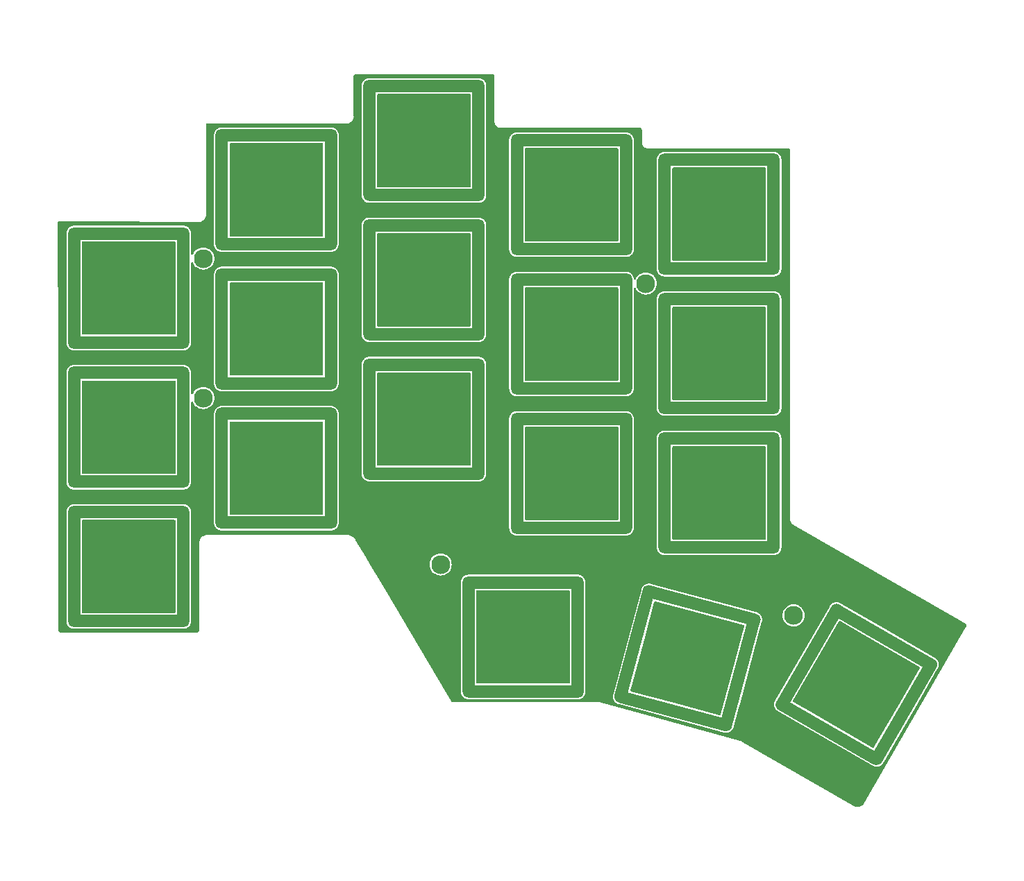
<source format=gbr>
G04 #@! TF.GenerationSoftware,KiCad,Pcbnew,(5.99.0-11177-g6c67dfa032)*
G04 #@! TF.CreationDate,2021-08-29T23:40:48+03:00*
G04 #@! TF.ProjectId,chocofi-topplate,63686f63-6f66-4692-9d74-6f70706c6174,2.1*
G04 #@! TF.SameCoordinates,Original*
G04 #@! TF.FileFunction,Copper,L2,Bot*
G04 #@! TF.FilePolarity,Positive*
%FSLAX46Y46*%
G04 Gerber Fmt 4.6, Leading zero omitted, Abs format (unit mm)*
G04 Created by KiCad (PCBNEW (5.99.0-11177-g6c67dfa032)) date 2021-08-29 23:40:48*
%MOMM*%
%LPD*%
G01*
G04 APERTURE LIST*
G04 Aperture macros list*
%AMHorizOval*
0 Thick line with rounded ends*
0 $1 width*
0 $2 $3 position (X,Y) of the first rounded end (center of the circle)*
0 $4 $5 position (X,Y) of the second rounded end (center of the circle)*
0 Add line between two ends*
20,1,$1,$2,$3,$4,$5,0*
0 Add two circle primitives to create the rounded ends*
1,1,$1,$2,$3*
1,1,$1,$4,$5*%
G04 Aperture macros list end*
G04 #@! TA.AperFunction,ComponentPad*
%ADD10C,2.300000*%
G04 #@! TD*
G04 #@! TA.AperFunction,ComponentPad*
%ADD11O,1.500000X14.800000*%
G04 #@! TD*
G04 #@! TA.AperFunction,ComponentPad*
%ADD12O,14.800000X1.500000*%
G04 #@! TD*
G04 #@! TA.AperFunction,ComponentPad*
%ADD13HorizOval,1.500000X1.721147X6.423407X-1.721147X-6.423407X0*%
G04 #@! TD*
G04 #@! TA.AperFunction,ComponentPad*
%ADD14HorizOval,1.500000X-6.423407X1.721147X6.423407X-1.721147X0*%
G04 #@! TD*
G04 #@! TA.AperFunction,ComponentPad*
%ADD15HorizOval,1.500000X-5.759069X3.325000X5.759069X-3.325000X0*%
G04 #@! TD*
G04 #@! TA.AperFunction,ComponentPad*
%ADD16HorizOval,1.500000X-3.325000X-5.759069X3.325000X5.759069X0*%
G04 #@! TD*
G04 APERTURE END LIST*
D10*
X95000000Y-66802000D03*
X148971000Y-69850000D03*
X123952000Y-104140000D03*
X167005000Y-110363000D03*
X95000000Y-83820000D03*
D11*
X92560000Y-70400000D03*
X79260000Y-70400000D03*
D12*
X85910000Y-77050000D03*
X85910000Y-63750000D03*
D11*
X110560000Y-58400000D03*
X97260000Y-58400000D03*
D12*
X103910000Y-65050000D03*
X103910000Y-51750000D03*
D11*
X128560000Y-52400000D03*
X115260000Y-52400000D03*
D12*
X121910000Y-59050000D03*
X121910000Y-45750000D03*
D11*
X146560000Y-59020000D03*
X133260000Y-59020000D03*
D12*
X139910000Y-65670000D03*
X139910000Y-52370000D03*
D11*
X164560000Y-61400000D03*
X151260000Y-61400000D03*
D12*
X157910000Y-68050000D03*
X157910000Y-54750000D03*
D11*
X92560000Y-87400000D03*
X79260000Y-87400000D03*
D12*
X85910000Y-94050000D03*
X85910000Y-80750000D03*
D11*
X110560000Y-75400000D03*
X97260000Y-75400000D03*
D12*
X103910000Y-82050000D03*
X103910000Y-68750000D03*
D11*
X128560000Y-69400000D03*
X115260000Y-69400000D03*
D12*
X121910000Y-76050000D03*
X121910000Y-62750000D03*
D11*
X146560000Y-76020000D03*
X133260000Y-76020000D03*
D12*
X139910000Y-82670000D03*
X139910000Y-69370000D03*
D11*
X164560000Y-78400000D03*
X151260000Y-78400000D03*
D12*
X157910000Y-85050000D03*
X157910000Y-71750000D03*
D11*
X92560000Y-104400000D03*
X79260000Y-104400000D03*
D12*
X85910000Y-111050000D03*
X85910000Y-97750000D03*
D11*
X110560000Y-92400000D03*
X97260000Y-92400000D03*
D12*
X103910000Y-99050000D03*
X103910000Y-85750000D03*
D11*
X128560000Y-86400000D03*
X115260000Y-86400000D03*
D12*
X121910000Y-93050000D03*
X121910000Y-79750000D03*
D11*
X146560000Y-93025000D03*
X133260000Y-93025000D03*
D12*
X139910000Y-99675000D03*
X139910000Y-86375000D03*
D11*
X164560000Y-95400000D03*
X151260000Y-95400000D03*
D12*
X157910000Y-102050000D03*
X157910000Y-88750000D03*
D11*
X127360000Y-112990000D03*
X140660000Y-112990000D03*
D12*
X134010000Y-106340000D03*
X134010000Y-119640000D03*
D13*
X147636593Y-113858853D03*
X160483407Y-117301147D03*
D14*
X155781147Y-109156593D03*
X152338853Y-122003407D03*
D15*
X171335000Y-124549069D03*
X177985000Y-113030931D03*
D16*
X168900931Y-115465000D03*
X180419069Y-122115000D03*
G04 #@! TA.AperFunction,NonConductor*
G36*
X127551621Y-46720502D02*
G01*
X127598114Y-46774158D01*
X127609500Y-46826500D01*
X127609500Y-57973500D01*
X127589498Y-58041621D01*
X127535842Y-58088114D01*
X127483500Y-58099500D01*
X116336500Y-58099500D01*
X116268379Y-58079498D01*
X116221886Y-58025842D01*
X116210500Y-57973500D01*
X116210500Y-46826500D01*
X116230502Y-46758379D01*
X116284158Y-46711886D01*
X116336500Y-46700500D01*
X127483500Y-46700500D01*
X127551621Y-46720502D01*
G37*
G04 #@! TD.AperFunction*
G04 #@! TA.AperFunction,NonConductor*
G36*
X109551621Y-52720502D02*
G01*
X109598114Y-52774158D01*
X109609500Y-52826500D01*
X109609500Y-63973500D01*
X109589498Y-64041621D01*
X109535842Y-64088114D01*
X109483500Y-64099500D01*
X98336500Y-64099500D01*
X98268379Y-64079498D01*
X98221886Y-64025842D01*
X98210500Y-63973500D01*
X98210500Y-52826500D01*
X98230502Y-52758379D01*
X98284158Y-52711886D01*
X98336500Y-52700500D01*
X109483500Y-52700500D01*
X109551621Y-52720502D01*
G37*
G04 #@! TD.AperFunction*
G04 #@! TA.AperFunction,NonConductor*
G36*
X145551621Y-53340502D02*
G01*
X145598114Y-53394158D01*
X145609500Y-53446500D01*
X145609500Y-64593500D01*
X145589498Y-64661621D01*
X145535842Y-64708114D01*
X145483500Y-64719500D01*
X134336500Y-64719500D01*
X134268379Y-64699498D01*
X134221886Y-64645842D01*
X134210500Y-64593500D01*
X134210500Y-53446500D01*
X134230502Y-53378379D01*
X134284158Y-53331886D01*
X134336500Y-53320500D01*
X145483500Y-53320500D01*
X145551621Y-53340502D01*
G37*
G04 #@! TD.AperFunction*
G04 #@! TA.AperFunction,NonConductor*
G36*
X163551621Y-55720502D02*
G01*
X163598114Y-55774158D01*
X163609500Y-55826500D01*
X163609500Y-66973500D01*
X163589498Y-67041621D01*
X163535842Y-67088114D01*
X163483500Y-67099500D01*
X152336500Y-67099500D01*
X152268379Y-67079498D01*
X152221886Y-67025842D01*
X152210500Y-66973500D01*
X152210500Y-55826500D01*
X152230502Y-55758379D01*
X152284158Y-55711886D01*
X152336500Y-55700500D01*
X163483500Y-55700500D01*
X163551621Y-55720502D01*
G37*
G04 #@! TD.AperFunction*
G04 #@! TA.AperFunction,NonConductor*
G36*
X127551621Y-63720502D02*
G01*
X127598114Y-63774158D01*
X127609500Y-63826500D01*
X127609500Y-74973500D01*
X127589498Y-75041621D01*
X127535842Y-75088114D01*
X127483500Y-75099500D01*
X116336500Y-75099500D01*
X116268379Y-75079498D01*
X116221886Y-75025842D01*
X116210500Y-74973500D01*
X116210500Y-63826500D01*
X116230502Y-63758379D01*
X116284158Y-63711886D01*
X116336500Y-63700500D01*
X127483500Y-63700500D01*
X127551621Y-63720502D01*
G37*
G04 #@! TD.AperFunction*
G04 #@! TA.AperFunction,NonConductor*
G36*
X91551621Y-64720502D02*
G01*
X91598114Y-64774158D01*
X91609500Y-64826500D01*
X91609500Y-75973500D01*
X91589498Y-76041621D01*
X91535842Y-76088114D01*
X91483500Y-76099500D01*
X80336500Y-76099500D01*
X80268379Y-76079498D01*
X80221886Y-76025842D01*
X80210500Y-75973500D01*
X80210500Y-64826500D01*
X80230502Y-64758379D01*
X80284158Y-64711886D01*
X80336500Y-64700500D01*
X91483500Y-64700500D01*
X91551621Y-64720502D01*
G37*
G04 #@! TD.AperFunction*
G04 #@! TA.AperFunction,NonConductor*
G36*
X109551621Y-69720502D02*
G01*
X109598114Y-69774158D01*
X109609500Y-69826500D01*
X109609500Y-80973500D01*
X109589498Y-81041621D01*
X109535842Y-81088114D01*
X109483500Y-81099500D01*
X98336500Y-81099500D01*
X98268379Y-81079498D01*
X98221886Y-81025842D01*
X98210500Y-80973500D01*
X98210500Y-69826500D01*
X98230502Y-69758379D01*
X98284158Y-69711886D01*
X98336500Y-69700500D01*
X109483500Y-69700500D01*
X109551621Y-69720502D01*
G37*
G04 #@! TD.AperFunction*
G04 #@! TA.AperFunction,NonConductor*
G36*
X145551621Y-70340502D02*
G01*
X145598114Y-70394158D01*
X145609500Y-70446500D01*
X145609500Y-81593500D01*
X145589498Y-81661621D01*
X145535842Y-81708114D01*
X145483500Y-81719500D01*
X134336500Y-81719500D01*
X134268379Y-81699498D01*
X134221886Y-81645842D01*
X134210500Y-81593500D01*
X134210500Y-70446500D01*
X134230502Y-70378379D01*
X134284158Y-70331886D01*
X134336500Y-70320500D01*
X145483500Y-70320500D01*
X145551621Y-70340502D01*
G37*
G04 #@! TD.AperFunction*
G04 #@! TA.AperFunction,NonConductor*
G36*
X163551621Y-72720502D02*
G01*
X163598114Y-72774158D01*
X163609500Y-72826500D01*
X163609500Y-83973500D01*
X163589498Y-84041621D01*
X163535842Y-84088114D01*
X163483500Y-84099500D01*
X152336500Y-84099500D01*
X152268379Y-84079498D01*
X152221886Y-84025842D01*
X152210500Y-83973500D01*
X152210500Y-72826500D01*
X152230502Y-72758379D01*
X152284158Y-72711886D01*
X152336500Y-72700500D01*
X163483500Y-72700500D01*
X163551621Y-72720502D01*
G37*
G04 #@! TD.AperFunction*
G04 #@! TA.AperFunction,NonConductor*
G36*
X127551621Y-80720502D02*
G01*
X127598114Y-80774158D01*
X127609500Y-80826500D01*
X127609500Y-91973500D01*
X127589498Y-92041621D01*
X127535842Y-92088114D01*
X127483500Y-92099500D01*
X116336500Y-92099500D01*
X116268379Y-92079498D01*
X116221886Y-92025842D01*
X116210500Y-91973500D01*
X116210500Y-80826500D01*
X116230502Y-80758379D01*
X116284158Y-80711886D01*
X116336500Y-80700500D01*
X127483500Y-80700500D01*
X127551621Y-80720502D01*
G37*
G04 #@! TD.AperFunction*
G04 #@! TA.AperFunction,NonConductor*
G36*
X91551621Y-81720502D02*
G01*
X91598114Y-81774158D01*
X91609500Y-81826500D01*
X91609500Y-92973500D01*
X91589498Y-93041621D01*
X91535842Y-93088114D01*
X91483500Y-93099500D01*
X80336500Y-93099500D01*
X80268379Y-93079498D01*
X80221886Y-93025842D01*
X80210500Y-92973500D01*
X80210500Y-81826500D01*
X80230502Y-81758379D01*
X80284158Y-81711886D01*
X80336500Y-81700500D01*
X91483500Y-81700500D01*
X91551621Y-81720502D01*
G37*
G04 #@! TD.AperFunction*
G04 #@! TA.AperFunction,NonConductor*
G36*
X109551621Y-86720502D02*
G01*
X109598114Y-86774158D01*
X109609500Y-86826500D01*
X109609500Y-97973500D01*
X109589498Y-98041621D01*
X109535842Y-98088114D01*
X109483500Y-98099500D01*
X98336500Y-98099500D01*
X98268379Y-98079498D01*
X98221886Y-98025842D01*
X98210500Y-97973500D01*
X98210500Y-86826500D01*
X98230502Y-86758379D01*
X98284158Y-86711886D01*
X98336500Y-86700500D01*
X109483500Y-86700500D01*
X109551621Y-86720502D01*
G37*
G04 #@! TD.AperFunction*
G04 #@! TA.AperFunction,NonConductor*
G36*
X145551621Y-87345502D02*
G01*
X145598114Y-87399158D01*
X145609500Y-87451500D01*
X145609500Y-98598500D01*
X145589498Y-98666621D01*
X145535842Y-98713114D01*
X145483500Y-98724500D01*
X134336500Y-98724500D01*
X134268379Y-98704498D01*
X134221886Y-98650842D01*
X134210500Y-98598500D01*
X134210500Y-87451500D01*
X134230502Y-87383379D01*
X134284158Y-87336886D01*
X134336500Y-87325500D01*
X145483500Y-87325500D01*
X145551621Y-87345502D01*
G37*
G04 #@! TD.AperFunction*
G04 #@! TA.AperFunction,NonConductor*
G36*
X163551621Y-89720502D02*
G01*
X163598114Y-89774158D01*
X163609500Y-89826500D01*
X163609500Y-100973500D01*
X163589498Y-101041621D01*
X163535842Y-101088114D01*
X163483500Y-101099500D01*
X152336500Y-101099500D01*
X152268379Y-101079498D01*
X152221886Y-101025842D01*
X152210500Y-100973500D01*
X152210500Y-89826500D01*
X152230502Y-89758379D01*
X152284158Y-89711886D01*
X152336500Y-89700500D01*
X163483500Y-89700500D01*
X163551621Y-89720502D01*
G37*
G04 #@! TD.AperFunction*
G04 #@! TA.AperFunction,NonConductor*
G36*
X91551621Y-98720502D02*
G01*
X91598114Y-98774158D01*
X91609500Y-98826500D01*
X91609500Y-109973500D01*
X91589498Y-110041621D01*
X91535842Y-110088114D01*
X91483500Y-110099500D01*
X80336500Y-110099500D01*
X80268379Y-110079498D01*
X80221886Y-110025842D01*
X80210500Y-109973500D01*
X80210500Y-98826500D01*
X80230502Y-98758379D01*
X80284158Y-98711886D01*
X80336500Y-98700500D01*
X91483500Y-98700500D01*
X91551621Y-98720502D01*
G37*
G04 #@! TD.AperFunction*
G04 #@! TA.AperFunction,NonConductor*
G36*
X139651621Y-107310502D02*
G01*
X139698114Y-107364158D01*
X139709500Y-107416500D01*
X139709500Y-118563500D01*
X139689498Y-118631621D01*
X139635842Y-118678114D01*
X139583500Y-118689500D01*
X128436500Y-118689500D01*
X128368379Y-118669498D01*
X128321886Y-118615842D01*
X128310500Y-118563500D01*
X128310500Y-107416500D01*
X128330502Y-107348379D01*
X128384158Y-107301886D01*
X128436500Y-107290500D01*
X139583500Y-107290500D01*
X139651621Y-107310502D01*
G37*
G04 #@! TD.AperFunction*
G04 #@! TA.AperFunction,NonConductor*
G36*
X150151551Y-108632177D02*
G01*
X155517186Y-110069895D01*
X160918727Y-111517234D01*
X160979350Y-111554186D01*
X161010371Y-111618046D01*
X161007823Y-111671551D01*
X159880412Y-115879104D01*
X158122766Y-122438727D01*
X158085814Y-122499350D01*
X158021954Y-122530371D01*
X157968449Y-122527823D01*
X152424675Y-121042373D01*
X147201273Y-119642766D01*
X147140650Y-119605814D01*
X147109629Y-119541954D01*
X147112177Y-119488448D01*
X147329306Y-118678114D01*
X148923198Y-112729629D01*
X149997234Y-108721273D01*
X150034186Y-108660650D01*
X150098046Y-108629629D01*
X150151551Y-108632177D01*
G37*
G04 #@! TD.AperFunction*
G04 #@! TA.AperFunction,NonConductor*
G36*
X172682957Y-111067338D02*
G01*
X175562130Y-112729629D01*
X182168259Y-116543679D01*
X182336543Y-116640838D01*
X182385536Y-116692220D01*
X182398972Y-116761934D01*
X182382662Y-116812957D01*
X179998208Y-120942952D01*
X177259491Y-125686551D01*
X176809162Y-126466543D01*
X176757780Y-126515536D01*
X176688066Y-126528972D01*
X176637043Y-126512662D01*
X168952927Y-122076236D01*
X166983457Y-120939162D01*
X166934464Y-120887780D01*
X166921028Y-120818066D01*
X166937338Y-120767043D01*
X169976094Y-115503762D01*
X172510838Y-111113457D01*
X172562220Y-111064464D01*
X172631934Y-111051028D01*
X172682957Y-111067338D01*
G37*
G04 #@! TD.AperFunction*
G04 #@! TA.AperFunction,NonConductor*
G36*
X130294775Y-44338144D02*
G01*
X130295999Y-44338360D01*
X130296002Y-44338360D01*
X130309999Y-44340828D01*
X130309999Y-44341200D01*
X130325334Y-44340328D01*
X130340270Y-44343135D01*
X130349501Y-44343911D01*
X130361392Y-44346625D01*
X130388019Y-44355942D01*
X130402283Y-44362811D01*
X130426175Y-44377824D01*
X130438554Y-44387696D01*
X130458504Y-44407646D01*
X130468376Y-44420025D01*
X130483389Y-44443917D01*
X130490258Y-44458181D01*
X130499576Y-44484810D01*
X130502289Y-44496696D01*
X130502993Y-44505075D01*
X130506029Y-44518113D01*
X130505000Y-44536201D01*
X130505372Y-44536201D01*
X130508086Y-44551593D01*
X130510000Y-44573472D01*
X130510000Y-50016130D01*
X130508086Y-50038009D01*
X130505372Y-50053401D01*
X130505000Y-50053401D01*
X130507578Y-50143812D01*
X130547815Y-50320100D01*
X130550887Y-50326479D01*
X130600163Y-50428801D01*
X130626271Y-50483016D01*
X130739012Y-50624388D01*
X130880384Y-50737129D01*
X131043300Y-50815585D01*
X131146877Y-50839226D01*
X131209126Y-50853434D01*
X131219588Y-50855822D01*
X131228931Y-50856088D01*
X131291890Y-50857884D01*
X131291891Y-50857884D01*
X131309999Y-50858400D01*
X131309999Y-50858028D01*
X131325199Y-50855348D01*
X131347191Y-50853434D01*
X143034751Y-50864184D01*
X148255850Y-50868986D01*
X148277613Y-50870900D01*
X148279198Y-50871180D01*
X148279202Y-50871180D01*
X148293199Y-50873648D01*
X148293199Y-50874020D01*
X148308532Y-50873148D01*
X148323473Y-50875956D01*
X148332701Y-50876731D01*
X148344592Y-50879445D01*
X148371219Y-50888762D01*
X148385483Y-50895631D01*
X148409375Y-50910644D01*
X148421754Y-50920516D01*
X148441704Y-50940466D01*
X148451576Y-50952845D01*
X148466589Y-50976737D01*
X148473458Y-50991001D01*
X148482775Y-51017628D01*
X148484009Y-51023030D01*
X148485489Y-51029516D01*
X148486193Y-51037895D01*
X148489229Y-51050933D01*
X148488200Y-51069021D01*
X148488572Y-51069021D01*
X148490613Y-51080594D01*
X148491286Y-51084413D01*
X148493200Y-51106292D01*
X148493200Y-52531750D01*
X148491286Y-52553629D01*
X148488572Y-52569021D01*
X148488200Y-52569021D01*
X148490778Y-52659432D01*
X148531015Y-52835720D01*
X148609471Y-52998636D01*
X148722212Y-53140008D01*
X148863584Y-53252749D01*
X149026500Y-53331205D01*
X149138563Y-53356783D01*
X149192085Y-53368999D01*
X149202788Y-53371442D01*
X149213045Y-53371734D01*
X149275093Y-53373504D01*
X149275094Y-53373504D01*
X149293199Y-53374020D01*
X149293199Y-53373648D01*
X149308763Y-53370904D01*
X149330536Y-53368990D01*
X150994866Y-53367623D01*
X166323299Y-53355031D01*
X166345280Y-53356945D01*
X166347240Y-53357291D01*
X166347242Y-53357291D01*
X166360497Y-53359628D01*
X166360497Y-53360000D01*
X166375646Y-53359232D01*
X166387441Y-53361486D01*
X166400875Y-53362647D01*
X166415962Y-53366068D01*
X166442448Y-53375276D01*
X166459327Y-53383348D01*
X166483119Y-53398184D01*
X166497790Y-53409785D01*
X166517719Y-53429524D01*
X166529459Y-53444082D01*
X166544524Y-53467734D01*
X166547198Y-53473191D01*
X166560052Y-53528551D01*
X166589974Y-98700500D01*
X166589982Y-98712802D01*
X166588956Y-98728928D01*
X166585704Y-98754245D01*
X166588124Y-98765000D01*
X166596551Y-98802458D01*
X166597478Y-98806962D01*
X166603477Y-98839051D01*
X166603479Y-98839060D01*
X166605522Y-98849988D01*
X166608234Y-98854382D01*
X166608927Y-98857460D01*
X166608927Y-98857461D01*
X166608584Y-98857604D01*
X166650055Y-98949698D01*
X166653284Y-98954380D01*
X166653287Y-98954385D01*
X166755783Y-99102996D01*
X166764699Y-99115923D01*
X166911188Y-99254899D01*
X167083213Y-99360642D01*
X167169605Y-99394198D01*
X167186721Y-99402379D01*
X187391858Y-111004338D01*
X187845162Y-111264629D01*
X187860426Y-111274946D01*
X187877446Y-111288364D01*
X187877270Y-111288692D01*
X187889537Y-111295123D01*
X187898741Y-111299948D01*
X187922438Y-111316049D01*
X187959676Y-111348103D01*
X187978358Y-111368107D01*
X188008185Y-111407969D01*
X188022105Y-111431534D01*
X188042620Y-111476898D01*
X188051122Y-111502912D01*
X188061357Y-111551636D01*
X188064040Y-111578873D01*
X188063510Y-111628655D01*
X188060247Y-111655831D01*
X188049128Y-111703684D01*
X188039514Y-111730671D01*
X188028833Y-111752439D01*
X188029169Y-111752600D01*
X188027784Y-111757575D01*
X188023022Y-111770765D01*
X178201611Y-128827242D01*
X175555713Y-133422273D01*
X175524504Y-133458367D01*
X175512129Y-133468118D01*
X175498848Y-133477268D01*
X175355925Y-133562799D01*
X175340852Y-133570495D01*
X175188095Y-133635955D01*
X175172140Y-133641557D01*
X175011990Y-133685950D01*
X174995419Y-133689364D01*
X174830773Y-133711892D01*
X174813887Y-133713055D01*
X174728957Y-133713186D01*
X174647706Y-133713312D01*
X174630821Y-133712201D01*
X174522420Y-133697712D01*
X174465716Y-133690132D01*
X174449897Y-133686976D01*
X174403792Y-133674662D01*
X174373296Y-133662043D01*
X174337831Y-133641563D01*
X160648678Y-125736596D01*
X160635849Y-125728103D01*
X160620177Y-125716291D01*
X160613076Y-125710939D01*
X160605330Y-125707988D01*
X160602354Y-125707176D01*
X160602350Y-125707175D01*
X160569149Y-125698120D01*
X160560338Y-125695366D01*
X160524412Y-125682676D01*
X160514949Y-125682948D01*
X160508297Y-125681524D01*
X148840324Y-122499350D01*
X143255554Y-120976231D01*
X143241895Y-120971652D01*
X143222212Y-120963775D01*
X143222209Y-120963774D01*
X143213957Y-120960472D01*
X143205708Y-120959654D01*
X143189679Y-120959637D01*
X143170066Y-120959616D01*
X143159865Y-120959191D01*
X143140609Y-120957607D01*
X143123340Y-120956185D01*
X143113375Y-120959117D01*
X143104856Y-120959548D01*
X125411758Y-120940851D01*
X125390014Y-120938936D01*
X125384831Y-120938022D01*
X125384830Y-120938022D01*
X125374400Y-120936183D01*
X125374400Y-120935810D01*
X125359960Y-120936216D01*
X125355776Y-120935367D01*
X125329530Y-120932581D01*
X125305597Y-120926734D01*
X125277412Y-120916145D01*
X125276080Y-120915453D01*
X125225731Y-120867809D01*
X125218495Y-120855580D01*
X116656517Y-106386676D01*
X126405641Y-106386676D01*
X126406597Y-106392996D01*
X126408083Y-106402824D01*
X126409500Y-106421665D01*
X126409500Y-119609749D01*
X126409327Y-119616343D01*
X126406502Y-119670251D01*
X126405641Y-119686676D01*
X126406597Y-119692996D01*
X126416143Y-119756122D01*
X126416915Y-119762228D01*
X126417957Y-119772480D01*
X126424016Y-119832130D01*
X126425922Y-119838213D01*
X126425923Y-119838216D01*
X126428120Y-119845225D01*
X126432468Y-119864061D01*
X126434519Y-119877623D01*
X126436722Y-119883611D01*
X126436723Y-119883614D01*
X126458773Y-119943543D01*
X126460758Y-119949373D01*
X126481766Y-120016411D01*
X126484861Y-120021994D01*
X126488418Y-120028412D01*
X126496460Y-120045975D01*
X126501202Y-120058864D01*
X126518450Y-120086681D01*
X126538219Y-120118566D01*
X126541335Y-120123877D01*
X126572295Y-120179731D01*
X126572298Y-120179736D01*
X126575392Y-120185317D01*
X126579546Y-120190163D01*
X126584317Y-120195729D01*
X126595738Y-120211334D01*
X126602967Y-120222994D01*
X126642070Y-120264343D01*
X126651252Y-120274053D01*
X126655370Y-120278628D01*
X126701069Y-120331946D01*
X126711913Y-120340358D01*
X126726229Y-120353339D01*
X126735657Y-120363309D01*
X126793221Y-120403616D01*
X126798135Y-120407238D01*
X126853662Y-120450310D01*
X126865979Y-120456371D01*
X126882608Y-120466206D01*
X126893850Y-120474077D01*
X126956061Y-120500998D01*
X126958309Y-120501971D01*
X126963899Y-120504554D01*
X127021204Y-120532752D01*
X127021212Y-120532755D01*
X127026939Y-120535573D01*
X127040216Y-120539032D01*
X127058486Y-120545321D01*
X127071086Y-120550774D01*
X127127135Y-120562483D01*
X127139853Y-120565140D01*
X127145846Y-120566546D01*
X127207639Y-120582642D01*
X127207644Y-120582643D01*
X127213822Y-120584252D01*
X127224076Y-120584789D01*
X127227520Y-120584970D01*
X127246687Y-120587459D01*
X127260123Y-120590266D01*
X127264588Y-120590500D01*
X127329749Y-120590500D01*
X127336343Y-120590673D01*
X127400295Y-120594025D01*
X127400299Y-120594025D01*
X127406676Y-120594359D01*
X127417576Y-120592710D01*
X127422824Y-120591917D01*
X127441665Y-120590500D01*
X140629749Y-120590500D01*
X140636343Y-120590673D01*
X140700295Y-120594025D01*
X140700299Y-120594025D01*
X140706676Y-120594359D01*
X140740505Y-120589243D01*
X140776122Y-120583857D01*
X140782228Y-120583085D01*
X140845783Y-120576629D01*
X140845785Y-120576629D01*
X140852130Y-120575984D01*
X140858213Y-120574078D01*
X140858216Y-120574077D01*
X140862248Y-120572813D01*
X140865227Y-120571879D01*
X140884061Y-120567532D01*
X140891310Y-120566436D01*
X140891313Y-120566435D01*
X140897623Y-120565481D01*
X140903611Y-120563278D01*
X140903614Y-120563277D01*
X140963543Y-120541227D01*
X140969373Y-120539242D01*
X140993012Y-120531834D01*
X141036411Y-120518234D01*
X141048413Y-120511582D01*
X141065975Y-120503540D01*
X141078864Y-120498798D01*
X141131424Y-120466209D01*
X141138566Y-120461781D01*
X141143877Y-120458665D01*
X141199731Y-120427705D01*
X141199736Y-120427702D01*
X141205317Y-120424608D01*
X141215731Y-120415681D01*
X141231334Y-120404262D01*
X141242994Y-120397033D01*
X141294055Y-120348746D01*
X141298630Y-120344628D01*
X141308863Y-120335857D01*
X141351946Y-120298931D01*
X141360358Y-120288087D01*
X141373339Y-120273771D01*
X141374943Y-120272254D01*
X144959999Y-120272254D01*
X144960577Y-120278607D01*
X144960577Y-120278615D01*
X144966366Y-120342230D01*
X144966773Y-120348364D01*
X144967400Y-120363309D01*
X144969331Y-120409372D01*
X144969715Y-120418541D01*
X144971260Y-120424737D01*
X144971260Y-120424738D01*
X144973033Y-120431849D01*
X144976256Y-120450907D01*
X144976921Y-120458211D01*
X144976922Y-120458217D01*
X144977501Y-120464578D01*
X144979348Y-120470695D01*
X144979348Y-120470696D01*
X144997806Y-120531834D01*
X144999441Y-120537769D01*
X145006589Y-120566436D01*
X145016434Y-120605924D01*
X145019193Y-120611684D01*
X145019194Y-120611685D01*
X145022362Y-120618299D01*
X145029349Y-120636312D01*
X145031471Y-120643339D01*
X145031474Y-120643345D01*
X145033318Y-120649454D01*
X145066741Y-120711267D01*
X145069524Y-120716730D01*
X145099879Y-120780085D01*
X145103735Y-120785165D01*
X145108174Y-120791013D01*
X145118645Y-120807262D01*
X145125171Y-120819331D01*
X145170353Y-120873177D01*
X145174151Y-120877935D01*
X145216637Y-120933909D01*
X145221438Y-120938112D01*
X145226966Y-120942952D01*
X145240482Y-120956754D01*
X145245201Y-120962378D01*
X145245204Y-120962381D01*
X145249305Y-120967268D01*
X145254304Y-120971230D01*
X145254311Y-120971237D01*
X145304347Y-121010896D01*
X145309075Y-121014835D01*
X145357137Y-121056909D01*
X145361942Y-121061115D01*
X145367487Y-121064265D01*
X145367490Y-121064267D01*
X145373874Y-121067893D01*
X145389900Y-121078702D01*
X145400651Y-121087224D01*
X145406348Y-121090102D01*
X145406353Y-121090105D01*
X145463352Y-121118898D01*
X145468777Y-121121806D01*
X145529858Y-121156504D01*
X145535920Y-121158474D01*
X145535925Y-121158476D01*
X145542911Y-121160746D01*
X145560779Y-121168111D01*
X145568702Y-121172113D01*
X145568709Y-121172116D01*
X145573025Y-121174296D01*
X145577278Y-121175678D01*
X145578839Y-121176096D01*
X145578855Y-121176101D01*
X145621551Y-121187541D01*
X145640216Y-121192542D01*
X145646517Y-121194409D01*
X145713525Y-121216181D01*
X145729760Y-121218002D01*
X145748325Y-121221510D01*
X158487036Y-124634838D01*
X158493337Y-124636705D01*
X158560339Y-124658475D01*
X158599238Y-124662838D01*
X158630154Y-124666306D01*
X158636253Y-124667142D01*
X158699291Y-124677352D01*
X158699298Y-124677352D01*
X158705593Y-124678372D01*
X158719299Y-124677797D01*
X158738624Y-124678472D01*
X158745913Y-124679290D01*
X158745916Y-124679290D01*
X158752254Y-124680001D01*
X158758607Y-124679423D01*
X158758615Y-124679423D01*
X158822230Y-124673634D01*
X158828364Y-124673227D01*
X158849825Y-124672327D01*
X158892159Y-124670553D01*
X158892163Y-124670552D01*
X158898542Y-124670285D01*
X158904737Y-124668740D01*
X158904740Y-124668740D01*
X158911846Y-124666968D01*
X158930908Y-124663744D01*
X158938219Y-124663079D01*
X158938232Y-124663076D01*
X158944578Y-124662499D01*
X159011864Y-124642184D01*
X159017712Y-124640573D01*
X159085925Y-124623566D01*
X159098296Y-124617639D01*
X159116315Y-124610650D01*
X159123335Y-124608530D01*
X159123340Y-124608528D01*
X159129454Y-124606682D01*
X159191265Y-124573261D01*
X159196750Y-124570467D01*
X159254333Y-124542877D01*
X159260085Y-124540121D01*
X159271016Y-124531824D01*
X159287257Y-124521358D01*
X159299331Y-124514829D01*
X159353136Y-124469680D01*
X159357947Y-124465840D01*
X159408822Y-124427225D01*
X159408823Y-124427224D01*
X159413910Y-124423363D01*
X159422954Y-124413032D01*
X159436766Y-124399507D01*
X159447268Y-124390695D01*
X159490901Y-124335644D01*
X159494833Y-124330925D01*
X159536910Y-124282861D01*
X159541115Y-124278058D01*
X159547894Y-124266124D01*
X159558702Y-124250100D01*
X159567224Y-124239349D01*
X159570102Y-124233652D01*
X159570105Y-124233647D01*
X159598898Y-124176648D01*
X159601806Y-124171223D01*
X159607740Y-124160778D01*
X159636504Y-124110142D01*
X159638474Y-124104080D01*
X159638476Y-124104075D01*
X159640746Y-124097089D01*
X159648111Y-124079221D01*
X159652113Y-124071298D01*
X159652116Y-124071291D01*
X159654296Y-124066975D01*
X159655678Y-124062722D01*
X159672542Y-123999784D01*
X159674409Y-123993483D01*
X159696181Y-123926475D01*
X159698002Y-123910240D01*
X159701510Y-123891674D01*
X160215831Y-121972203D01*
X160434152Y-121157417D01*
X164622758Y-121157417D01*
X164622958Y-121163789D01*
X164622958Y-121163793D01*
X164624965Y-121227643D01*
X164625008Y-121233800D01*
X164624148Y-121283084D01*
X164623782Y-121304023D01*
X164624956Y-121310297D01*
X164626304Y-121317499D01*
X164628393Y-121336719D01*
X164628824Y-121350440D01*
X164630302Y-121356642D01*
X164630302Y-121356645D01*
X164645107Y-121418788D01*
X164646387Y-121424810D01*
X164659307Y-121493846D01*
X164661718Y-121499754D01*
X164664491Y-121506549D01*
X164670401Y-121524957D01*
X164673580Y-121538301D01*
X164676279Y-121544088D01*
X164703266Y-121601962D01*
X164705731Y-121607606D01*
X164732274Y-121672649D01*
X164735821Y-121677948D01*
X164735826Y-121677957D01*
X164739910Y-121684057D01*
X164749397Y-121700892D01*
X164755195Y-121713326D01*
X164758995Y-121718443D01*
X164758997Y-121718446D01*
X164797081Y-121769725D01*
X164800626Y-121774751D01*
X164839705Y-121833127D01*
X164849475Y-121842762D01*
X164862157Y-121857351D01*
X164870337Y-121868365D01*
X164922726Y-121915206D01*
X164927172Y-121919381D01*
X164977211Y-121968726D01*
X164982559Y-121972199D01*
X164982564Y-121972203D01*
X164988718Y-121976199D01*
X165004074Y-121987940D01*
X165014302Y-121997085D01*
X165018052Y-121999520D01*
X165019448Y-122000326D01*
X165019466Y-122000337D01*
X165074474Y-122032095D01*
X165080099Y-122035542D01*
X165139174Y-122073906D01*
X165145109Y-122076232D01*
X165145117Y-122076236D01*
X165154385Y-122079868D01*
X165171409Y-122088061D01*
X176592611Y-128682096D01*
X176598234Y-128685542D01*
X176651960Y-128720431D01*
X176651964Y-128720433D01*
X176657312Y-128723906D01*
X176663247Y-128726232D01*
X176663251Y-128726234D01*
X176722712Y-128749536D01*
X176728374Y-128751916D01*
X176769094Y-128770216D01*
X176776893Y-128773721D01*
X176792466Y-128780720D01*
X176798691Y-128782111D01*
X176798693Y-128782112D01*
X176803645Y-128783218D01*
X176805850Y-128783711D01*
X176824342Y-128789365D01*
X176830727Y-128791867D01*
X176837116Y-128794371D01*
X176843408Y-128795458D01*
X176843412Y-128795459D01*
X176890202Y-128803541D01*
X176906339Y-128806328D01*
X176912360Y-128807519D01*
X176980933Y-128822847D01*
X176987311Y-128822958D01*
X176987316Y-128822959D01*
X176994650Y-128823087D01*
X177013887Y-128824906D01*
X177021126Y-128826156D01*
X177021132Y-128826156D01*
X177027417Y-128827242D01*
X177033789Y-128827042D01*
X177033793Y-128827042D01*
X177097643Y-128825035D01*
X177103800Y-128824992D01*
X177167642Y-128826107D01*
X177167646Y-128826107D01*
X177174023Y-128826218D01*
X177187502Y-128823696D01*
X177206719Y-128821607D01*
X177220440Y-128821176D01*
X177226642Y-128819698D01*
X177226645Y-128819698D01*
X177288788Y-128804893D01*
X177294810Y-128803613D01*
X177357574Y-128791867D01*
X177357576Y-128791866D01*
X177363846Y-128790693D01*
X177376549Y-128785509D01*
X177394957Y-128779599D01*
X177402089Y-128777900D01*
X177402090Y-128777900D01*
X177408301Y-128776420D01*
X177471967Y-128746732D01*
X177477606Y-128744269D01*
X177536737Y-128720139D01*
X177536741Y-128720137D01*
X177542649Y-128717726D01*
X177547948Y-128714179D01*
X177547957Y-128714174D01*
X177554057Y-128710090D01*
X177570892Y-128700603D01*
X177583326Y-128694805D01*
X177588443Y-128691005D01*
X177588446Y-128691003D01*
X177639725Y-128652919D01*
X177644757Y-128649370D01*
X177697827Y-128613843D01*
X177703127Y-128610295D01*
X177712762Y-128600525D01*
X177727353Y-128587841D01*
X177738365Y-128579663D01*
X177785206Y-128527274D01*
X177789381Y-128522828D01*
X177838726Y-128472789D01*
X177842199Y-128467441D01*
X177842203Y-128467436D01*
X177846199Y-128461282D01*
X177857940Y-128445926D01*
X177863853Y-128439313D01*
X177863855Y-128439311D01*
X177867085Y-128435698D01*
X177869520Y-128431948D01*
X177870326Y-128430552D01*
X177870337Y-128430534D01*
X177902095Y-128375526D01*
X177905542Y-128369901D01*
X177940427Y-128316184D01*
X177940429Y-128316180D01*
X177943906Y-128310826D01*
X177949865Y-128295620D01*
X177958060Y-128278591D01*
X178968204Y-126528972D01*
X181768939Y-121677957D01*
X184552096Y-116857389D01*
X184555542Y-116851766D01*
X184590426Y-116798048D01*
X184590429Y-116798042D01*
X184593906Y-116792688D01*
X184619531Y-116727300D01*
X184621917Y-116721623D01*
X184648105Y-116663352D01*
X184650720Y-116657534D01*
X184653714Y-116644139D01*
X184659365Y-116625657D01*
X184662043Y-116618823D01*
X184662044Y-116618820D01*
X184664370Y-116612884D01*
X184676327Y-116543666D01*
X184677520Y-116537640D01*
X184691454Y-116475305D01*
X184691456Y-116475292D01*
X184692847Y-116469067D01*
X184693087Y-116455350D01*
X184694906Y-116436113D01*
X184696156Y-116428874D01*
X184696156Y-116428868D01*
X184697242Y-116422583D01*
X184695035Y-116352357D01*
X184694992Y-116346200D01*
X184696107Y-116282358D01*
X184696107Y-116282354D01*
X184696218Y-116275977D01*
X184693696Y-116262498D01*
X184691607Y-116243277D01*
X184691376Y-116235935D01*
X184691176Y-116229560D01*
X184689699Y-116223359D01*
X184689697Y-116223346D01*
X184674894Y-116161214D01*
X184673613Y-116155191D01*
X184661867Y-116092426D01*
X184661866Y-116092424D01*
X184660693Y-116086154D01*
X184655507Y-116073446D01*
X184649602Y-116055055D01*
X184646420Y-116041698D01*
X184616732Y-115978032D01*
X184614267Y-115972389D01*
X184590137Y-115913260D01*
X184587726Y-115907351D01*
X184584179Y-115902052D01*
X184584174Y-115902043D01*
X184580090Y-115895943D01*
X184570601Y-115879104D01*
X184567500Y-115872453D01*
X184567499Y-115872452D01*
X184564805Y-115866674D01*
X184522915Y-115810270D01*
X184519370Y-115805243D01*
X184483843Y-115752173D01*
X184480295Y-115746873D01*
X184470525Y-115737238D01*
X184457841Y-115722647D01*
X184453468Y-115716759D01*
X184449663Y-115711635D01*
X184397274Y-115664794D01*
X184392828Y-115660619D01*
X184342789Y-115611274D01*
X184337441Y-115607801D01*
X184337436Y-115607797D01*
X184331282Y-115603801D01*
X184315926Y-115592060D01*
X184309313Y-115586147D01*
X184309311Y-115586145D01*
X184305698Y-115582915D01*
X184301948Y-115580480D01*
X184300552Y-115579674D01*
X184300534Y-115579663D01*
X184245526Y-115547905D01*
X184239901Y-115544458D01*
X184186184Y-115509573D01*
X184186180Y-115509571D01*
X184180826Y-115506094D01*
X184174879Y-115503763D01*
X184174876Y-115503762D01*
X184165620Y-115500135D01*
X184148594Y-115491942D01*
X178100836Y-112000266D01*
X172727389Y-108897904D01*
X172721766Y-108894458D01*
X172668048Y-108859574D01*
X172668042Y-108859571D01*
X172662688Y-108856094D01*
X172610732Y-108835733D01*
X172597300Y-108830469D01*
X172591623Y-108828083D01*
X172561366Y-108814485D01*
X172527534Y-108799280D01*
X172514139Y-108796286D01*
X172495657Y-108790635D01*
X172488823Y-108787957D01*
X172488820Y-108787956D01*
X172482884Y-108785630D01*
X172476602Y-108784545D01*
X172476599Y-108784544D01*
X172444176Y-108778944D01*
X172413666Y-108773673D01*
X172407640Y-108772480D01*
X172345305Y-108758546D01*
X172345292Y-108758544D01*
X172339067Y-108757153D01*
X172332689Y-108757042D01*
X172332684Y-108757041D01*
X172325350Y-108756913D01*
X172306113Y-108755094D01*
X172298874Y-108753844D01*
X172298868Y-108753844D01*
X172292583Y-108752758D01*
X172286211Y-108752958D01*
X172286207Y-108752958D01*
X172222357Y-108754965D01*
X172216200Y-108755008D01*
X172152358Y-108753893D01*
X172152354Y-108753893D01*
X172145977Y-108753782D01*
X172132498Y-108756304D01*
X172113281Y-108758393D01*
X172099560Y-108758824D01*
X172093359Y-108760301D01*
X172093346Y-108760303D01*
X172031214Y-108775106D01*
X172025203Y-108776384D01*
X171986523Y-108783623D01*
X171962426Y-108788133D01*
X171962424Y-108788134D01*
X171956154Y-108789307D01*
X171943446Y-108794493D01*
X171925055Y-108800398D01*
X171911698Y-108803580D01*
X171905918Y-108806275D01*
X171905916Y-108806276D01*
X171848032Y-108833268D01*
X171842389Y-108835733D01*
X171815241Y-108846812D01*
X171777351Y-108862274D01*
X171772052Y-108865821D01*
X171772043Y-108865826D01*
X171765943Y-108869910D01*
X171749108Y-108879397D01*
X171736674Y-108885195D01*
X171731557Y-108888995D01*
X171731554Y-108888997D01*
X171680275Y-108927081D01*
X171675249Y-108930626D01*
X171616873Y-108969705D01*
X171607238Y-108979475D01*
X171592649Y-108992157D01*
X171581635Y-109000337D01*
X171555685Y-109029361D01*
X171534804Y-109052715D01*
X171530619Y-109057172D01*
X171481274Y-109107211D01*
X171477801Y-109112559D01*
X171477797Y-109112564D01*
X171473801Y-109118718D01*
X171462060Y-109134074D01*
X171452915Y-109144302D01*
X171450480Y-109148052D01*
X171449674Y-109149448D01*
X171449663Y-109149466D01*
X171417905Y-109204474D01*
X171414458Y-109210099D01*
X171376094Y-109269174D01*
X171373768Y-109275109D01*
X171373764Y-109275117D01*
X171370132Y-109284385D01*
X171361939Y-109301409D01*
X164767904Y-120722611D01*
X164764458Y-120728234D01*
X164729569Y-120781960D01*
X164729567Y-120781964D01*
X164726094Y-120787312D01*
X164723768Y-120793247D01*
X164723766Y-120793251D01*
X164700464Y-120852712D01*
X164698084Y-120858374D01*
X164669280Y-120922466D01*
X164667889Y-120928691D01*
X164667888Y-120928693D01*
X164666289Y-120935849D01*
X164660635Y-120954342D01*
X164658488Y-120959821D01*
X164655629Y-120967116D01*
X164654542Y-120973408D01*
X164654541Y-120973412D01*
X164643673Y-121036333D01*
X164642481Y-121042360D01*
X164627153Y-121110933D01*
X164627042Y-121117311D01*
X164627041Y-121117316D01*
X164626913Y-121124650D01*
X164625094Y-121143887D01*
X164623844Y-121151126D01*
X164623844Y-121151132D01*
X164622758Y-121157417D01*
X160434152Y-121157417D01*
X163114838Y-111152964D01*
X163116705Y-111146663D01*
X163138475Y-111079661D01*
X163143389Y-111035848D01*
X163146307Y-111009839D01*
X163147143Y-111003740D01*
X163157351Y-110940709D01*
X163158372Y-110934407D01*
X163157798Y-110920697D01*
X163158473Y-110901384D01*
X163159291Y-110894092D01*
X163159291Y-110894085D01*
X163160002Y-110887746D01*
X163154366Y-110825817D01*
X163153634Y-110817776D01*
X163153226Y-110811632D01*
X163150552Y-110747838D01*
X163150285Y-110741458D01*
X163146968Y-110728154D01*
X163143742Y-110709083D01*
X163143078Y-110701781D01*
X163143077Y-110701777D01*
X163142499Y-110695422D01*
X163122184Y-110628136D01*
X163120573Y-110622288D01*
X163103566Y-110554075D01*
X163097639Y-110541704D01*
X163090650Y-110523685D01*
X163088530Y-110516665D01*
X163088528Y-110516660D01*
X163086682Y-110510546D01*
X163083647Y-110504934D01*
X163083643Y-110504923D01*
X163053267Y-110448745D01*
X163050471Y-110443259D01*
X163022878Y-110385667D01*
X163022873Y-110385659D01*
X163020121Y-110379915D01*
X163011831Y-110368993D01*
X163007969Y-110363000D01*
X165649341Y-110363000D01*
X165669937Y-110598408D01*
X165671361Y-110603722D01*
X165671361Y-110603723D01*
X165727895Y-110814711D01*
X165731097Y-110826663D01*
X165733419Y-110831643D01*
X165733420Y-110831645D01*
X165822671Y-111023042D01*
X165830965Y-111040829D01*
X165966505Y-111234401D01*
X166133599Y-111401495D01*
X166138107Y-111404652D01*
X166138110Y-111404654D01*
X166259196Y-111489439D01*
X166327170Y-111537035D01*
X166332152Y-111539358D01*
X166332157Y-111539361D01*
X166521322Y-111627570D01*
X166541337Y-111636903D01*
X166546645Y-111638325D01*
X166546647Y-111638326D01*
X166717305Y-111684053D01*
X166769592Y-111698063D01*
X167005000Y-111718659D01*
X167240408Y-111698063D01*
X167292695Y-111684053D01*
X167463353Y-111638326D01*
X167463355Y-111638325D01*
X167468663Y-111636903D01*
X167488678Y-111627570D01*
X167677843Y-111539361D01*
X167677848Y-111539358D01*
X167682830Y-111537035D01*
X167750804Y-111489439D01*
X167871890Y-111404654D01*
X167871893Y-111404652D01*
X167876401Y-111401495D01*
X168043495Y-111234401D01*
X168179035Y-111040829D01*
X168187330Y-111023042D01*
X168276580Y-110831645D01*
X168276581Y-110831643D01*
X168278903Y-110826663D01*
X168282106Y-110814711D01*
X168338639Y-110603723D01*
X168338639Y-110603722D01*
X168340063Y-110598408D01*
X168360659Y-110363000D01*
X168340063Y-110127592D01*
X168327658Y-110081296D01*
X168280326Y-109904647D01*
X168280325Y-109904645D01*
X168278903Y-109899337D01*
X168179035Y-109685171D01*
X168043495Y-109491599D01*
X167876401Y-109324505D01*
X167871893Y-109321348D01*
X167871890Y-109321346D01*
X167687339Y-109192122D01*
X167687336Y-109192120D01*
X167682830Y-109188965D01*
X167677848Y-109186642D01*
X167677843Y-109186639D01*
X167473645Y-109091420D01*
X167473644Y-109091419D01*
X167468663Y-109089097D01*
X167463355Y-109087675D01*
X167463353Y-109087674D01*
X167245723Y-109029361D01*
X167245722Y-109029361D01*
X167240408Y-109027937D01*
X167005000Y-109007341D01*
X166769592Y-109027937D01*
X166764278Y-109029361D01*
X166764277Y-109029361D01*
X166546647Y-109087674D01*
X166546645Y-109087675D01*
X166541337Y-109089097D01*
X166536357Y-109091419D01*
X166536355Y-109091420D01*
X166332152Y-109186642D01*
X166332149Y-109186644D01*
X166327171Y-109188965D01*
X166133599Y-109324505D01*
X165966505Y-109491599D01*
X165830965Y-109685171D01*
X165731097Y-109899337D01*
X165729675Y-109904645D01*
X165729674Y-109904647D01*
X165682342Y-110081296D01*
X165669937Y-110127592D01*
X165649341Y-110363000D01*
X163007969Y-110363000D01*
X163001360Y-110352744D01*
X162997870Y-110346289D01*
X162997864Y-110346280D01*
X162994830Y-110340669D01*
X162949668Y-110286846D01*
X162945828Y-110282036D01*
X162907221Y-110231173D01*
X162903363Y-110226090D01*
X162893034Y-110217047D01*
X162879512Y-110203238D01*
X162874797Y-110197619D01*
X162874796Y-110197618D01*
X162870696Y-110192732D01*
X162815647Y-110149101D01*
X162810916Y-110145159D01*
X162762859Y-110103088D01*
X162758058Y-110098885D01*
X162752508Y-110095732D01*
X162746126Y-110092106D01*
X162730099Y-110081296D01*
X162724349Y-110076739D01*
X162719349Y-110072776D01*
X162713657Y-110069901D01*
X162713648Y-110069895D01*
X162656648Y-110041102D01*
X162651223Y-110038194D01*
X162629479Y-110025842D01*
X162590142Y-110003496D01*
X162584080Y-110001526D01*
X162584075Y-110001524D01*
X162577089Y-109999254D01*
X162559221Y-109991889D01*
X162551295Y-109987886D01*
X162551294Y-109987885D01*
X162546975Y-109985704D01*
X162542723Y-109984322D01*
X162541134Y-109983896D01*
X162541086Y-109983882D01*
X162479780Y-109967455D01*
X162473457Y-109965582D01*
X162412551Y-109945793D01*
X162412549Y-109945793D01*
X162406475Y-109943819D01*
X162400137Y-109943108D01*
X162400132Y-109943107D01*
X162390241Y-109941998D01*
X162371676Y-109938490D01*
X160094790Y-109328400D01*
X149632959Y-106525160D01*
X149626647Y-106523290D01*
X149559661Y-106501525D01*
X149489838Y-106493693D01*
X149483739Y-106492857D01*
X149462690Y-106489448D01*
X149414407Y-106481628D01*
X149408032Y-106481895D01*
X149408030Y-106481895D01*
X149400697Y-106482202D01*
X149381384Y-106481527D01*
X149374092Y-106480709D01*
X149374085Y-106480709D01*
X149367746Y-106479998D01*
X149306175Y-106485602D01*
X149297775Y-106486366D01*
X149291631Y-106486774D01*
X149285297Y-106487040D01*
X149221459Y-106489715D01*
X149208151Y-106493033D01*
X149189083Y-106496258D01*
X149181782Y-106496922D01*
X149181779Y-106496923D01*
X149175422Y-106497501D01*
X149169305Y-106499348D01*
X149169304Y-106499348D01*
X149108166Y-106517806D01*
X149102231Y-106519441D01*
X149086802Y-106523288D01*
X149034076Y-106536434D01*
X149028316Y-106539193D01*
X149028315Y-106539194D01*
X149021701Y-106542362D01*
X149003688Y-106549349D01*
X148996661Y-106551471D01*
X148996655Y-106551474D01*
X148990546Y-106553318D01*
X148984931Y-106556354D01*
X148928751Y-106586731D01*
X148923264Y-106589527D01*
X148865669Y-106617122D01*
X148859915Y-106619879D01*
X148854838Y-106623733D01*
X148854836Y-106623734D01*
X148848995Y-106628168D01*
X148832740Y-106638643D01*
X148826282Y-106642135D01*
X148820669Y-106645170D01*
X148815784Y-106649269D01*
X148766851Y-106690328D01*
X148762040Y-106694168D01*
X148711175Y-106732777D01*
X148711169Y-106732783D01*
X148706091Y-106736637D01*
X148701892Y-106741433D01*
X148701887Y-106741438D01*
X148697049Y-106746964D01*
X148683245Y-106760482D01*
X148672732Y-106769304D01*
X148668770Y-106774303D01*
X148629099Y-106824355D01*
X148625163Y-106829079D01*
X148578885Y-106881942D01*
X148575732Y-106887492D01*
X148572106Y-106893874D01*
X148561296Y-106909901D01*
X148552776Y-106920651D01*
X148549901Y-106926343D01*
X148549895Y-106926352D01*
X148521102Y-106983352D01*
X148518194Y-106988777D01*
X148483496Y-107049858D01*
X148481526Y-107055920D01*
X148481524Y-107055925D01*
X148479254Y-107062911D01*
X148471889Y-107080779D01*
X148467886Y-107088705D01*
X148465704Y-107093025D01*
X148464322Y-107097277D01*
X148463896Y-107098866D01*
X148463882Y-107098914D01*
X148447455Y-107160220D01*
X148445582Y-107166543D01*
X148425793Y-107227449D01*
X148423819Y-107233525D01*
X148423108Y-107239864D01*
X148423107Y-107239868D01*
X148421998Y-107249758D01*
X148418490Y-107268323D01*
X145017822Y-119959788D01*
X145005162Y-120007034D01*
X145003290Y-120013353D01*
X144981525Y-120080339D01*
X144980814Y-120086681D01*
X144973694Y-120150156D01*
X144972859Y-120156250D01*
X144961628Y-120225593D01*
X144962203Y-120239299D01*
X144961528Y-120258624D01*
X144959999Y-120272254D01*
X141374943Y-120272254D01*
X141378670Y-120268730D01*
X141378671Y-120268729D01*
X141383309Y-120264343D01*
X141423616Y-120206779D01*
X141427238Y-120201865D01*
X141470310Y-120146338D01*
X141476371Y-120134021D01*
X141486206Y-120117392D01*
X141494077Y-120106150D01*
X141521974Y-120041685D01*
X141524554Y-120036101D01*
X141552752Y-119978796D01*
X141552755Y-119978788D01*
X141555573Y-119973061D01*
X141559032Y-119959784D01*
X141565321Y-119941514D01*
X141570774Y-119928914D01*
X141585140Y-119860147D01*
X141586546Y-119854154D01*
X141602642Y-119792361D01*
X141602643Y-119792356D01*
X141604252Y-119786178D01*
X141604970Y-119772480D01*
X141607459Y-119753313D01*
X141607480Y-119753211D01*
X141610266Y-119739877D01*
X141610500Y-119735412D01*
X141610500Y-119670251D01*
X141610673Y-119663657D01*
X141614025Y-119599705D01*
X141614025Y-119599701D01*
X141614359Y-119593324D01*
X141611917Y-119577176D01*
X141610500Y-119558335D01*
X141610500Y-106370251D01*
X141610673Y-106363657D01*
X141614025Y-106299705D01*
X141614025Y-106299701D01*
X141614359Y-106293324D01*
X141606989Y-106244588D01*
X141603857Y-106223878D01*
X141603085Y-106217772D01*
X141596629Y-106154217D01*
X141596629Y-106154215D01*
X141595984Y-106147870D01*
X141591879Y-106134773D01*
X141587532Y-106115939D01*
X141586436Y-106108690D01*
X141586435Y-106108687D01*
X141585481Y-106102377D01*
X141566610Y-106051086D01*
X141561227Y-106036457D01*
X141559242Y-106030627D01*
X141551819Y-106006939D01*
X141538234Y-105963589D01*
X141531582Y-105951587D01*
X141523540Y-105934025D01*
X141518798Y-105921136D01*
X141486240Y-105868626D01*
X141481781Y-105861434D01*
X141478665Y-105856123D01*
X141447705Y-105800269D01*
X141447702Y-105800264D01*
X141444608Y-105794683D01*
X141435681Y-105784269D01*
X141424262Y-105768666D01*
X141417033Y-105757006D01*
X141368746Y-105705945D01*
X141364628Y-105701370D01*
X141318931Y-105648054D01*
X141308087Y-105639642D01*
X141293771Y-105626661D01*
X141288730Y-105621330D01*
X141288729Y-105621329D01*
X141284343Y-105616691D01*
X141226779Y-105576384D01*
X141221865Y-105572762D01*
X141166338Y-105529690D01*
X141154021Y-105523629D01*
X141137392Y-105513794D01*
X141126150Y-105505923D01*
X141061685Y-105478026D01*
X141056101Y-105475446D01*
X140998796Y-105447248D01*
X140998788Y-105447245D01*
X140993061Y-105444427D01*
X140979784Y-105440968D01*
X140961514Y-105434679D01*
X140948914Y-105429226D01*
X140889065Y-105416723D01*
X140880147Y-105414860D01*
X140874154Y-105413454D01*
X140812361Y-105397358D01*
X140812356Y-105397357D01*
X140806178Y-105395748D01*
X140795924Y-105395211D01*
X140792480Y-105395030D01*
X140773313Y-105392541D01*
X140773211Y-105392520D01*
X140759877Y-105389734D01*
X140755412Y-105389500D01*
X140690251Y-105389500D01*
X140683657Y-105389327D01*
X140619705Y-105385975D01*
X140619701Y-105385975D01*
X140613324Y-105385641D01*
X140602424Y-105387290D01*
X140597176Y-105388083D01*
X140578335Y-105389500D01*
X127390251Y-105389500D01*
X127383657Y-105389327D01*
X127319705Y-105385975D01*
X127319701Y-105385975D01*
X127313324Y-105385641D01*
X127279706Y-105390725D01*
X127243878Y-105396143D01*
X127237772Y-105396915D01*
X127174217Y-105403371D01*
X127174215Y-105403371D01*
X127167870Y-105404016D01*
X127161787Y-105405922D01*
X127161784Y-105405923D01*
X127157752Y-105407187D01*
X127154773Y-105408121D01*
X127135939Y-105412468D01*
X127128690Y-105413564D01*
X127128687Y-105413565D01*
X127122377Y-105414519D01*
X127116389Y-105416722D01*
X127116386Y-105416723D01*
X127056457Y-105438773D01*
X127050627Y-105440758D01*
X126983589Y-105461766D01*
X126971588Y-105468418D01*
X126954025Y-105476460D01*
X126941136Y-105481202D01*
X126917820Y-105495659D01*
X126881434Y-105518219D01*
X126876123Y-105521335D01*
X126820269Y-105552295D01*
X126820264Y-105552298D01*
X126814683Y-105555392D01*
X126809837Y-105559546D01*
X126804271Y-105564317D01*
X126788666Y-105575738D01*
X126777006Y-105582967D01*
X126741345Y-105616691D01*
X126725947Y-105631252D01*
X126721372Y-105635370D01*
X126668054Y-105681069D01*
X126659642Y-105691913D01*
X126646661Y-105706229D01*
X126636691Y-105715657D01*
X126596384Y-105773221D01*
X126592762Y-105778135D01*
X126549690Y-105833662D01*
X126543629Y-105845979D01*
X126533794Y-105862608D01*
X126525923Y-105873850D01*
X126523388Y-105879709D01*
X126523387Y-105879710D01*
X126498029Y-105938309D01*
X126495446Y-105943899D01*
X126467248Y-106001204D01*
X126467245Y-106001212D01*
X126464427Y-106006939D01*
X126460970Y-106020212D01*
X126454679Y-106038486D01*
X126449226Y-106051086D01*
X126438511Y-106102377D01*
X126434860Y-106119853D01*
X126433454Y-106125846D01*
X126417358Y-106187639D01*
X126417357Y-106187644D01*
X126415748Y-106193822D01*
X126415414Y-106200201D01*
X126415030Y-106207520D01*
X126412541Y-106226687D01*
X126409734Y-106240123D01*
X126409500Y-106244588D01*
X126409500Y-106309749D01*
X126409327Y-106316343D01*
X126406502Y-106370251D01*
X126405641Y-106386676D01*
X116656517Y-106386676D01*
X115327046Y-104140000D01*
X122596341Y-104140000D01*
X122616937Y-104375408D01*
X122678097Y-104603663D01*
X122777965Y-104817829D01*
X122913505Y-105011401D01*
X123080599Y-105178495D01*
X123085107Y-105181652D01*
X123085110Y-105181654D01*
X123269661Y-105310878D01*
X123274170Y-105314035D01*
X123279152Y-105316358D01*
X123279157Y-105316361D01*
X123451241Y-105396605D01*
X123488337Y-105413903D01*
X123493645Y-105415325D01*
X123493647Y-105415326D01*
X123711277Y-105473639D01*
X123716592Y-105475063D01*
X123952000Y-105495659D01*
X124187408Y-105475063D01*
X124192723Y-105473639D01*
X124410353Y-105415326D01*
X124410355Y-105415325D01*
X124415663Y-105413903D01*
X124452759Y-105396605D01*
X124624843Y-105316361D01*
X124624848Y-105316358D01*
X124629830Y-105314035D01*
X124634339Y-105310878D01*
X124818890Y-105181654D01*
X124818893Y-105181652D01*
X124823401Y-105178495D01*
X124990495Y-105011401D01*
X125126035Y-104817829D01*
X125225903Y-104603663D01*
X125287063Y-104375408D01*
X125307659Y-104140000D01*
X125287063Y-103904592D01*
X125225903Y-103676337D01*
X125126035Y-103462171D01*
X124990495Y-103268599D01*
X124823401Y-103101505D01*
X124818893Y-103098348D01*
X124818890Y-103098346D01*
X124634339Y-102969122D01*
X124634336Y-102969120D01*
X124629830Y-102965965D01*
X124624848Y-102963642D01*
X124624843Y-102963639D01*
X124420645Y-102868420D01*
X124420644Y-102868419D01*
X124415663Y-102866097D01*
X124410355Y-102864675D01*
X124410353Y-102864674D01*
X124192723Y-102806361D01*
X124192722Y-102806361D01*
X124187408Y-102804937D01*
X123952000Y-102784341D01*
X123716592Y-102804937D01*
X123711278Y-102806361D01*
X123711277Y-102806361D01*
X123493647Y-102864674D01*
X123493645Y-102864675D01*
X123488337Y-102866097D01*
X123483357Y-102868419D01*
X123483355Y-102868420D01*
X123279152Y-102963642D01*
X123279149Y-102963644D01*
X123274171Y-102965965D01*
X123080599Y-103101505D01*
X122913505Y-103268599D01*
X122777965Y-103462171D01*
X122678097Y-103676337D01*
X122616937Y-103904592D01*
X122596341Y-104140000D01*
X115327046Y-104140000D01*
X114814064Y-103273111D01*
X113579596Y-101186980D01*
X113572338Y-101168755D01*
X113572519Y-101168673D01*
X113529312Y-101079046D01*
X113414152Y-100916819D01*
X113312180Y-100819359D01*
X113274676Y-100783514D01*
X113274672Y-100783511D01*
X113270331Y-100779362D01*
X113265278Y-100776108D01*
X113108121Y-100674912D01*
X113108117Y-100674910D01*
X113103062Y-100671655D01*
X112918412Y-100597606D01*
X112723073Y-100559898D01*
X112717785Y-100559779D01*
X112717779Y-100559778D01*
X112656959Y-100558405D01*
X112623600Y-100557652D01*
X112623600Y-100558024D01*
X112608276Y-100560726D01*
X112608208Y-100560738D01*
X112586329Y-100562652D01*
X95490471Y-100562652D01*
X95468592Y-100560738D01*
X95464102Y-100559946D01*
X95464101Y-100559946D01*
X95453200Y-100558024D01*
X95453200Y-100557652D01*
X95350518Y-100560919D01*
X95344601Y-100562269D01*
X95344597Y-100562270D01*
X95157201Y-100605042D01*
X95157200Y-100605042D01*
X95150301Y-100606617D01*
X95117405Y-100622459D01*
X95015249Y-100671655D01*
X94965273Y-100695722D01*
X94804713Y-100823765D01*
X94676670Y-100984325D01*
X94587565Y-101169353D01*
X94585990Y-101176252D01*
X94585990Y-101176253D01*
X94554169Y-101315672D01*
X94541867Y-101369570D01*
X94538600Y-101472252D01*
X94538972Y-101472252D01*
X94540530Y-101481088D01*
X94540530Y-101481089D01*
X94541686Y-101487644D01*
X94543600Y-101509523D01*
X94543600Y-105560740D01*
X94543596Y-105561717D01*
X94493569Y-112015401D01*
X94493086Y-112077667D01*
X94491176Y-112098565D01*
X94488172Y-112115599D01*
X94487800Y-112115599D01*
X94488116Y-112129847D01*
X94488271Y-112136862D01*
X94485881Y-112164233D01*
X94477310Y-112207323D01*
X94470144Y-112230949D01*
X94452783Y-112272860D01*
X94441145Y-112294631D01*
X94415952Y-112332334D01*
X94400283Y-112351426D01*
X94368226Y-112383483D01*
X94349134Y-112399152D01*
X94311431Y-112424345D01*
X94289660Y-112435983D01*
X94247749Y-112453344D01*
X94224125Y-112460509D01*
X94194999Y-112466303D01*
X94181033Y-112469081D01*
X94153662Y-112471471D01*
X94152890Y-112471454D01*
X94150511Y-112471401D01*
X94150510Y-112471401D01*
X94132399Y-112471000D01*
X94132399Y-112471372D01*
X94124805Y-112472711D01*
X94117007Y-112474086D01*
X94095128Y-112476000D01*
X77710472Y-112476000D01*
X77688593Y-112474086D01*
X77682861Y-112473075D01*
X77682860Y-112473075D01*
X77673201Y-112471372D01*
X77673201Y-112471000D01*
X77651938Y-112471471D01*
X77624567Y-112469081D01*
X77610601Y-112466303D01*
X77581475Y-112460509D01*
X77557851Y-112453344D01*
X77515940Y-112435983D01*
X77494169Y-112424345D01*
X77456466Y-112399152D01*
X77437374Y-112383483D01*
X77405317Y-112351426D01*
X77389648Y-112332334D01*
X77364455Y-112294631D01*
X77352817Y-112272860D01*
X77335456Y-112230949D01*
X77328290Y-112207323D01*
X77319719Y-112164233D01*
X77317329Y-112136862D01*
X77317399Y-112133711D01*
X77317399Y-112133710D01*
X77317800Y-112115599D01*
X77317428Y-112115599D01*
X77314714Y-112100207D01*
X77312800Y-112078328D01*
X77312800Y-97796676D01*
X78305641Y-97796676D01*
X78306597Y-97802996D01*
X78308083Y-97812824D01*
X78309500Y-97831665D01*
X78309500Y-111019749D01*
X78309327Y-111026343D01*
X78306215Y-111085729D01*
X78305641Y-111096676D01*
X78306597Y-111102996D01*
X78316143Y-111166122D01*
X78316915Y-111172228D01*
X78322773Y-111229889D01*
X78324016Y-111242130D01*
X78325922Y-111248213D01*
X78325923Y-111248216D01*
X78328120Y-111255225D01*
X78332468Y-111274061D01*
X78334519Y-111287623D01*
X78336722Y-111293611D01*
X78336723Y-111293614D01*
X78358773Y-111353543D01*
X78360758Y-111359373D01*
X78381766Y-111426411D01*
X78384861Y-111431994D01*
X78388418Y-111438412D01*
X78396460Y-111455975D01*
X78401202Y-111468864D01*
X78422315Y-111502915D01*
X78438219Y-111528566D01*
X78441335Y-111533877D01*
X78472295Y-111589731D01*
X78472298Y-111589736D01*
X78475392Y-111595317D01*
X78479546Y-111600163D01*
X78484317Y-111605729D01*
X78495738Y-111621334D01*
X78502967Y-111632994D01*
X78542070Y-111674343D01*
X78551252Y-111684053D01*
X78555370Y-111688628D01*
X78601069Y-111741946D01*
X78611913Y-111750358D01*
X78626229Y-111763339D01*
X78635657Y-111773309D01*
X78693221Y-111813616D01*
X78698135Y-111817238D01*
X78753662Y-111860310D01*
X78765979Y-111866371D01*
X78782608Y-111876206D01*
X78793850Y-111884077D01*
X78856061Y-111910998D01*
X78858309Y-111911971D01*
X78863899Y-111914554D01*
X78921204Y-111942752D01*
X78921212Y-111942755D01*
X78926939Y-111945573D01*
X78940216Y-111949032D01*
X78958486Y-111955321D01*
X78971086Y-111960774D01*
X79027135Y-111972483D01*
X79039853Y-111975140D01*
X79045846Y-111976546D01*
X79107639Y-111992642D01*
X79107644Y-111992643D01*
X79113822Y-111994252D01*
X79124076Y-111994789D01*
X79127520Y-111994970D01*
X79146687Y-111997459D01*
X79160123Y-112000266D01*
X79164588Y-112000500D01*
X79229749Y-112000500D01*
X79236343Y-112000673D01*
X79300295Y-112004025D01*
X79300299Y-112004025D01*
X79306676Y-112004359D01*
X79317576Y-112002710D01*
X79322824Y-112001917D01*
X79341665Y-112000500D01*
X92529749Y-112000500D01*
X92536343Y-112000673D01*
X92600295Y-112004025D01*
X92600299Y-112004025D01*
X92606676Y-112004359D01*
X92640505Y-111999243D01*
X92676122Y-111993857D01*
X92682228Y-111993085D01*
X92745783Y-111986629D01*
X92745785Y-111986629D01*
X92752130Y-111985984D01*
X92758213Y-111984078D01*
X92758216Y-111984077D01*
X92762248Y-111982813D01*
X92765227Y-111981879D01*
X92784061Y-111977532D01*
X92791310Y-111976436D01*
X92791313Y-111976435D01*
X92797623Y-111975481D01*
X92803611Y-111973278D01*
X92803614Y-111973277D01*
X92863543Y-111951227D01*
X92869373Y-111949242D01*
X92890083Y-111942752D01*
X92936411Y-111928234D01*
X92948413Y-111921582D01*
X92965975Y-111913540D01*
X92978864Y-111908798D01*
X93031424Y-111876209D01*
X93038566Y-111871781D01*
X93043877Y-111868665D01*
X93099731Y-111837705D01*
X93099736Y-111837702D01*
X93105317Y-111834608D01*
X93115731Y-111825681D01*
X93131334Y-111814262D01*
X93142994Y-111807033D01*
X93194055Y-111758746D01*
X93198630Y-111754628D01*
X93208863Y-111745857D01*
X93251946Y-111708931D01*
X93260358Y-111698087D01*
X93273339Y-111683771D01*
X93278670Y-111678730D01*
X93278671Y-111678729D01*
X93283309Y-111674343D01*
X93323616Y-111616779D01*
X93327238Y-111611865D01*
X93370310Y-111556338D01*
X93376371Y-111544021D01*
X93386206Y-111527392D01*
X93394077Y-111516150D01*
X93421974Y-111451685D01*
X93424554Y-111446101D01*
X93452752Y-111388796D01*
X93452755Y-111388788D01*
X93455573Y-111383061D01*
X93459032Y-111369784D01*
X93465321Y-111351514D01*
X93470774Y-111338914D01*
X93485140Y-111270147D01*
X93486546Y-111264154D01*
X93502642Y-111202361D01*
X93502643Y-111202356D01*
X93504252Y-111196178D01*
X93504970Y-111182480D01*
X93507459Y-111163313D01*
X93507480Y-111163211D01*
X93510266Y-111149877D01*
X93510500Y-111145412D01*
X93510500Y-111080251D01*
X93510673Y-111073657D01*
X93514025Y-111009705D01*
X93514025Y-111009701D01*
X93514359Y-111003324D01*
X93511917Y-110987176D01*
X93510500Y-110968335D01*
X93510500Y-97780251D01*
X93510673Y-97773657D01*
X93514025Y-97709705D01*
X93514025Y-97709701D01*
X93514359Y-97703324D01*
X93506989Y-97654588D01*
X93503857Y-97633878D01*
X93503085Y-97627772D01*
X93496629Y-97564217D01*
X93496629Y-97564215D01*
X93495984Y-97557870D01*
X93491879Y-97544773D01*
X93487532Y-97525939D01*
X93486436Y-97518690D01*
X93486435Y-97518687D01*
X93485481Y-97512377D01*
X93466610Y-97461086D01*
X93461227Y-97446457D01*
X93459242Y-97440627D01*
X93451819Y-97416939D01*
X93438234Y-97373589D01*
X93431582Y-97361587D01*
X93423540Y-97344025D01*
X93418798Y-97331136D01*
X93386240Y-97278626D01*
X93381781Y-97271434D01*
X93378665Y-97266123D01*
X93347705Y-97210269D01*
X93347702Y-97210264D01*
X93344608Y-97204683D01*
X93335681Y-97194269D01*
X93324262Y-97178666D01*
X93317033Y-97167006D01*
X93268746Y-97115945D01*
X93264628Y-97111370D01*
X93218931Y-97058054D01*
X93208087Y-97049642D01*
X93193771Y-97036661D01*
X93188730Y-97031330D01*
X93188729Y-97031329D01*
X93184343Y-97026691D01*
X93126779Y-96986384D01*
X93121865Y-96982762D01*
X93066338Y-96939690D01*
X93054021Y-96933629D01*
X93037392Y-96923794D01*
X93026150Y-96915923D01*
X92961685Y-96888026D01*
X92956101Y-96885446D01*
X92898796Y-96857248D01*
X92898788Y-96857245D01*
X92893061Y-96854427D01*
X92879784Y-96850968D01*
X92861514Y-96844679D01*
X92848914Y-96839226D01*
X92780147Y-96824860D01*
X92774154Y-96823454D01*
X92712361Y-96807358D01*
X92712356Y-96807357D01*
X92706178Y-96805748D01*
X92695924Y-96805211D01*
X92692480Y-96805030D01*
X92673313Y-96802541D01*
X92673211Y-96802520D01*
X92659877Y-96799734D01*
X92655412Y-96799500D01*
X92590251Y-96799500D01*
X92583657Y-96799327D01*
X92519705Y-96795975D01*
X92519701Y-96795975D01*
X92513324Y-96795641D01*
X92502424Y-96797290D01*
X92497176Y-96798083D01*
X92478335Y-96799500D01*
X79290251Y-96799500D01*
X79283657Y-96799327D01*
X79219705Y-96795975D01*
X79219701Y-96795975D01*
X79213324Y-96795641D01*
X79179706Y-96800725D01*
X79143878Y-96806143D01*
X79137772Y-96806915D01*
X79074217Y-96813371D01*
X79074215Y-96813371D01*
X79067870Y-96814016D01*
X79061787Y-96815922D01*
X79061784Y-96815923D01*
X79057752Y-96817187D01*
X79054773Y-96818121D01*
X79035939Y-96822468D01*
X79028690Y-96823564D01*
X79028687Y-96823565D01*
X79022377Y-96824519D01*
X79016389Y-96826722D01*
X79016386Y-96826723D01*
X78956457Y-96848773D01*
X78950627Y-96850758D01*
X78883589Y-96871766D01*
X78871588Y-96878418D01*
X78854025Y-96886460D01*
X78841136Y-96891202D01*
X78805356Y-96913387D01*
X78781434Y-96928219D01*
X78776123Y-96931335D01*
X78720269Y-96962295D01*
X78720264Y-96962298D01*
X78714683Y-96965392D01*
X78709837Y-96969546D01*
X78704271Y-96974317D01*
X78688666Y-96985738D01*
X78677006Y-96992967D01*
X78641345Y-97026691D01*
X78625947Y-97041252D01*
X78621372Y-97045370D01*
X78568054Y-97091069D01*
X78559642Y-97101913D01*
X78546661Y-97116229D01*
X78536691Y-97125657D01*
X78496384Y-97183221D01*
X78492762Y-97188135D01*
X78449690Y-97243662D01*
X78443629Y-97255979D01*
X78433794Y-97272608D01*
X78425923Y-97283850D01*
X78423388Y-97289709D01*
X78423387Y-97289710D01*
X78398029Y-97348309D01*
X78395446Y-97353899D01*
X78367248Y-97411204D01*
X78367245Y-97411212D01*
X78364427Y-97416939D01*
X78360970Y-97430212D01*
X78354679Y-97448486D01*
X78349226Y-97461086D01*
X78338511Y-97512377D01*
X78334860Y-97529853D01*
X78333454Y-97535846D01*
X78317358Y-97597639D01*
X78317357Y-97597644D01*
X78315748Y-97603822D01*
X78315414Y-97610201D01*
X78315030Y-97617520D01*
X78312541Y-97636687D01*
X78309734Y-97650123D01*
X78309500Y-97654588D01*
X78309500Y-97719749D01*
X78309327Y-97726343D01*
X78306502Y-97780251D01*
X78305641Y-97796676D01*
X77312800Y-97796676D01*
X77312800Y-80796676D01*
X78305641Y-80796676D01*
X78306597Y-80802996D01*
X78308083Y-80812824D01*
X78309500Y-80831665D01*
X78309500Y-94019749D01*
X78309327Y-94026343D01*
X78306502Y-94080251D01*
X78305641Y-94096676D01*
X78306597Y-94102996D01*
X78316143Y-94166122D01*
X78316915Y-94172228D01*
X78317957Y-94182480D01*
X78324016Y-94242130D01*
X78325922Y-94248213D01*
X78325923Y-94248216D01*
X78328120Y-94255225D01*
X78332468Y-94274061D01*
X78334519Y-94287623D01*
X78336722Y-94293611D01*
X78336723Y-94293614D01*
X78358773Y-94353543D01*
X78360758Y-94359373D01*
X78381766Y-94426411D01*
X78384861Y-94431994D01*
X78388418Y-94438412D01*
X78396460Y-94455975D01*
X78401202Y-94468864D01*
X78423851Y-94505392D01*
X78438219Y-94528566D01*
X78441335Y-94533877D01*
X78472295Y-94589731D01*
X78472298Y-94589736D01*
X78475392Y-94595317D01*
X78479546Y-94600163D01*
X78484317Y-94605729D01*
X78495738Y-94621334D01*
X78502967Y-94632994D01*
X78542070Y-94674343D01*
X78551252Y-94684053D01*
X78555370Y-94688628D01*
X78601069Y-94741946D01*
X78611913Y-94750358D01*
X78626229Y-94763339D01*
X78635657Y-94773309D01*
X78693221Y-94813616D01*
X78698135Y-94817238D01*
X78753662Y-94860310D01*
X78765979Y-94866371D01*
X78782608Y-94876206D01*
X78793850Y-94884077D01*
X78856061Y-94910998D01*
X78858309Y-94911971D01*
X78863899Y-94914554D01*
X78921204Y-94942752D01*
X78921212Y-94942755D01*
X78926939Y-94945573D01*
X78940216Y-94949032D01*
X78958486Y-94955321D01*
X78971086Y-94960774D01*
X79027135Y-94972483D01*
X79039853Y-94975140D01*
X79045846Y-94976546D01*
X79107639Y-94992642D01*
X79107644Y-94992643D01*
X79113822Y-94994252D01*
X79124076Y-94994789D01*
X79127520Y-94994970D01*
X79146687Y-94997459D01*
X79160123Y-95000266D01*
X79164588Y-95000500D01*
X79229749Y-95000500D01*
X79236343Y-95000673D01*
X79300295Y-95004025D01*
X79300299Y-95004025D01*
X79306676Y-95004359D01*
X79317576Y-95002710D01*
X79322824Y-95001917D01*
X79341665Y-95000500D01*
X92529749Y-95000500D01*
X92536343Y-95000673D01*
X92600295Y-95004025D01*
X92600299Y-95004025D01*
X92606676Y-95004359D01*
X92640505Y-94999243D01*
X92676122Y-94993857D01*
X92682228Y-94993085D01*
X92745783Y-94986629D01*
X92745785Y-94986629D01*
X92752130Y-94985984D01*
X92758213Y-94984078D01*
X92758216Y-94984077D01*
X92762248Y-94982813D01*
X92765227Y-94981879D01*
X92784061Y-94977532D01*
X92791310Y-94976436D01*
X92791313Y-94976435D01*
X92797623Y-94975481D01*
X92803611Y-94973278D01*
X92803614Y-94973277D01*
X92863543Y-94951227D01*
X92869373Y-94949242D01*
X92890083Y-94942752D01*
X92936411Y-94928234D01*
X92948413Y-94921582D01*
X92965975Y-94913540D01*
X92978864Y-94908798D01*
X93031424Y-94876209D01*
X93038566Y-94871781D01*
X93043877Y-94868665D01*
X93099731Y-94837705D01*
X93099736Y-94837702D01*
X93105317Y-94834608D01*
X93115731Y-94825681D01*
X93131334Y-94814262D01*
X93142994Y-94807033D01*
X93194055Y-94758746D01*
X93198630Y-94754628D01*
X93208863Y-94745857D01*
X93251946Y-94708931D01*
X93260358Y-94698087D01*
X93273339Y-94683771D01*
X93278670Y-94678730D01*
X93278671Y-94678729D01*
X93283309Y-94674343D01*
X93323616Y-94616779D01*
X93327238Y-94611865D01*
X93370310Y-94556338D01*
X93376371Y-94544021D01*
X93386206Y-94527392D01*
X93394077Y-94516150D01*
X93421974Y-94451685D01*
X93424554Y-94446101D01*
X93452752Y-94388796D01*
X93452755Y-94388788D01*
X93455573Y-94383061D01*
X93459032Y-94369784D01*
X93465321Y-94351514D01*
X93470774Y-94338914D01*
X93485140Y-94270147D01*
X93486546Y-94264154D01*
X93502642Y-94202361D01*
X93502643Y-94202356D01*
X93504252Y-94196178D01*
X93504970Y-94182480D01*
X93507459Y-94163313D01*
X93507480Y-94163211D01*
X93510266Y-94149877D01*
X93510500Y-94145412D01*
X93510500Y-94080251D01*
X93510673Y-94073657D01*
X93514025Y-94009705D01*
X93514025Y-94009701D01*
X93514359Y-94003324D01*
X93511917Y-93987176D01*
X93510500Y-93968335D01*
X93510500Y-85796676D01*
X96305641Y-85796676D01*
X96307207Y-85807033D01*
X96308083Y-85812824D01*
X96309500Y-85831665D01*
X96309500Y-99019749D01*
X96309327Y-99026343D01*
X96306502Y-99080251D01*
X96305641Y-99096676D01*
X96306597Y-99102996D01*
X96316143Y-99166122D01*
X96316915Y-99172228D01*
X96317957Y-99182480D01*
X96324016Y-99242130D01*
X96325922Y-99248213D01*
X96325923Y-99248216D01*
X96328120Y-99255225D01*
X96332468Y-99274061D01*
X96334519Y-99287623D01*
X96355544Y-99344765D01*
X96358769Y-99353531D01*
X96360753Y-99359360D01*
X96379855Y-99420315D01*
X96379858Y-99420321D01*
X96381766Y-99426411D01*
X96384861Y-99431994D01*
X96388418Y-99438412D01*
X96396460Y-99455975D01*
X96401202Y-99468864D01*
X96423851Y-99505392D01*
X96438219Y-99528566D01*
X96441335Y-99533877D01*
X96472295Y-99589731D01*
X96472298Y-99589736D01*
X96475392Y-99595317D01*
X96479546Y-99600163D01*
X96484317Y-99605729D01*
X96495738Y-99621334D01*
X96502967Y-99632994D01*
X96542070Y-99674343D01*
X96551252Y-99684053D01*
X96555370Y-99688628D01*
X96601069Y-99741946D01*
X96611913Y-99750358D01*
X96626229Y-99763339D01*
X96635657Y-99773309D01*
X96693221Y-99813616D01*
X96698135Y-99817238D01*
X96753662Y-99860310D01*
X96765979Y-99866371D01*
X96782608Y-99876206D01*
X96793850Y-99884077D01*
X96799709Y-99886612D01*
X96799710Y-99886613D01*
X96819431Y-99895147D01*
X96856061Y-99910998D01*
X96858309Y-99911971D01*
X96863899Y-99914554D01*
X96921204Y-99942752D01*
X96921212Y-99942755D01*
X96926939Y-99945573D01*
X96940216Y-99949032D01*
X96958486Y-99955321D01*
X96971086Y-99960774D01*
X97027135Y-99972483D01*
X97039853Y-99975140D01*
X97045846Y-99976546D01*
X97107639Y-99992642D01*
X97107644Y-99992643D01*
X97113822Y-99994252D01*
X97124051Y-99994788D01*
X97127520Y-99994970D01*
X97146687Y-99997459D01*
X97160123Y-100000266D01*
X97164588Y-100000500D01*
X97229749Y-100000500D01*
X97236343Y-100000673D01*
X97300295Y-100004025D01*
X97300299Y-100004025D01*
X97306676Y-100004359D01*
X97317576Y-100002710D01*
X97322824Y-100001917D01*
X97341665Y-100000500D01*
X110529749Y-100000500D01*
X110536343Y-100000673D01*
X110600295Y-100004025D01*
X110600299Y-100004025D01*
X110606676Y-100004359D01*
X110640505Y-99999243D01*
X110676122Y-99993857D01*
X110682228Y-99993085D01*
X110745783Y-99986629D01*
X110745785Y-99986629D01*
X110752130Y-99985984D01*
X110758213Y-99984078D01*
X110758216Y-99984077D01*
X110762248Y-99982813D01*
X110765227Y-99981879D01*
X110784061Y-99977532D01*
X110791310Y-99976436D01*
X110791313Y-99976435D01*
X110797623Y-99975481D01*
X110803611Y-99973278D01*
X110803614Y-99973277D01*
X110863543Y-99951227D01*
X110869373Y-99949242D01*
X110890083Y-99942752D01*
X110936411Y-99928234D01*
X110948413Y-99921582D01*
X110965975Y-99913540D01*
X110978864Y-99908798D01*
X111031424Y-99876209D01*
X111038566Y-99871781D01*
X111043877Y-99868665D01*
X111099731Y-99837705D01*
X111099736Y-99837702D01*
X111105317Y-99834608D01*
X111115731Y-99825681D01*
X111131334Y-99814262D01*
X111142994Y-99807033D01*
X111194055Y-99758746D01*
X111198630Y-99754628D01*
X111208863Y-99745857D01*
X111251946Y-99708931D01*
X111260358Y-99698087D01*
X111273339Y-99683771D01*
X111278670Y-99678730D01*
X111278671Y-99678729D01*
X111283309Y-99674343D01*
X111323616Y-99616779D01*
X111327238Y-99611865D01*
X111370310Y-99556338D01*
X111376371Y-99544021D01*
X111386206Y-99527392D01*
X111394077Y-99516150D01*
X111421974Y-99451685D01*
X111424554Y-99446101D01*
X111452752Y-99388796D01*
X111452755Y-99388788D01*
X111455573Y-99383061D01*
X111459032Y-99369784D01*
X111465321Y-99351514D01*
X111470774Y-99338914D01*
X111485140Y-99270147D01*
X111486546Y-99264154D01*
X111502642Y-99202361D01*
X111502643Y-99202356D01*
X111504252Y-99196178D01*
X111504970Y-99182480D01*
X111507459Y-99163313D01*
X111507480Y-99163211D01*
X111510266Y-99149877D01*
X111510500Y-99145412D01*
X111510500Y-99080251D01*
X111510673Y-99073657D01*
X111514025Y-99009705D01*
X111514025Y-99009701D01*
X111514359Y-99003324D01*
X111511917Y-98987176D01*
X111510500Y-98968335D01*
X111510500Y-85780251D01*
X111510673Y-85773657D01*
X111514025Y-85709705D01*
X111514025Y-85709701D01*
X111514359Y-85703324D01*
X111506989Y-85654588D01*
X111503857Y-85633878D01*
X111503085Y-85627772D01*
X111496629Y-85564217D01*
X111496629Y-85564215D01*
X111495984Y-85557870D01*
X111491879Y-85544773D01*
X111487532Y-85525939D01*
X111486436Y-85518690D01*
X111486435Y-85518687D01*
X111485481Y-85512377D01*
X111471467Y-85474287D01*
X111461227Y-85446457D01*
X111459242Y-85440627D01*
X111452979Y-85420641D01*
X111438234Y-85373589D01*
X111431582Y-85361587D01*
X111423540Y-85344025D01*
X111418798Y-85331136D01*
X111386240Y-85278626D01*
X111381781Y-85271434D01*
X111378665Y-85266123D01*
X111347705Y-85210269D01*
X111347702Y-85210264D01*
X111344608Y-85204683D01*
X111335681Y-85194269D01*
X111324262Y-85178666D01*
X111317033Y-85167006D01*
X111268746Y-85115945D01*
X111264628Y-85111370D01*
X111218931Y-85058054D01*
X111208087Y-85049642D01*
X111193771Y-85036661D01*
X111188730Y-85031330D01*
X111188729Y-85031329D01*
X111184343Y-85026691D01*
X111126779Y-84986384D01*
X111121865Y-84982762D01*
X111066338Y-84939690D01*
X111054021Y-84933629D01*
X111037392Y-84923794D01*
X111026150Y-84915923D01*
X110961685Y-84888026D01*
X110956101Y-84885446D01*
X110898796Y-84857248D01*
X110898788Y-84857245D01*
X110893061Y-84854427D01*
X110879784Y-84850968D01*
X110861514Y-84844679D01*
X110848914Y-84839226D01*
X110780147Y-84824860D01*
X110774154Y-84823454D01*
X110712361Y-84807358D01*
X110712356Y-84807357D01*
X110706178Y-84805748D01*
X110695924Y-84805211D01*
X110692480Y-84805030D01*
X110673313Y-84802541D01*
X110673211Y-84802520D01*
X110659877Y-84799734D01*
X110655412Y-84799500D01*
X110590251Y-84799500D01*
X110583657Y-84799327D01*
X110519705Y-84795975D01*
X110519701Y-84795975D01*
X110513324Y-84795641D01*
X110502424Y-84797290D01*
X110497176Y-84798083D01*
X110478335Y-84799500D01*
X97290251Y-84799500D01*
X97283657Y-84799327D01*
X97219705Y-84795975D01*
X97219701Y-84795975D01*
X97213324Y-84795641D01*
X97179706Y-84800725D01*
X97143878Y-84806143D01*
X97137772Y-84806915D01*
X97074217Y-84813371D01*
X97074215Y-84813371D01*
X97067870Y-84814016D01*
X97061787Y-84815922D01*
X97061784Y-84815923D01*
X97057752Y-84817187D01*
X97054773Y-84818121D01*
X97035939Y-84822468D01*
X97028690Y-84823564D01*
X97028687Y-84823565D01*
X97022377Y-84824519D01*
X97016389Y-84826722D01*
X97016386Y-84826723D01*
X96956457Y-84848773D01*
X96950627Y-84850758D01*
X96883589Y-84871766D01*
X96871588Y-84878418D01*
X96854025Y-84886460D01*
X96841136Y-84891202D01*
X96805356Y-84913387D01*
X96781434Y-84928219D01*
X96776123Y-84931335D01*
X96720269Y-84962295D01*
X96720264Y-84962298D01*
X96714683Y-84965392D01*
X96709837Y-84969546D01*
X96704271Y-84974317D01*
X96688666Y-84985738D01*
X96677006Y-84992967D01*
X96641345Y-85026691D01*
X96625947Y-85041252D01*
X96621372Y-85045370D01*
X96568054Y-85091069D01*
X96559642Y-85101913D01*
X96546661Y-85116229D01*
X96536691Y-85125657D01*
X96496384Y-85183221D01*
X96492762Y-85188135D01*
X96449690Y-85243662D01*
X96443629Y-85255979D01*
X96433794Y-85272608D01*
X96425923Y-85283850D01*
X96399563Y-85344765D01*
X96398029Y-85348309D01*
X96395446Y-85353899D01*
X96367248Y-85411204D01*
X96367245Y-85411212D01*
X96364427Y-85416939D01*
X96361149Y-85429523D01*
X96360970Y-85430212D01*
X96354679Y-85448486D01*
X96349226Y-85461086D01*
X96339401Y-85508116D01*
X96334860Y-85529853D01*
X96333454Y-85535846D01*
X96317358Y-85597639D01*
X96317357Y-85597644D01*
X96315748Y-85603822D01*
X96315262Y-85613092D01*
X96315030Y-85617520D01*
X96312541Y-85636687D01*
X96309734Y-85650123D01*
X96309500Y-85654588D01*
X96309500Y-85719749D01*
X96309327Y-85726343D01*
X96306129Y-85787368D01*
X96305641Y-85796676D01*
X93510500Y-85796676D01*
X93510500Y-84389663D01*
X93530502Y-84321542D01*
X93584158Y-84275049D01*
X93654432Y-84264945D01*
X93719012Y-84294439D01*
X93750695Y-84336413D01*
X93825965Y-84497829D01*
X93961505Y-84691401D01*
X94128599Y-84858495D01*
X94133107Y-84861652D01*
X94133110Y-84861654D01*
X94312374Y-84987176D01*
X94322170Y-84994035D01*
X94327152Y-84996358D01*
X94327157Y-84996361D01*
X94530259Y-85091069D01*
X94536337Y-85093903D01*
X94541645Y-85095325D01*
X94541647Y-85095326D01*
X94745237Y-85149877D01*
X94764592Y-85155063D01*
X95000000Y-85175659D01*
X95235408Y-85155063D01*
X95254763Y-85149877D01*
X95458353Y-85095326D01*
X95458355Y-85095325D01*
X95463663Y-85093903D01*
X95469741Y-85091069D01*
X95672843Y-84996361D01*
X95672848Y-84996358D01*
X95677830Y-84994035D01*
X95687626Y-84987176D01*
X95866890Y-84861654D01*
X95866893Y-84861652D01*
X95871401Y-84858495D01*
X96038495Y-84691401D01*
X96174035Y-84497829D01*
X96273903Y-84283663D01*
X96278919Y-84264945D01*
X96333639Y-84060723D01*
X96333639Y-84060722D01*
X96335063Y-84055408D01*
X96355659Y-83820000D01*
X96335063Y-83584592D01*
X96321656Y-83534554D01*
X96275326Y-83361647D01*
X96275325Y-83361645D01*
X96273903Y-83356337D01*
X96258772Y-83323888D01*
X96176358Y-83147152D01*
X96176356Y-83147149D01*
X96174035Y-83142171D01*
X96038495Y-82948599D01*
X95871401Y-82781505D01*
X95866893Y-82778348D01*
X95866890Y-82778346D01*
X95682339Y-82649122D01*
X95682336Y-82649120D01*
X95677830Y-82645965D01*
X95672848Y-82643642D01*
X95672843Y-82643639D01*
X95468645Y-82548420D01*
X95468644Y-82548419D01*
X95463663Y-82546097D01*
X95458355Y-82544675D01*
X95458353Y-82544674D01*
X95240723Y-82486361D01*
X95240722Y-82486361D01*
X95235408Y-82484937D01*
X95000000Y-82464341D01*
X94764592Y-82484937D01*
X94759278Y-82486361D01*
X94759277Y-82486361D01*
X94541647Y-82544674D01*
X94541645Y-82544675D01*
X94536337Y-82546097D01*
X94531357Y-82548419D01*
X94531355Y-82548420D01*
X94327152Y-82643642D01*
X94327149Y-82643644D01*
X94322171Y-82645965D01*
X94128599Y-82781505D01*
X93961505Y-82948599D01*
X93825965Y-83142171D01*
X93823644Y-83147149D01*
X93823642Y-83147152D01*
X93783015Y-83234276D01*
X93755006Y-83294343D01*
X93750695Y-83303587D01*
X93703777Y-83356872D01*
X93635500Y-83376333D01*
X93567540Y-83355791D01*
X93521475Y-83301768D01*
X93510500Y-83250337D01*
X93510500Y-80780251D01*
X93510673Y-80773657D01*
X93514025Y-80709705D01*
X93514025Y-80709701D01*
X93514359Y-80703324D01*
X93506989Y-80654588D01*
X93503857Y-80633878D01*
X93503085Y-80627772D01*
X93496629Y-80564217D01*
X93496629Y-80564215D01*
X93495984Y-80557870D01*
X93491879Y-80544773D01*
X93487532Y-80525939D01*
X93486436Y-80518690D01*
X93486435Y-80518687D01*
X93485481Y-80512377D01*
X93466610Y-80461086D01*
X93461227Y-80446457D01*
X93459242Y-80440627D01*
X93451819Y-80416939D01*
X93438234Y-80373589D01*
X93431582Y-80361587D01*
X93423540Y-80344025D01*
X93418798Y-80331136D01*
X93386240Y-80278626D01*
X93381781Y-80271434D01*
X93378665Y-80266123D01*
X93347705Y-80210269D01*
X93347702Y-80210264D01*
X93344608Y-80204683D01*
X93335681Y-80194269D01*
X93324262Y-80178666D01*
X93317033Y-80167006D01*
X93268746Y-80115945D01*
X93264628Y-80111370D01*
X93218931Y-80058054D01*
X93208087Y-80049642D01*
X93193771Y-80036661D01*
X93188730Y-80031330D01*
X93188729Y-80031329D01*
X93184343Y-80026691D01*
X93126779Y-79986384D01*
X93121865Y-79982762D01*
X93066338Y-79939690D01*
X93054021Y-79933629D01*
X93037392Y-79923794D01*
X93026150Y-79915923D01*
X92961685Y-79888026D01*
X92956101Y-79885446D01*
X92898796Y-79857248D01*
X92898788Y-79857245D01*
X92893061Y-79854427D01*
X92879784Y-79850968D01*
X92861514Y-79844679D01*
X92848914Y-79839226D01*
X92780147Y-79824860D01*
X92774154Y-79823454D01*
X92712361Y-79807358D01*
X92712356Y-79807357D01*
X92706178Y-79805748D01*
X92695924Y-79805211D01*
X92692480Y-79805030D01*
X92673313Y-79802541D01*
X92673211Y-79802520D01*
X92659877Y-79799734D01*
X92655412Y-79799500D01*
X92590251Y-79799500D01*
X92583657Y-79799327D01*
X92519705Y-79795975D01*
X92519701Y-79795975D01*
X92513324Y-79795641D01*
X92502424Y-79797290D01*
X92497176Y-79798083D01*
X92478335Y-79799500D01*
X79290251Y-79799500D01*
X79283657Y-79799327D01*
X79219705Y-79795975D01*
X79219701Y-79795975D01*
X79213324Y-79795641D01*
X79179706Y-79800725D01*
X79143878Y-79806143D01*
X79137772Y-79806915D01*
X79074217Y-79813371D01*
X79074215Y-79813371D01*
X79067870Y-79814016D01*
X79061787Y-79815922D01*
X79061784Y-79815923D01*
X79057752Y-79817187D01*
X79054773Y-79818121D01*
X79035939Y-79822468D01*
X79028690Y-79823564D01*
X79028687Y-79823565D01*
X79022377Y-79824519D01*
X79016389Y-79826722D01*
X79016386Y-79826723D01*
X78956457Y-79848773D01*
X78950627Y-79850758D01*
X78883589Y-79871766D01*
X78871588Y-79878418D01*
X78854025Y-79886460D01*
X78841136Y-79891202D01*
X78805356Y-79913387D01*
X78781434Y-79928219D01*
X78776123Y-79931335D01*
X78720269Y-79962295D01*
X78720264Y-79962298D01*
X78714683Y-79965392D01*
X78709837Y-79969546D01*
X78704271Y-79974317D01*
X78688666Y-79985738D01*
X78677006Y-79992967D01*
X78641345Y-80026691D01*
X78625947Y-80041252D01*
X78621372Y-80045370D01*
X78568054Y-80091069D01*
X78559642Y-80101913D01*
X78546661Y-80116229D01*
X78536691Y-80125657D01*
X78496384Y-80183221D01*
X78492762Y-80188135D01*
X78449690Y-80243662D01*
X78443629Y-80255979D01*
X78433794Y-80272608D01*
X78425923Y-80283850D01*
X78423388Y-80289709D01*
X78423387Y-80289710D01*
X78398029Y-80348309D01*
X78395446Y-80353899D01*
X78367248Y-80411204D01*
X78367245Y-80411212D01*
X78364427Y-80416939D01*
X78360970Y-80430212D01*
X78354679Y-80448486D01*
X78349226Y-80461086D01*
X78338511Y-80512377D01*
X78334860Y-80529853D01*
X78333454Y-80535846D01*
X78317358Y-80597639D01*
X78317357Y-80597644D01*
X78315748Y-80603822D01*
X78315414Y-80610201D01*
X78315030Y-80617520D01*
X78312541Y-80636687D01*
X78309734Y-80650123D01*
X78309500Y-80654588D01*
X78309500Y-80719749D01*
X78309327Y-80726343D01*
X78306502Y-80780251D01*
X78305641Y-80796676D01*
X77312800Y-80796676D01*
X77312800Y-76761421D01*
X77312847Y-76759327D01*
X77312980Y-76757923D01*
X77312800Y-76707343D01*
X77312800Y-76681153D01*
X77312710Y-76680672D01*
X77312705Y-76680558D01*
X77266855Y-63796676D01*
X78305641Y-63796676D01*
X78306597Y-63802996D01*
X78308083Y-63812824D01*
X78309500Y-63831665D01*
X78309500Y-77019749D01*
X78309327Y-77026343D01*
X78306502Y-77080251D01*
X78305641Y-77096676D01*
X78306597Y-77102996D01*
X78316143Y-77166122D01*
X78316915Y-77172228D01*
X78317957Y-77182480D01*
X78324016Y-77242130D01*
X78325922Y-77248213D01*
X78325923Y-77248216D01*
X78328120Y-77255225D01*
X78332468Y-77274061D01*
X78334519Y-77287623D01*
X78336722Y-77293611D01*
X78336723Y-77293614D01*
X78358773Y-77353543D01*
X78360758Y-77359373D01*
X78381766Y-77426411D01*
X78384861Y-77431994D01*
X78388418Y-77438412D01*
X78396460Y-77455975D01*
X78401202Y-77468864D01*
X78423851Y-77505392D01*
X78438219Y-77528566D01*
X78441335Y-77533877D01*
X78472295Y-77589731D01*
X78472298Y-77589736D01*
X78475392Y-77595317D01*
X78479546Y-77600163D01*
X78484317Y-77605729D01*
X78495738Y-77621334D01*
X78502967Y-77632994D01*
X78542070Y-77674343D01*
X78551252Y-77684053D01*
X78555370Y-77688628D01*
X78601069Y-77741946D01*
X78611913Y-77750358D01*
X78626229Y-77763339D01*
X78635657Y-77773309D01*
X78693221Y-77813616D01*
X78698135Y-77817238D01*
X78753662Y-77860310D01*
X78765979Y-77866371D01*
X78782608Y-77876206D01*
X78793850Y-77884077D01*
X78856061Y-77910998D01*
X78858309Y-77911971D01*
X78863899Y-77914554D01*
X78921204Y-77942752D01*
X78921212Y-77942755D01*
X78926939Y-77945573D01*
X78940216Y-77949032D01*
X78958486Y-77955321D01*
X78971086Y-77960774D01*
X79027135Y-77972483D01*
X79039853Y-77975140D01*
X79045846Y-77976546D01*
X79107639Y-77992642D01*
X79107644Y-77992643D01*
X79113822Y-77994252D01*
X79124076Y-77994789D01*
X79127520Y-77994970D01*
X79146687Y-77997459D01*
X79160123Y-78000266D01*
X79164588Y-78000500D01*
X79229749Y-78000500D01*
X79236343Y-78000673D01*
X79300295Y-78004025D01*
X79300299Y-78004025D01*
X79306676Y-78004359D01*
X79317576Y-78002710D01*
X79322824Y-78001917D01*
X79341665Y-78000500D01*
X92529749Y-78000500D01*
X92536343Y-78000673D01*
X92600295Y-78004025D01*
X92600299Y-78004025D01*
X92606676Y-78004359D01*
X92640505Y-77999243D01*
X92676122Y-77993857D01*
X92682228Y-77993085D01*
X92745783Y-77986629D01*
X92745785Y-77986629D01*
X92752130Y-77985984D01*
X92758213Y-77984078D01*
X92758216Y-77984077D01*
X92762248Y-77982813D01*
X92765227Y-77981879D01*
X92784061Y-77977532D01*
X92791310Y-77976436D01*
X92791313Y-77976435D01*
X92797623Y-77975481D01*
X92803611Y-77973278D01*
X92803614Y-77973277D01*
X92863543Y-77951227D01*
X92869373Y-77949242D01*
X92890083Y-77942752D01*
X92936411Y-77928234D01*
X92948413Y-77921582D01*
X92965975Y-77913540D01*
X92978864Y-77908798D01*
X93031424Y-77876209D01*
X93038566Y-77871781D01*
X93043877Y-77868665D01*
X93099731Y-77837705D01*
X93099736Y-77837702D01*
X93105317Y-77834608D01*
X93115731Y-77825681D01*
X93131334Y-77814262D01*
X93142994Y-77807033D01*
X93194055Y-77758746D01*
X93198630Y-77754628D01*
X93208863Y-77745857D01*
X93251946Y-77708931D01*
X93260358Y-77698087D01*
X93273339Y-77683771D01*
X93278670Y-77678730D01*
X93278671Y-77678729D01*
X93283309Y-77674343D01*
X93323616Y-77616779D01*
X93327238Y-77611865D01*
X93370310Y-77556338D01*
X93376371Y-77544021D01*
X93386206Y-77527392D01*
X93394077Y-77516150D01*
X93421974Y-77451685D01*
X93424554Y-77446101D01*
X93452752Y-77388796D01*
X93452755Y-77388788D01*
X93455573Y-77383061D01*
X93459032Y-77369784D01*
X93465321Y-77351514D01*
X93470774Y-77338914D01*
X93485140Y-77270147D01*
X93486546Y-77264154D01*
X93502642Y-77202361D01*
X93502643Y-77202356D01*
X93504252Y-77196178D01*
X93504970Y-77182480D01*
X93507459Y-77163313D01*
X93507480Y-77163211D01*
X93510266Y-77149877D01*
X93510500Y-77145412D01*
X93510500Y-77080251D01*
X93510673Y-77073657D01*
X93514025Y-77009705D01*
X93514025Y-77009701D01*
X93514359Y-77003324D01*
X93511917Y-76987176D01*
X93510500Y-76968335D01*
X93510500Y-68796676D01*
X96305641Y-68796676D01*
X96307009Y-68805724D01*
X96308083Y-68812824D01*
X96309500Y-68831665D01*
X96309500Y-82019749D01*
X96309327Y-82026343D01*
X96306502Y-82080251D01*
X96305641Y-82096676D01*
X96306597Y-82102996D01*
X96316143Y-82166122D01*
X96316915Y-82172228D01*
X96317957Y-82182480D01*
X96324016Y-82242130D01*
X96325922Y-82248213D01*
X96325923Y-82248216D01*
X96328120Y-82255225D01*
X96332468Y-82274061D01*
X96334519Y-82287623D01*
X96336722Y-82293611D01*
X96336723Y-82293614D01*
X96358773Y-82353543D01*
X96360758Y-82359373D01*
X96381766Y-82426411D01*
X96384861Y-82431994D01*
X96388418Y-82438412D01*
X96396460Y-82455975D01*
X96401202Y-82468864D01*
X96410871Y-82484458D01*
X96438219Y-82528566D01*
X96441335Y-82533877D01*
X96472295Y-82589731D01*
X96472298Y-82589736D01*
X96475392Y-82595317D01*
X96479546Y-82600163D01*
X96484317Y-82605729D01*
X96495738Y-82621334D01*
X96502967Y-82632994D01*
X96542070Y-82674343D01*
X96551252Y-82684053D01*
X96555370Y-82688628D01*
X96601069Y-82741946D01*
X96611913Y-82750358D01*
X96626229Y-82763339D01*
X96635657Y-82773309D01*
X96693221Y-82813616D01*
X96698135Y-82817238D01*
X96753662Y-82860310D01*
X96765979Y-82866371D01*
X96782608Y-82876206D01*
X96793850Y-82884077D01*
X96856061Y-82910998D01*
X96858309Y-82911971D01*
X96863899Y-82914554D01*
X96921204Y-82942752D01*
X96921212Y-82942755D01*
X96926939Y-82945573D01*
X96940216Y-82949032D01*
X96958486Y-82955321D01*
X96971086Y-82960774D01*
X97022434Y-82971501D01*
X97039853Y-82975140D01*
X97045846Y-82976546D01*
X97107639Y-82992642D01*
X97107644Y-82992643D01*
X97113822Y-82994252D01*
X97124076Y-82994789D01*
X97127520Y-82994970D01*
X97146687Y-82997459D01*
X97160123Y-83000266D01*
X97164588Y-83000500D01*
X97229749Y-83000500D01*
X97236343Y-83000673D01*
X97300295Y-83004025D01*
X97300299Y-83004025D01*
X97306676Y-83004359D01*
X97317576Y-83002710D01*
X97322824Y-83001917D01*
X97341665Y-83000500D01*
X110529749Y-83000500D01*
X110536343Y-83000673D01*
X110600295Y-83004025D01*
X110600299Y-83004025D01*
X110606676Y-83004359D01*
X110640505Y-82999243D01*
X110676122Y-82993857D01*
X110682228Y-82993085D01*
X110745783Y-82986629D01*
X110745785Y-82986629D01*
X110752130Y-82985984D01*
X110758213Y-82984078D01*
X110758216Y-82984077D01*
X110762248Y-82982813D01*
X110765227Y-82981879D01*
X110784061Y-82977532D01*
X110791310Y-82976436D01*
X110791313Y-82976435D01*
X110797623Y-82975481D01*
X110803611Y-82973278D01*
X110803614Y-82973277D01*
X110863543Y-82951227D01*
X110869373Y-82949242D01*
X110890083Y-82942752D01*
X110936411Y-82928234D01*
X110948413Y-82921582D01*
X110965975Y-82913540D01*
X110978864Y-82908798D01*
X111033011Y-82875225D01*
X111038566Y-82871781D01*
X111043877Y-82868665D01*
X111099731Y-82837705D01*
X111099736Y-82837702D01*
X111105317Y-82834608D01*
X111115731Y-82825681D01*
X111131334Y-82814262D01*
X111142994Y-82807033D01*
X111194055Y-82758746D01*
X111198630Y-82754628D01*
X111208863Y-82745857D01*
X111251946Y-82708931D01*
X111260358Y-82698087D01*
X111273339Y-82683771D01*
X111278670Y-82678730D01*
X111278671Y-82678729D01*
X111283309Y-82674343D01*
X111323616Y-82616779D01*
X111327238Y-82611865D01*
X111370310Y-82556338D01*
X111376371Y-82544021D01*
X111386206Y-82527392D01*
X111394077Y-82516150D01*
X111421974Y-82451685D01*
X111424554Y-82446101D01*
X111452752Y-82388796D01*
X111452755Y-82388788D01*
X111455573Y-82383061D01*
X111459032Y-82369784D01*
X111465321Y-82351514D01*
X111470774Y-82338914D01*
X111485140Y-82270147D01*
X111486546Y-82264154D01*
X111502642Y-82202361D01*
X111502643Y-82202356D01*
X111504252Y-82196178D01*
X111504970Y-82182480D01*
X111507459Y-82163313D01*
X111507480Y-82163211D01*
X111510266Y-82149877D01*
X111510500Y-82145412D01*
X111510500Y-82080251D01*
X111510673Y-82073657D01*
X111514025Y-82009705D01*
X111514025Y-82009701D01*
X111514359Y-82003324D01*
X111511917Y-81987176D01*
X111510500Y-81968335D01*
X111510500Y-79796676D01*
X114305641Y-79796676D01*
X114306963Y-79805414D01*
X114308083Y-79812824D01*
X114309500Y-79831665D01*
X114309500Y-93019749D01*
X114309327Y-93026343D01*
X114306090Y-93088114D01*
X114305641Y-93096676D01*
X114306597Y-93102996D01*
X114316143Y-93166122D01*
X114316915Y-93172228D01*
X114317957Y-93182480D01*
X114324016Y-93242130D01*
X114325922Y-93248213D01*
X114325923Y-93248216D01*
X114328120Y-93255225D01*
X114332468Y-93274061D01*
X114334519Y-93287623D01*
X114336722Y-93293611D01*
X114336723Y-93293614D01*
X114358773Y-93353543D01*
X114360758Y-93359373D01*
X114381766Y-93426411D01*
X114384861Y-93431994D01*
X114388418Y-93438412D01*
X114396460Y-93455975D01*
X114401202Y-93468864D01*
X114423851Y-93505392D01*
X114438219Y-93528566D01*
X114441335Y-93533877D01*
X114472295Y-93589731D01*
X114472298Y-93589736D01*
X114475392Y-93595317D01*
X114479546Y-93600163D01*
X114484317Y-93605729D01*
X114495738Y-93621334D01*
X114502967Y-93632994D01*
X114542070Y-93674343D01*
X114551252Y-93684053D01*
X114555370Y-93688628D01*
X114601069Y-93741946D01*
X114611913Y-93750358D01*
X114626229Y-93763339D01*
X114635657Y-93773309D01*
X114693221Y-93813616D01*
X114698135Y-93817238D01*
X114753662Y-93860310D01*
X114765979Y-93866371D01*
X114782608Y-93876206D01*
X114793850Y-93884077D01*
X114856061Y-93910998D01*
X114858309Y-93911971D01*
X114863899Y-93914554D01*
X114921204Y-93942752D01*
X114921212Y-93942755D01*
X114926939Y-93945573D01*
X114940216Y-93949032D01*
X114958486Y-93955321D01*
X114971086Y-93960774D01*
X115027135Y-93972483D01*
X115039853Y-93975140D01*
X115045846Y-93976546D01*
X115107639Y-93992642D01*
X115107644Y-93992643D01*
X115113822Y-93994252D01*
X115124076Y-93994789D01*
X115127520Y-93994970D01*
X115146687Y-93997459D01*
X115160123Y-94000266D01*
X115164588Y-94000500D01*
X115229749Y-94000500D01*
X115236343Y-94000673D01*
X115300295Y-94004025D01*
X115300299Y-94004025D01*
X115306676Y-94004359D01*
X115317576Y-94002710D01*
X115322824Y-94001917D01*
X115341665Y-94000500D01*
X128529749Y-94000500D01*
X128536343Y-94000673D01*
X128600295Y-94004025D01*
X128600299Y-94004025D01*
X128606676Y-94004359D01*
X128640505Y-93999243D01*
X128676122Y-93993857D01*
X128682228Y-93993085D01*
X128745783Y-93986629D01*
X128745785Y-93986629D01*
X128752130Y-93985984D01*
X128758213Y-93984078D01*
X128758216Y-93984077D01*
X128762248Y-93982813D01*
X128765227Y-93981879D01*
X128784061Y-93977532D01*
X128791310Y-93976436D01*
X128791313Y-93976435D01*
X128797623Y-93975481D01*
X128803611Y-93973278D01*
X128803614Y-93973277D01*
X128863543Y-93951227D01*
X128869373Y-93949242D01*
X128890083Y-93942752D01*
X128936411Y-93928234D01*
X128948413Y-93921582D01*
X128965975Y-93913540D01*
X128978864Y-93908798D01*
X129031424Y-93876209D01*
X129038566Y-93871781D01*
X129043877Y-93868665D01*
X129099731Y-93837705D01*
X129099736Y-93837702D01*
X129105317Y-93834608D01*
X129115731Y-93825681D01*
X129131334Y-93814262D01*
X129142994Y-93807033D01*
X129194055Y-93758746D01*
X129198630Y-93754628D01*
X129208863Y-93745857D01*
X129251946Y-93708931D01*
X129260358Y-93698087D01*
X129273339Y-93683771D01*
X129278670Y-93678730D01*
X129278671Y-93678729D01*
X129283309Y-93674343D01*
X129323616Y-93616779D01*
X129327238Y-93611865D01*
X129370310Y-93556338D01*
X129376371Y-93544021D01*
X129386206Y-93527392D01*
X129394077Y-93516150D01*
X129421974Y-93451685D01*
X129424554Y-93446101D01*
X129452752Y-93388796D01*
X129452755Y-93388788D01*
X129455573Y-93383061D01*
X129459032Y-93369784D01*
X129465321Y-93351514D01*
X129470774Y-93338914D01*
X129485140Y-93270147D01*
X129486546Y-93264154D01*
X129502642Y-93202361D01*
X129502643Y-93202356D01*
X129504252Y-93196178D01*
X129504970Y-93182480D01*
X129507459Y-93163313D01*
X129507480Y-93163211D01*
X129510266Y-93149877D01*
X129510500Y-93145412D01*
X129510500Y-93080251D01*
X129510673Y-93073657D01*
X129514025Y-93009705D01*
X129514025Y-93009701D01*
X129514359Y-93003324D01*
X129511917Y-92987176D01*
X129510500Y-92968335D01*
X129510500Y-86421676D01*
X132305641Y-86421676D01*
X132306597Y-86427996D01*
X132308083Y-86437824D01*
X132309500Y-86456665D01*
X132309500Y-99644749D01*
X132309327Y-99651343D01*
X132306502Y-99705251D01*
X132305641Y-99721676D01*
X132309298Y-99745857D01*
X132316143Y-99791122D01*
X132316915Y-99797228D01*
X132319806Y-99825683D01*
X132324016Y-99867130D01*
X132325922Y-99873213D01*
X132325923Y-99873216D01*
X132328120Y-99880225D01*
X132332468Y-99899061D01*
X132334519Y-99912623D01*
X132336722Y-99918611D01*
X132336723Y-99918614D01*
X132358773Y-99978543D01*
X132360758Y-99984373D01*
X132381766Y-100051411D01*
X132384861Y-100056994D01*
X132388418Y-100063412D01*
X132396460Y-100080975D01*
X132401202Y-100093864D01*
X132423851Y-100130392D01*
X132438219Y-100153566D01*
X132441335Y-100158877D01*
X132472295Y-100214731D01*
X132472298Y-100214736D01*
X132475392Y-100220317D01*
X132479546Y-100225163D01*
X132484317Y-100230729D01*
X132495738Y-100246334D01*
X132502967Y-100257994D01*
X132542070Y-100299343D01*
X132551252Y-100309053D01*
X132555370Y-100313628D01*
X132601069Y-100366946D01*
X132611913Y-100375358D01*
X132626229Y-100388339D01*
X132635657Y-100398309D01*
X132693221Y-100438616D01*
X132698135Y-100442238D01*
X132753662Y-100485310D01*
X132765979Y-100491371D01*
X132782608Y-100501206D01*
X132793850Y-100509077D01*
X132856061Y-100535998D01*
X132858309Y-100536971D01*
X132863899Y-100539554D01*
X132921204Y-100567752D01*
X132921212Y-100567755D01*
X132926939Y-100570573D01*
X132940216Y-100574032D01*
X132958486Y-100580321D01*
X132971086Y-100585774D01*
X133022267Y-100596466D01*
X133039853Y-100600140D01*
X133045846Y-100601546D01*
X133107639Y-100617642D01*
X133107644Y-100617643D01*
X133113822Y-100619252D01*
X133124076Y-100619789D01*
X133127520Y-100619970D01*
X133146687Y-100622459D01*
X133160123Y-100625266D01*
X133164588Y-100625500D01*
X133229749Y-100625500D01*
X133236343Y-100625673D01*
X133300295Y-100629025D01*
X133300299Y-100629025D01*
X133306676Y-100629359D01*
X133317576Y-100627710D01*
X133322824Y-100626917D01*
X133341665Y-100625500D01*
X146529749Y-100625500D01*
X146536343Y-100625673D01*
X146600295Y-100629025D01*
X146600299Y-100629025D01*
X146606676Y-100629359D01*
X146640505Y-100624243D01*
X146676122Y-100618857D01*
X146682228Y-100618085D01*
X146745783Y-100611629D01*
X146745785Y-100611629D01*
X146752130Y-100610984D01*
X146758213Y-100609078D01*
X146758216Y-100609077D01*
X146762248Y-100607813D01*
X146765227Y-100606879D01*
X146784061Y-100602532D01*
X146791310Y-100601436D01*
X146791313Y-100601435D01*
X146797623Y-100600481D01*
X146803611Y-100598278D01*
X146803614Y-100598277D01*
X146863543Y-100576227D01*
X146869373Y-100574242D01*
X146911887Y-100560919D01*
X146936411Y-100553234D01*
X146948413Y-100546582D01*
X146965975Y-100538540D01*
X146978864Y-100533798D01*
X147031424Y-100501209D01*
X147038566Y-100496781D01*
X147043877Y-100493665D01*
X147099731Y-100462705D01*
X147099736Y-100462702D01*
X147105317Y-100459608D01*
X147115731Y-100450681D01*
X147131334Y-100439262D01*
X147142994Y-100432033D01*
X147194055Y-100383746D01*
X147198630Y-100379628D01*
X147208863Y-100370857D01*
X147251946Y-100333931D01*
X147260358Y-100323087D01*
X147273339Y-100308771D01*
X147278670Y-100303730D01*
X147278671Y-100303729D01*
X147283309Y-100299343D01*
X147323616Y-100241779D01*
X147327238Y-100236865D01*
X147370310Y-100181338D01*
X147376371Y-100169021D01*
X147386206Y-100152392D01*
X147394077Y-100141150D01*
X147421974Y-100076685D01*
X147424554Y-100071101D01*
X147452752Y-100013796D01*
X147452755Y-100013788D01*
X147455573Y-100008061D01*
X147459032Y-99994784D01*
X147465321Y-99976514D01*
X147470774Y-99963914D01*
X147485140Y-99895147D01*
X147486546Y-99889154D01*
X147502642Y-99827361D01*
X147502643Y-99827356D01*
X147504252Y-99821178D01*
X147504970Y-99807480D01*
X147507459Y-99788313D01*
X147507480Y-99788211D01*
X147510266Y-99774877D01*
X147510500Y-99770412D01*
X147510500Y-99705251D01*
X147510673Y-99698657D01*
X147514025Y-99634705D01*
X147514025Y-99634701D01*
X147514359Y-99628324D01*
X147512617Y-99616808D01*
X147511917Y-99612176D01*
X147510500Y-99593335D01*
X147510500Y-88796676D01*
X150305641Y-88796676D01*
X150306597Y-88802996D01*
X150308083Y-88812824D01*
X150309500Y-88831665D01*
X150309500Y-102019749D01*
X150309327Y-102026343D01*
X150306502Y-102080251D01*
X150305641Y-102096676D01*
X150306597Y-102102996D01*
X150316143Y-102166122D01*
X150316915Y-102172228D01*
X150317957Y-102182480D01*
X150324016Y-102242130D01*
X150325922Y-102248213D01*
X150325923Y-102248216D01*
X150328120Y-102255225D01*
X150332468Y-102274061D01*
X150334519Y-102287623D01*
X150336722Y-102293611D01*
X150336723Y-102293614D01*
X150358773Y-102353543D01*
X150360758Y-102359373D01*
X150381766Y-102426411D01*
X150384861Y-102431994D01*
X150388418Y-102438412D01*
X150396460Y-102455975D01*
X150401202Y-102468864D01*
X150423851Y-102505392D01*
X150438219Y-102528566D01*
X150441335Y-102533877D01*
X150472295Y-102589731D01*
X150472298Y-102589736D01*
X150475392Y-102595317D01*
X150479546Y-102600163D01*
X150484317Y-102605729D01*
X150495738Y-102621334D01*
X150502967Y-102632994D01*
X150542070Y-102674343D01*
X150551252Y-102684053D01*
X150555370Y-102688628D01*
X150601069Y-102741946D01*
X150611913Y-102750358D01*
X150626229Y-102763339D01*
X150635657Y-102773309D01*
X150693221Y-102813616D01*
X150698135Y-102817238D01*
X150753662Y-102860310D01*
X150765979Y-102866371D01*
X150782608Y-102876206D01*
X150793850Y-102884077D01*
X150856061Y-102910998D01*
X150858309Y-102911971D01*
X150863899Y-102914554D01*
X150921204Y-102942752D01*
X150921212Y-102942755D01*
X150926939Y-102945573D01*
X150940216Y-102949032D01*
X150958486Y-102955321D01*
X150971086Y-102960774D01*
X151027135Y-102972483D01*
X151039853Y-102975140D01*
X151045846Y-102976546D01*
X151107639Y-102992642D01*
X151107644Y-102992643D01*
X151113822Y-102994252D01*
X151124076Y-102994789D01*
X151127520Y-102994970D01*
X151146687Y-102997459D01*
X151160123Y-103000266D01*
X151164588Y-103000500D01*
X151229749Y-103000500D01*
X151236343Y-103000673D01*
X151300295Y-103004025D01*
X151300299Y-103004025D01*
X151306676Y-103004359D01*
X151317576Y-103002710D01*
X151322824Y-103001917D01*
X151341665Y-103000500D01*
X164529749Y-103000500D01*
X164536343Y-103000673D01*
X164600295Y-103004025D01*
X164600299Y-103004025D01*
X164606676Y-103004359D01*
X164640505Y-102999243D01*
X164676122Y-102993857D01*
X164682228Y-102993085D01*
X164745783Y-102986629D01*
X164745785Y-102986629D01*
X164752130Y-102985984D01*
X164758213Y-102984078D01*
X164758216Y-102984077D01*
X164762248Y-102982813D01*
X164765227Y-102981879D01*
X164784061Y-102977532D01*
X164791310Y-102976436D01*
X164791313Y-102976435D01*
X164797623Y-102975481D01*
X164803611Y-102973278D01*
X164803614Y-102973277D01*
X164863543Y-102951227D01*
X164869373Y-102949242D01*
X164890083Y-102942752D01*
X164936411Y-102928234D01*
X164948413Y-102921582D01*
X164965975Y-102913540D01*
X164978864Y-102908798D01*
X165031424Y-102876209D01*
X165038566Y-102871781D01*
X165043877Y-102868665D01*
X165099731Y-102837705D01*
X165099736Y-102837702D01*
X165105317Y-102834608D01*
X165115731Y-102825681D01*
X165131334Y-102814262D01*
X165142994Y-102807033D01*
X165194055Y-102758746D01*
X165198630Y-102754628D01*
X165208863Y-102745857D01*
X165251946Y-102708931D01*
X165260358Y-102698087D01*
X165273339Y-102683771D01*
X165278670Y-102678730D01*
X165278671Y-102678729D01*
X165283309Y-102674343D01*
X165323616Y-102616779D01*
X165327238Y-102611865D01*
X165370310Y-102556338D01*
X165376371Y-102544021D01*
X165386206Y-102527392D01*
X165394077Y-102516150D01*
X165421974Y-102451685D01*
X165424554Y-102446101D01*
X165452752Y-102388796D01*
X165452755Y-102388788D01*
X165455573Y-102383061D01*
X165459032Y-102369784D01*
X165465321Y-102351514D01*
X165470774Y-102338914D01*
X165485140Y-102270147D01*
X165486546Y-102264154D01*
X165502642Y-102202361D01*
X165502643Y-102202356D01*
X165504252Y-102196178D01*
X165504970Y-102182480D01*
X165507459Y-102163313D01*
X165507480Y-102163211D01*
X165510266Y-102149877D01*
X165510500Y-102145412D01*
X165510500Y-102080251D01*
X165510673Y-102073657D01*
X165514025Y-102009705D01*
X165514025Y-102009701D01*
X165514359Y-102003324D01*
X165511917Y-101987176D01*
X165510500Y-101968335D01*
X165510500Y-88780251D01*
X165510673Y-88773657D01*
X165514025Y-88709705D01*
X165514025Y-88709701D01*
X165514359Y-88703324D01*
X165506989Y-88654588D01*
X165503857Y-88633878D01*
X165503085Y-88627772D01*
X165496629Y-88564217D01*
X165496629Y-88564215D01*
X165495984Y-88557870D01*
X165491879Y-88544773D01*
X165487532Y-88525939D01*
X165486436Y-88518690D01*
X165486435Y-88518687D01*
X165485481Y-88512377D01*
X165466610Y-88461086D01*
X165461227Y-88446457D01*
X165459242Y-88440627D01*
X165451819Y-88416939D01*
X165438234Y-88373589D01*
X165431582Y-88361587D01*
X165423540Y-88344025D01*
X165418798Y-88331136D01*
X165386240Y-88278626D01*
X165381781Y-88271434D01*
X165378665Y-88266123D01*
X165347705Y-88210269D01*
X165347702Y-88210264D01*
X165344608Y-88204683D01*
X165335681Y-88194269D01*
X165324262Y-88178666D01*
X165317033Y-88167006D01*
X165268746Y-88115945D01*
X165264628Y-88111370D01*
X165218931Y-88058054D01*
X165208087Y-88049642D01*
X165193771Y-88036661D01*
X165188730Y-88031330D01*
X165188729Y-88031329D01*
X165184343Y-88026691D01*
X165126779Y-87986384D01*
X165121865Y-87982762D01*
X165066338Y-87939690D01*
X165054021Y-87933629D01*
X165037392Y-87923794D01*
X165026150Y-87915923D01*
X164961685Y-87888026D01*
X164956101Y-87885446D01*
X164898796Y-87857248D01*
X164898788Y-87857245D01*
X164893061Y-87854427D01*
X164879784Y-87850968D01*
X164861514Y-87844679D01*
X164848914Y-87839226D01*
X164780147Y-87824860D01*
X164774154Y-87823454D01*
X164712361Y-87807358D01*
X164712356Y-87807357D01*
X164706178Y-87805748D01*
X164695924Y-87805211D01*
X164692480Y-87805030D01*
X164673313Y-87802541D01*
X164673211Y-87802520D01*
X164659877Y-87799734D01*
X164655412Y-87799500D01*
X164590251Y-87799500D01*
X164583657Y-87799327D01*
X164519705Y-87795975D01*
X164519701Y-87795975D01*
X164513324Y-87795641D01*
X164502424Y-87797290D01*
X164497176Y-87798083D01*
X164478335Y-87799500D01*
X151290251Y-87799500D01*
X151283657Y-87799327D01*
X151219705Y-87795975D01*
X151219701Y-87795975D01*
X151213324Y-87795641D01*
X151179706Y-87800725D01*
X151143878Y-87806143D01*
X151137772Y-87806915D01*
X151074217Y-87813371D01*
X151074215Y-87813371D01*
X151067870Y-87814016D01*
X151061787Y-87815922D01*
X151061784Y-87815923D01*
X151057752Y-87817187D01*
X151054773Y-87818121D01*
X151035939Y-87822468D01*
X151028690Y-87823564D01*
X151028687Y-87823565D01*
X151022377Y-87824519D01*
X151016389Y-87826722D01*
X151016386Y-87826723D01*
X150956457Y-87848773D01*
X150950627Y-87850758D01*
X150883589Y-87871766D01*
X150871588Y-87878418D01*
X150854025Y-87886460D01*
X150841136Y-87891202D01*
X150805356Y-87913387D01*
X150781434Y-87928219D01*
X150776123Y-87931335D01*
X150720269Y-87962295D01*
X150720264Y-87962298D01*
X150714683Y-87965392D01*
X150709837Y-87969546D01*
X150704271Y-87974317D01*
X150688666Y-87985738D01*
X150677006Y-87992967D01*
X150641345Y-88026691D01*
X150625947Y-88041252D01*
X150621372Y-88045370D01*
X150568054Y-88091069D01*
X150559642Y-88101913D01*
X150546661Y-88116229D01*
X150536691Y-88125657D01*
X150496384Y-88183221D01*
X150492762Y-88188135D01*
X150449690Y-88243662D01*
X150443629Y-88255979D01*
X150433794Y-88272608D01*
X150425923Y-88283850D01*
X150423388Y-88289709D01*
X150423387Y-88289710D01*
X150398029Y-88348309D01*
X150395446Y-88353899D01*
X150367248Y-88411204D01*
X150367245Y-88411212D01*
X150364427Y-88416939D01*
X150360970Y-88430212D01*
X150354679Y-88448486D01*
X150349226Y-88461086D01*
X150338511Y-88512377D01*
X150334860Y-88529853D01*
X150333454Y-88535846D01*
X150317358Y-88597639D01*
X150317357Y-88597644D01*
X150315748Y-88603822D01*
X150315414Y-88610201D01*
X150315030Y-88617520D01*
X150312541Y-88636687D01*
X150309734Y-88650123D01*
X150309500Y-88654588D01*
X150309500Y-88719749D01*
X150309327Y-88726343D01*
X150306502Y-88780251D01*
X150305641Y-88796676D01*
X147510500Y-88796676D01*
X147510500Y-86405251D01*
X147510673Y-86398657D01*
X147514025Y-86334705D01*
X147514025Y-86334701D01*
X147514359Y-86328324D01*
X147506989Y-86279588D01*
X147503857Y-86258878D01*
X147503085Y-86252772D01*
X147496629Y-86189217D01*
X147496629Y-86189215D01*
X147495984Y-86182870D01*
X147491879Y-86169773D01*
X147487532Y-86150939D01*
X147486436Y-86143690D01*
X147486435Y-86143687D01*
X147485481Y-86137377D01*
X147466610Y-86086086D01*
X147461227Y-86071457D01*
X147459242Y-86065627D01*
X147451819Y-86041939D01*
X147438234Y-85998589D01*
X147431582Y-85986587D01*
X147423540Y-85969025D01*
X147418798Y-85956136D01*
X147386240Y-85903626D01*
X147381781Y-85896434D01*
X147378665Y-85891123D01*
X147347705Y-85835269D01*
X147347702Y-85835264D01*
X147344608Y-85829683D01*
X147335681Y-85819269D01*
X147324262Y-85803666D01*
X147317033Y-85792006D01*
X147268746Y-85740945D01*
X147264628Y-85736370D01*
X147218931Y-85683054D01*
X147208087Y-85674642D01*
X147193771Y-85661661D01*
X147188730Y-85656330D01*
X147188729Y-85656329D01*
X147184343Y-85651691D01*
X147126779Y-85611384D01*
X147121865Y-85607762D01*
X147066338Y-85564690D01*
X147054021Y-85558629D01*
X147037392Y-85548794D01*
X147026150Y-85540923D01*
X147007539Y-85532869D01*
X146974773Y-85518690D01*
X146961685Y-85513026D01*
X146956101Y-85510446D01*
X146898796Y-85482248D01*
X146898788Y-85482245D01*
X146893061Y-85479427D01*
X146879784Y-85475968D01*
X146861514Y-85469679D01*
X146848914Y-85464226D01*
X146780147Y-85449860D01*
X146774154Y-85448454D01*
X146712361Y-85432358D01*
X146712356Y-85432357D01*
X146706178Y-85430748D01*
X146695924Y-85430211D01*
X146692480Y-85430030D01*
X146673313Y-85427541D01*
X146673211Y-85427520D01*
X146659877Y-85424734D01*
X146655412Y-85424500D01*
X146590251Y-85424500D01*
X146583657Y-85424327D01*
X146519705Y-85420975D01*
X146519701Y-85420975D01*
X146513324Y-85420641D01*
X146502424Y-85422290D01*
X146497176Y-85423083D01*
X146478335Y-85424500D01*
X133290251Y-85424500D01*
X133283657Y-85424327D01*
X133219705Y-85420975D01*
X133219701Y-85420975D01*
X133213324Y-85420641D01*
X133179706Y-85425725D01*
X133143878Y-85431143D01*
X133137772Y-85431915D01*
X133074217Y-85438371D01*
X133074215Y-85438371D01*
X133067870Y-85439016D01*
X133061787Y-85440922D01*
X133061784Y-85440923D01*
X133057752Y-85442187D01*
X133054773Y-85443121D01*
X133035939Y-85447468D01*
X133028690Y-85448564D01*
X133028687Y-85448565D01*
X133022377Y-85449519D01*
X133016389Y-85451722D01*
X133016386Y-85451723D01*
X132956457Y-85473773D01*
X132950627Y-85475758D01*
X132883589Y-85496766D01*
X132871588Y-85503418D01*
X132854025Y-85511460D01*
X132841136Y-85516202D01*
X132809454Y-85535846D01*
X132781434Y-85553219D01*
X132776123Y-85556335D01*
X132720269Y-85587295D01*
X132720264Y-85587298D01*
X132714683Y-85590392D01*
X132706229Y-85597639D01*
X132704271Y-85599317D01*
X132688666Y-85610738D01*
X132677006Y-85617967D01*
X132641345Y-85651691D01*
X132625947Y-85666252D01*
X132621372Y-85670370D01*
X132568054Y-85716069D01*
X132559642Y-85726913D01*
X132546661Y-85741229D01*
X132536691Y-85750657D01*
X132496384Y-85808221D01*
X132492762Y-85813135D01*
X132449690Y-85868662D01*
X132443629Y-85880979D01*
X132433794Y-85897608D01*
X132425923Y-85908850D01*
X132423388Y-85914709D01*
X132423387Y-85914710D01*
X132398029Y-85973309D01*
X132395446Y-85978899D01*
X132367248Y-86036204D01*
X132367245Y-86036212D01*
X132364427Y-86041939D01*
X132360970Y-86055212D01*
X132354679Y-86073486D01*
X132349226Y-86086086D01*
X132338511Y-86137377D01*
X132334860Y-86154853D01*
X132333454Y-86160846D01*
X132317358Y-86222639D01*
X132317357Y-86222644D01*
X132315748Y-86228822D01*
X132315414Y-86235201D01*
X132315030Y-86242520D01*
X132312541Y-86261687D01*
X132309734Y-86275123D01*
X132309500Y-86279588D01*
X132309500Y-86344749D01*
X132309327Y-86351343D01*
X132306502Y-86405251D01*
X132305641Y-86421676D01*
X129510500Y-86421676D01*
X129510500Y-79780251D01*
X129510673Y-79773657D01*
X129514025Y-79709705D01*
X129514025Y-79709701D01*
X129514359Y-79703324D01*
X129506989Y-79654588D01*
X129503857Y-79633878D01*
X129503085Y-79627772D01*
X129496629Y-79564217D01*
X129496629Y-79564215D01*
X129495984Y-79557870D01*
X129491879Y-79544773D01*
X129487532Y-79525939D01*
X129486436Y-79518690D01*
X129486435Y-79518687D01*
X129485481Y-79512377D01*
X129466610Y-79461086D01*
X129461227Y-79446457D01*
X129459242Y-79440627D01*
X129451819Y-79416939D01*
X129438234Y-79373589D01*
X129431582Y-79361587D01*
X129423540Y-79344025D01*
X129418798Y-79331136D01*
X129386240Y-79278626D01*
X129381781Y-79271434D01*
X129378665Y-79266123D01*
X129347705Y-79210269D01*
X129347702Y-79210264D01*
X129344608Y-79204683D01*
X129335681Y-79194269D01*
X129324262Y-79178666D01*
X129317033Y-79167006D01*
X129268746Y-79115945D01*
X129264628Y-79111370D01*
X129218931Y-79058054D01*
X129208087Y-79049642D01*
X129193771Y-79036661D01*
X129188730Y-79031330D01*
X129188729Y-79031329D01*
X129184343Y-79026691D01*
X129126779Y-78986384D01*
X129121865Y-78982762D01*
X129066338Y-78939690D01*
X129054021Y-78933629D01*
X129037392Y-78923794D01*
X129026150Y-78915923D01*
X128961685Y-78888026D01*
X128956101Y-78885446D01*
X128898796Y-78857248D01*
X128898788Y-78857245D01*
X128893061Y-78854427D01*
X128879784Y-78850968D01*
X128861514Y-78844679D01*
X128848914Y-78839226D01*
X128780147Y-78824860D01*
X128774154Y-78823454D01*
X128712361Y-78807358D01*
X128712356Y-78807357D01*
X128706178Y-78805748D01*
X128695924Y-78805211D01*
X128692480Y-78805030D01*
X128673313Y-78802541D01*
X128673211Y-78802520D01*
X128659877Y-78799734D01*
X128655412Y-78799500D01*
X128590251Y-78799500D01*
X128583657Y-78799327D01*
X128519705Y-78795975D01*
X128519701Y-78795975D01*
X128513324Y-78795641D01*
X128502424Y-78797290D01*
X128497176Y-78798083D01*
X128478335Y-78799500D01*
X115290251Y-78799500D01*
X115283657Y-78799327D01*
X115219705Y-78795975D01*
X115219701Y-78795975D01*
X115213324Y-78795641D01*
X115179706Y-78800725D01*
X115143878Y-78806143D01*
X115137772Y-78806915D01*
X115074217Y-78813371D01*
X115074215Y-78813371D01*
X115067870Y-78814016D01*
X115061787Y-78815922D01*
X115061784Y-78815923D01*
X115057752Y-78817187D01*
X115054773Y-78818121D01*
X115035939Y-78822468D01*
X115028690Y-78823564D01*
X115028687Y-78823565D01*
X115022377Y-78824519D01*
X115016389Y-78826722D01*
X115016386Y-78826723D01*
X114956457Y-78848773D01*
X114950627Y-78850758D01*
X114883589Y-78871766D01*
X114871588Y-78878418D01*
X114854025Y-78886460D01*
X114841136Y-78891202D01*
X114805356Y-78913387D01*
X114781434Y-78928219D01*
X114776123Y-78931335D01*
X114720269Y-78962295D01*
X114720264Y-78962298D01*
X114714683Y-78965392D01*
X114709837Y-78969546D01*
X114704271Y-78974317D01*
X114688666Y-78985738D01*
X114677006Y-78992967D01*
X114641345Y-79026691D01*
X114625947Y-79041252D01*
X114621372Y-79045370D01*
X114568054Y-79091069D01*
X114559642Y-79101913D01*
X114546661Y-79116229D01*
X114536691Y-79125657D01*
X114496384Y-79183221D01*
X114492762Y-79188135D01*
X114449690Y-79243662D01*
X114443629Y-79255979D01*
X114433794Y-79272608D01*
X114425923Y-79283850D01*
X114423388Y-79289709D01*
X114423387Y-79289710D01*
X114398029Y-79348309D01*
X114395446Y-79353899D01*
X114367248Y-79411204D01*
X114367245Y-79411212D01*
X114364427Y-79416939D01*
X114360970Y-79430212D01*
X114354679Y-79448486D01*
X114349226Y-79461086D01*
X114338511Y-79512377D01*
X114334860Y-79529853D01*
X114333454Y-79535846D01*
X114317358Y-79597639D01*
X114317357Y-79597644D01*
X114315748Y-79603822D01*
X114315414Y-79610201D01*
X114315030Y-79617520D01*
X114312541Y-79636687D01*
X114309734Y-79650123D01*
X114309500Y-79654588D01*
X114309500Y-79719749D01*
X114309327Y-79726343D01*
X114306502Y-79780251D01*
X114305641Y-79796676D01*
X111510500Y-79796676D01*
X111510500Y-68780251D01*
X111510673Y-68773657D01*
X111514025Y-68709705D01*
X111514025Y-68709701D01*
X111514359Y-68703324D01*
X111508315Y-68663356D01*
X111503857Y-68633878D01*
X111503085Y-68627772D01*
X111496629Y-68564217D01*
X111496629Y-68564215D01*
X111495984Y-68557870D01*
X111491879Y-68544773D01*
X111487532Y-68525939D01*
X111486436Y-68518690D01*
X111486435Y-68518687D01*
X111485481Y-68512377D01*
X111479037Y-68494861D01*
X111461227Y-68446457D01*
X111459242Y-68440627D01*
X111453005Y-68420725D01*
X111438234Y-68373589D01*
X111431582Y-68361587D01*
X111423540Y-68344025D01*
X111418798Y-68331136D01*
X111386240Y-68278626D01*
X111381781Y-68271434D01*
X111378665Y-68266123D01*
X111347705Y-68210269D01*
X111347702Y-68210264D01*
X111344608Y-68204683D01*
X111335681Y-68194269D01*
X111324262Y-68178666D01*
X111317033Y-68167006D01*
X111268746Y-68115945D01*
X111264628Y-68111370D01*
X111218931Y-68058054D01*
X111208087Y-68049642D01*
X111193771Y-68036661D01*
X111188730Y-68031330D01*
X111188729Y-68031329D01*
X111184343Y-68026691D01*
X111126779Y-67986384D01*
X111121865Y-67982762D01*
X111066338Y-67939690D01*
X111054021Y-67933629D01*
X111037392Y-67923794D01*
X111026150Y-67915923D01*
X110961685Y-67888026D01*
X110956101Y-67885446D01*
X110898796Y-67857248D01*
X110898788Y-67857245D01*
X110893061Y-67854427D01*
X110879784Y-67850968D01*
X110861514Y-67844679D01*
X110848914Y-67839226D01*
X110780147Y-67824860D01*
X110774154Y-67823454D01*
X110712361Y-67807358D01*
X110712356Y-67807357D01*
X110706178Y-67805748D01*
X110695924Y-67805211D01*
X110692480Y-67805030D01*
X110673313Y-67802541D01*
X110673211Y-67802520D01*
X110659877Y-67799734D01*
X110655412Y-67799500D01*
X110590251Y-67799500D01*
X110583657Y-67799327D01*
X110519705Y-67795975D01*
X110519701Y-67795975D01*
X110513324Y-67795641D01*
X110502424Y-67797290D01*
X110497176Y-67798083D01*
X110478335Y-67799500D01*
X97290251Y-67799500D01*
X97283657Y-67799327D01*
X97219705Y-67795975D01*
X97219701Y-67795975D01*
X97213324Y-67795641D01*
X97179706Y-67800725D01*
X97143878Y-67806143D01*
X97137772Y-67806915D01*
X97074217Y-67813371D01*
X97074215Y-67813371D01*
X97067870Y-67814016D01*
X97061787Y-67815922D01*
X97061784Y-67815923D01*
X97057752Y-67817187D01*
X97054773Y-67818121D01*
X97035939Y-67822468D01*
X97028690Y-67823564D01*
X97028687Y-67823565D01*
X97022377Y-67824519D01*
X97016389Y-67826722D01*
X97016386Y-67826723D01*
X96956457Y-67848773D01*
X96950627Y-67850758D01*
X96883589Y-67871766D01*
X96871588Y-67878418D01*
X96854025Y-67886460D01*
X96841136Y-67891202D01*
X96805356Y-67913387D01*
X96781434Y-67928219D01*
X96776123Y-67931335D01*
X96720269Y-67962295D01*
X96720264Y-67962298D01*
X96714683Y-67965392D01*
X96705950Y-67972878D01*
X96704271Y-67974317D01*
X96688666Y-67985738D01*
X96677006Y-67992967D01*
X96641345Y-68026691D01*
X96625947Y-68041252D01*
X96621372Y-68045370D01*
X96568054Y-68091069D01*
X96559642Y-68101913D01*
X96546661Y-68116229D01*
X96536691Y-68125657D01*
X96496384Y-68183221D01*
X96492762Y-68188135D01*
X96449690Y-68243662D01*
X96443629Y-68255979D01*
X96433794Y-68272608D01*
X96425923Y-68283850D01*
X96399563Y-68344765D01*
X96398029Y-68348309D01*
X96395446Y-68353899D01*
X96367248Y-68411204D01*
X96367245Y-68411212D01*
X96364427Y-68416939D01*
X96361713Y-68427358D01*
X96360970Y-68430212D01*
X96354679Y-68448486D01*
X96349226Y-68461086D01*
X96339746Y-68506465D01*
X96334860Y-68529853D01*
X96333454Y-68535846D01*
X96317358Y-68597639D01*
X96317357Y-68597644D01*
X96315748Y-68603822D01*
X96315269Y-68612967D01*
X96315030Y-68617520D01*
X96312541Y-68636687D01*
X96309734Y-68650123D01*
X96309500Y-68654588D01*
X96309500Y-68719749D01*
X96309327Y-68726343D01*
X96306148Y-68787006D01*
X96305641Y-68796676D01*
X93510500Y-68796676D01*
X93510500Y-67371663D01*
X93530502Y-67303542D01*
X93584158Y-67257049D01*
X93654432Y-67246945D01*
X93719012Y-67276439D01*
X93750695Y-67318413D01*
X93825965Y-67479829D01*
X93961505Y-67673401D01*
X94128599Y-67840495D01*
X94133107Y-67843652D01*
X94133110Y-67843654D01*
X94317661Y-67972878D01*
X94322170Y-67976035D01*
X94327152Y-67978358D01*
X94327157Y-67978361D01*
X94508465Y-68062906D01*
X94536337Y-68075903D01*
X94541645Y-68077325D01*
X94541647Y-68077326D01*
X94759277Y-68135639D01*
X94764592Y-68137063D01*
X95000000Y-68157659D01*
X95235408Y-68137063D01*
X95240723Y-68135639D01*
X95458353Y-68077326D01*
X95458355Y-68077325D01*
X95463663Y-68075903D01*
X95491535Y-68062906D01*
X95672843Y-67978361D01*
X95672848Y-67978358D01*
X95677830Y-67976035D01*
X95682339Y-67972878D01*
X95866890Y-67843654D01*
X95866893Y-67843652D01*
X95871401Y-67840495D01*
X96038495Y-67673401D01*
X96174035Y-67479829D01*
X96273903Y-67265663D01*
X96278919Y-67246945D01*
X96333639Y-67042723D01*
X96333639Y-67042722D01*
X96335063Y-67037408D01*
X96355659Y-66802000D01*
X96335063Y-66566592D01*
X96326115Y-66533198D01*
X96275326Y-66343647D01*
X96275325Y-66343645D01*
X96273903Y-66338337D01*
X96257916Y-66304053D01*
X96176358Y-66129152D01*
X96176356Y-66129149D01*
X96174035Y-66124171D01*
X96038495Y-65930599D01*
X95871401Y-65763505D01*
X95866893Y-65760348D01*
X95866890Y-65760346D01*
X95682339Y-65631122D01*
X95682336Y-65631120D01*
X95677830Y-65627965D01*
X95672848Y-65625642D01*
X95672843Y-65625639D01*
X95468645Y-65530420D01*
X95468644Y-65530419D01*
X95463663Y-65528097D01*
X95458355Y-65526675D01*
X95458353Y-65526674D01*
X95240723Y-65468361D01*
X95240722Y-65468361D01*
X95235408Y-65466937D01*
X95000000Y-65446341D01*
X94764592Y-65466937D01*
X94759278Y-65468361D01*
X94759277Y-65468361D01*
X94541647Y-65526674D01*
X94541645Y-65526675D01*
X94536337Y-65528097D01*
X94531357Y-65530419D01*
X94531355Y-65530420D01*
X94327152Y-65625642D01*
X94327149Y-65625644D01*
X94322171Y-65627965D01*
X94128599Y-65763505D01*
X93961505Y-65930599D01*
X93825965Y-66124171D01*
X93823644Y-66129149D01*
X93823642Y-66129152D01*
X93750695Y-66285587D01*
X93703777Y-66338872D01*
X93635500Y-66358333D01*
X93567540Y-66337791D01*
X93521475Y-66283768D01*
X93510500Y-66232337D01*
X93510500Y-63780251D01*
X93510673Y-63773657D01*
X93514025Y-63709705D01*
X93514025Y-63709701D01*
X93514359Y-63703324D01*
X93506989Y-63654588D01*
X93503857Y-63633878D01*
X93503085Y-63627772D01*
X93496629Y-63564217D01*
X93496629Y-63564215D01*
X93495984Y-63557870D01*
X93491879Y-63544773D01*
X93487532Y-63525939D01*
X93486436Y-63518690D01*
X93486435Y-63518687D01*
X93485481Y-63512377D01*
X93466610Y-63461086D01*
X93461227Y-63446457D01*
X93459242Y-63440627D01*
X93451819Y-63416939D01*
X93438234Y-63373589D01*
X93431582Y-63361587D01*
X93423540Y-63344025D01*
X93418798Y-63331136D01*
X93386240Y-63278626D01*
X93381781Y-63271434D01*
X93378665Y-63266123D01*
X93347705Y-63210269D01*
X93347702Y-63210264D01*
X93344608Y-63204683D01*
X93335681Y-63194269D01*
X93324262Y-63178666D01*
X93317033Y-63167006D01*
X93268746Y-63115945D01*
X93264628Y-63111370D01*
X93218931Y-63058054D01*
X93208087Y-63049642D01*
X93193771Y-63036661D01*
X93188730Y-63031330D01*
X93188729Y-63031329D01*
X93184343Y-63026691D01*
X93126779Y-62986384D01*
X93121865Y-62982762D01*
X93066338Y-62939690D01*
X93054021Y-62933629D01*
X93037392Y-62923794D01*
X93026150Y-62915923D01*
X92961685Y-62888026D01*
X92956101Y-62885446D01*
X92898796Y-62857248D01*
X92898788Y-62857245D01*
X92893061Y-62854427D01*
X92879784Y-62850968D01*
X92861514Y-62844679D01*
X92848914Y-62839226D01*
X92780147Y-62824860D01*
X92774154Y-62823454D01*
X92712361Y-62807358D01*
X92712356Y-62807357D01*
X92706178Y-62805748D01*
X92695924Y-62805211D01*
X92692480Y-62805030D01*
X92673313Y-62802541D01*
X92673211Y-62802520D01*
X92659877Y-62799734D01*
X92655412Y-62799500D01*
X92590251Y-62799500D01*
X92583657Y-62799327D01*
X92519705Y-62795975D01*
X92519701Y-62795975D01*
X92513324Y-62795641D01*
X92502424Y-62797290D01*
X92497176Y-62798083D01*
X92478335Y-62799500D01*
X79290251Y-62799500D01*
X79283657Y-62799327D01*
X79219705Y-62795975D01*
X79219701Y-62795975D01*
X79213324Y-62795641D01*
X79179706Y-62800725D01*
X79143878Y-62806143D01*
X79137772Y-62806915D01*
X79074217Y-62813371D01*
X79074215Y-62813371D01*
X79067870Y-62814016D01*
X79061787Y-62815922D01*
X79061784Y-62815923D01*
X79057752Y-62817187D01*
X79054773Y-62818121D01*
X79035939Y-62822468D01*
X79028690Y-62823564D01*
X79028687Y-62823565D01*
X79022377Y-62824519D01*
X79016389Y-62826722D01*
X79016386Y-62826723D01*
X78956457Y-62848773D01*
X78950627Y-62850758D01*
X78883589Y-62871766D01*
X78871588Y-62878418D01*
X78854025Y-62886460D01*
X78841136Y-62891202D01*
X78805356Y-62913387D01*
X78781434Y-62928219D01*
X78776123Y-62931335D01*
X78720269Y-62962295D01*
X78720264Y-62962298D01*
X78714683Y-62965392D01*
X78709837Y-62969546D01*
X78704271Y-62974317D01*
X78688666Y-62985738D01*
X78677006Y-62992967D01*
X78641345Y-63026691D01*
X78625947Y-63041252D01*
X78621372Y-63045370D01*
X78568054Y-63091069D01*
X78559642Y-63101913D01*
X78546661Y-63116229D01*
X78536691Y-63125657D01*
X78496384Y-63183221D01*
X78492762Y-63188135D01*
X78449690Y-63243662D01*
X78443629Y-63255979D01*
X78433794Y-63272608D01*
X78425923Y-63283850D01*
X78423388Y-63289709D01*
X78423387Y-63289710D01*
X78398029Y-63348309D01*
X78395446Y-63353899D01*
X78367248Y-63411204D01*
X78367245Y-63411212D01*
X78364427Y-63416939D01*
X78360970Y-63430212D01*
X78354679Y-63448486D01*
X78349226Y-63461086D01*
X78338511Y-63512377D01*
X78334860Y-63529853D01*
X78333454Y-63535846D01*
X78317358Y-63597639D01*
X78317357Y-63597644D01*
X78315748Y-63603822D01*
X78315414Y-63610201D01*
X78315030Y-63617520D01*
X78312541Y-63636687D01*
X78309734Y-63650123D01*
X78309500Y-63654588D01*
X78309500Y-63719749D01*
X78309327Y-63726343D01*
X78306502Y-63780251D01*
X78305641Y-63796676D01*
X77266855Y-63796676D01*
X77264990Y-63272614D01*
X77262134Y-62470166D01*
X77263615Y-62452886D01*
X77263527Y-62450788D01*
X77266628Y-62433201D01*
X77267000Y-62433201D01*
X77265564Y-62416908D01*
X77265980Y-62414486D01*
X77267310Y-62407830D01*
X77270023Y-62395944D01*
X77279346Y-62369304D01*
X77282058Y-62363674D01*
X77297067Y-62339791D01*
X77300963Y-62334906D01*
X77320906Y-62314963D01*
X77325791Y-62311067D01*
X77349674Y-62296058D01*
X77352147Y-62294867D01*
X77355307Y-62293345D01*
X77381946Y-62284022D01*
X77401880Y-62279473D01*
X77401883Y-62279473D01*
X77402011Y-62280031D01*
X77403018Y-62279573D01*
X77419201Y-62281000D01*
X77419201Y-62280628D01*
X77433464Y-62278113D01*
X77433466Y-62278113D01*
X77434114Y-62277999D01*
X77456278Y-62276084D01*
X80061890Y-62281935D01*
X94503393Y-62314365D01*
X94524983Y-62316278D01*
X94540848Y-62319075D01*
X94540848Y-62319447D01*
X94631259Y-62316869D01*
X94642125Y-62314389D01*
X94775923Y-62283850D01*
X94807547Y-62276632D01*
X94970463Y-62198176D01*
X95111835Y-62085435D01*
X95224576Y-61944063D01*
X95230706Y-61931335D01*
X95299960Y-61787526D01*
X95303032Y-61781147D01*
X95343269Y-61604859D01*
X95345847Y-61514448D01*
X95345475Y-61514448D01*
X95343990Y-61506025D01*
X95343990Y-61506018D01*
X95342681Y-61498596D01*
X95340767Y-61476992D01*
X95319901Y-51796676D01*
X96305641Y-51796676D01*
X96307009Y-51805724D01*
X96308083Y-51812824D01*
X96309500Y-51831665D01*
X96309500Y-65019749D01*
X96309327Y-65026343D01*
X96306502Y-65080251D01*
X96305641Y-65096676D01*
X96306597Y-65102996D01*
X96316143Y-65166122D01*
X96316915Y-65172228D01*
X96317957Y-65182480D01*
X96324016Y-65242130D01*
X96325922Y-65248213D01*
X96325923Y-65248216D01*
X96328120Y-65255225D01*
X96332468Y-65274061D01*
X96334519Y-65287623D01*
X96336722Y-65293611D01*
X96336723Y-65293614D01*
X96358773Y-65353543D01*
X96360758Y-65359373D01*
X96381766Y-65426411D01*
X96384861Y-65431994D01*
X96388418Y-65438412D01*
X96396460Y-65455975D01*
X96401202Y-65468864D01*
X96423851Y-65505392D01*
X96438219Y-65528566D01*
X96441335Y-65533877D01*
X96472295Y-65589731D01*
X96472298Y-65589736D01*
X96475392Y-65595317D01*
X96479546Y-65600163D01*
X96484317Y-65605729D01*
X96495738Y-65621334D01*
X96502967Y-65632994D01*
X96542070Y-65674343D01*
X96551252Y-65684053D01*
X96555370Y-65688628D01*
X96601069Y-65741946D01*
X96611913Y-65750358D01*
X96626229Y-65763339D01*
X96635657Y-65773309D01*
X96693221Y-65813616D01*
X96698135Y-65817238D01*
X96753662Y-65860310D01*
X96765979Y-65866371D01*
X96782608Y-65876206D01*
X96793850Y-65884077D01*
X96856061Y-65910998D01*
X96858309Y-65911971D01*
X96863899Y-65914554D01*
X96921204Y-65942752D01*
X96921212Y-65942755D01*
X96926939Y-65945573D01*
X96940216Y-65949032D01*
X96958486Y-65955321D01*
X96971086Y-65960774D01*
X97022434Y-65971501D01*
X97039853Y-65975140D01*
X97045846Y-65976546D01*
X97107639Y-65992642D01*
X97107644Y-65992643D01*
X97113822Y-65994252D01*
X97124076Y-65994789D01*
X97127520Y-65994970D01*
X97146687Y-65997459D01*
X97160123Y-66000266D01*
X97164588Y-66000500D01*
X97229749Y-66000500D01*
X97236343Y-66000673D01*
X97300295Y-66004025D01*
X97300299Y-66004025D01*
X97306676Y-66004359D01*
X97317576Y-66002710D01*
X97322824Y-66001917D01*
X97341665Y-66000500D01*
X110529749Y-66000500D01*
X110536343Y-66000673D01*
X110600295Y-66004025D01*
X110600299Y-66004025D01*
X110606676Y-66004359D01*
X110640505Y-65999243D01*
X110676122Y-65993857D01*
X110682228Y-65993085D01*
X110745783Y-65986629D01*
X110745785Y-65986629D01*
X110752130Y-65985984D01*
X110758213Y-65984078D01*
X110758216Y-65984077D01*
X110762248Y-65982813D01*
X110765227Y-65981879D01*
X110784061Y-65977532D01*
X110791310Y-65976436D01*
X110791313Y-65976435D01*
X110797623Y-65975481D01*
X110803611Y-65973278D01*
X110803614Y-65973277D01*
X110863543Y-65951227D01*
X110869373Y-65949242D01*
X110890083Y-65942752D01*
X110936411Y-65928234D01*
X110948413Y-65921582D01*
X110965975Y-65913540D01*
X110978864Y-65908798D01*
X111033011Y-65875225D01*
X111038566Y-65871781D01*
X111043877Y-65868665D01*
X111099731Y-65837705D01*
X111099736Y-65837702D01*
X111105317Y-65834608D01*
X111115731Y-65825681D01*
X111131334Y-65814262D01*
X111142994Y-65807033D01*
X111194055Y-65758746D01*
X111198630Y-65754628D01*
X111208863Y-65745857D01*
X111251946Y-65708931D01*
X111260358Y-65698087D01*
X111273339Y-65683771D01*
X111278670Y-65678730D01*
X111278671Y-65678729D01*
X111283309Y-65674343D01*
X111323616Y-65616779D01*
X111327238Y-65611865D01*
X111370310Y-65556338D01*
X111376371Y-65544021D01*
X111386206Y-65527392D01*
X111394077Y-65516150D01*
X111421974Y-65451685D01*
X111424554Y-65446101D01*
X111452752Y-65388796D01*
X111452755Y-65388788D01*
X111455573Y-65383061D01*
X111459032Y-65369784D01*
X111465321Y-65351514D01*
X111470774Y-65338914D01*
X111485140Y-65270147D01*
X111486546Y-65264154D01*
X111502642Y-65202361D01*
X111502643Y-65202356D01*
X111504252Y-65196178D01*
X111504970Y-65182480D01*
X111507459Y-65163313D01*
X111507480Y-65163211D01*
X111510266Y-65149877D01*
X111510500Y-65145412D01*
X111510500Y-65080251D01*
X111510673Y-65073657D01*
X111514025Y-65009705D01*
X111514025Y-65009701D01*
X111514359Y-65003324D01*
X111511917Y-64987176D01*
X111510500Y-64968335D01*
X111510500Y-62796676D01*
X114305641Y-62796676D01*
X114306963Y-62805414D01*
X114308083Y-62812824D01*
X114309500Y-62831665D01*
X114309500Y-76019749D01*
X114309327Y-76026343D01*
X114306090Y-76088114D01*
X114305641Y-76096676D01*
X114306597Y-76102996D01*
X114316143Y-76166122D01*
X114316915Y-76172228D01*
X114317957Y-76182480D01*
X114324016Y-76242130D01*
X114325922Y-76248213D01*
X114325923Y-76248216D01*
X114328120Y-76255225D01*
X114332468Y-76274061D01*
X114334519Y-76287623D01*
X114336722Y-76293611D01*
X114336723Y-76293614D01*
X114358773Y-76353543D01*
X114360758Y-76359373D01*
X114381766Y-76426411D01*
X114384861Y-76431994D01*
X114388418Y-76438412D01*
X114396460Y-76455975D01*
X114401202Y-76468864D01*
X114423851Y-76505392D01*
X114438219Y-76528566D01*
X114441335Y-76533877D01*
X114472295Y-76589731D01*
X114472298Y-76589736D01*
X114475392Y-76595317D01*
X114479546Y-76600163D01*
X114484317Y-76605729D01*
X114495738Y-76621334D01*
X114502967Y-76632994D01*
X114549833Y-76682552D01*
X114551252Y-76684053D01*
X114555370Y-76688628D01*
X114601069Y-76741946D01*
X114611913Y-76750358D01*
X114626229Y-76763339D01*
X114635657Y-76773309D01*
X114693221Y-76813616D01*
X114698135Y-76817238D01*
X114753662Y-76860310D01*
X114765979Y-76866371D01*
X114782608Y-76876206D01*
X114793850Y-76884077D01*
X114856061Y-76910998D01*
X114858309Y-76911971D01*
X114863899Y-76914554D01*
X114921204Y-76942752D01*
X114921212Y-76942755D01*
X114926939Y-76945573D01*
X114940216Y-76949032D01*
X114958486Y-76955321D01*
X114971086Y-76960774D01*
X115027135Y-76972483D01*
X115039853Y-76975140D01*
X115045846Y-76976546D01*
X115107639Y-76992642D01*
X115107644Y-76992643D01*
X115113822Y-76994252D01*
X115124076Y-76994789D01*
X115127520Y-76994970D01*
X115146687Y-76997459D01*
X115160123Y-77000266D01*
X115164588Y-77000500D01*
X115229749Y-77000500D01*
X115236343Y-77000673D01*
X115300295Y-77004025D01*
X115300299Y-77004025D01*
X115306676Y-77004359D01*
X115317576Y-77002710D01*
X115322824Y-77001917D01*
X115341665Y-77000500D01*
X128529749Y-77000500D01*
X128536343Y-77000673D01*
X128600295Y-77004025D01*
X128600299Y-77004025D01*
X128606676Y-77004359D01*
X128640505Y-76999243D01*
X128676122Y-76993857D01*
X128682228Y-76993085D01*
X128745783Y-76986629D01*
X128745785Y-76986629D01*
X128752130Y-76985984D01*
X128758213Y-76984078D01*
X128758216Y-76984077D01*
X128762248Y-76982813D01*
X128765227Y-76981879D01*
X128784061Y-76977532D01*
X128791310Y-76976436D01*
X128791313Y-76976435D01*
X128797623Y-76975481D01*
X128803611Y-76973278D01*
X128803614Y-76973277D01*
X128863543Y-76951227D01*
X128869373Y-76949242D01*
X128890083Y-76942752D01*
X128936411Y-76928234D01*
X128948413Y-76921582D01*
X128965975Y-76913540D01*
X128978864Y-76908798D01*
X129031424Y-76876209D01*
X129038566Y-76871781D01*
X129043877Y-76868665D01*
X129099731Y-76837705D01*
X129099736Y-76837702D01*
X129105317Y-76834608D01*
X129115731Y-76825681D01*
X129131334Y-76814262D01*
X129142994Y-76807033D01*
X129194055Y-76758746D01*
X129198630Y-76754628D01*
X129208863Y-76745857D01*
X129251946Y-76708931D01*
X129260358Y-76698087D01*
X129273339Y-76683771D01*
X129278670Y-76678730D01*
X129278671Y-76678729D01*
X129283309Y-76674343D01*
X129323616Y-76616779D01*
X129327238Y-76611865D01*
X129370310Y-76556338D01*
X129376371Y-76544021D01*
X129386206Y-76527392D01*
X129394077Y-76516150D01*
X129421974Y-76451685D01*
X129424554Y-76446101D01*
X129452752Y-76388796D01*
X129452755Y-76388788D01*
X129455573Y-76383061D01*
X129459032Y-76369784D01*
X129465321Y-76351514D01*
X129470774Y-76338914D01*
X129485140Y-76270147D01*
X129486546Y-76264154D01*
X129502642Y-76202361D01*
X129502643Y-76202356D01*
X129504252Y-76196178D01*
X129504970Y-76182480D01*
X129507459Y-76163313D01*
X129507480Y-76163211D01*
X129510266Y-76149877D01*
X129510500Y-76145412D01*
X129510500Y-76080251D01*
X129510673Y-76073657D01*
X129514025Y-76009705D01*
X129514025Y-76009701D01*
X129514359Y-76003324D01*
X129511917Y-75987176D01*
X129510500Y-75968335D01*
X129510500Y-69416676D01*
X132305641Y-69416676D01*
X132306597Y-69422996D01*
X132308083Y-69432824D01*
X132309500Y-69451665D01*
X132309500Y-82639749D01*
X132309327Y-82646343D01*
X132306047Y-82708931D01*
X132305641Y-82716676D01*
X132306597Y-82722996D01*
X132316143Y-82786122D01*
X132316915Y-82792228D01*
X132320314Y-82825683D01*
X132324016Y-82862130D01*
X132325922Y-82868213D01*
X132325923Y-82868216D01*
X132328120Y-82875225D01*
X132332468Y-82894061D01*
X132334519Y-82907623D01*
X132336722Y-82913611D01*
X132336723Y-82913614D01*
X132358773Y-82973543D01*
X132360758Y-82979373D01*
X132381766Y-83046411D01*
X132384861Y-83051994D01*
X132388418Y-83058412D01*
X132396460Y-83075975D01*
X132401202Y-83088864D01*
X132423851Y-83125392D01*
X132438219Y-83148566D01*
X132441335Y-83153877D01*
X132472295Y-83209731D01*
X132472298Y-83209736D01*
X132475392Y-83215317D01*
X132479546Y-83220163D01*
X132484317Y-83225729D01*
X132495738Y-83241334D01*
X132502967Y-83252994D01*
X132542070Y-83294343D01*
X132551252Y-83304053D01*
X132555370Y-83308628D01*
X132601069Y-83361946D01*
X132611913Y-83370358D01*
X132626229Y-83383339D01*
X132635657Y-83393309D01*
X132693221Y-83433616D01*
X132698135Y-83437238D01*
X132753662Y-83480310D01*
X132765979Y-83486371D01*
X132782608Y-83496206D01*
X132793850Y-83504077D01*
X132856061Y-83530998D01*
X132858309Y-83531971D01*
X132863899Y-83534554D01*
X132921204Y-83562752D01*
X132921212Y-83562755D01*
X132926939Y-83565573D01*
X132940216Y-83569032D01*
X132958486Y-83575321D01*
X132971086Y-83580774D01*
X133015594Y-83590072D01*
X133039853Y-83595140D01*
X133045846Y-83596546D01*
X133107639Y-83612642D01*
X133107644Y-83612643D01*
X133113822Y-83614252D01*
X133124076Y-83614789D01*
X133127520Y-83614970D01*
X133146687Y-83617459D01*
X133160123Y-83620266D01*
X133164588Y-83620500D01*
X133229749Y-83620500D01*
X133236343Y-83620673D01*
X133300295Y-83624025D01*
X133300299Y-83624025D01*
X133306676Y-83624359D01*
X133317576Y-83622710D01*
X133322824Y-83621917D01*
X133341665Y-83620500D01*
X146529749Y-83620500D01*
X146536343Y-83620673D01*
X146600295Y-83624025D01*
X146600299Y-83624025D01*
X146606676Y-83624359D01*
X146640505Y-83619243D01*
X146676122Y-83613857D01*
X146682228Y-83613085D01*
X146745783Y-83606629D01*
X146745785Y-83606629D01*
X146752130Y-83605984D01*
X146758213Y-83604078D01*
X146758216Y-83604077D01*
X146762248Y-83602813D01*
X146765227Y-83601879D01*
X146784061Y-83597532D01*
X146791310Y-83596436D01*
X146791313Y-83596435D01*
X146797623Y-83595481D01*
X146803611Y-83593278D01*
X146803614Y-83593277D01*
X146863543Y-83571227D01*
X146869373Y-83569242D01*
X146890083Y-83562752D01*
X146936411Y-83548234D01*
X146948413Y-83541582D01*
X146965975Y-83533540D01*
X146978864Y-83528798D01*
X147031424Y-83496209D01*
X147038566Y-83491781D01*
X147043877Y-83488665D01*
X147099731Y-83457705D01*
X147099736Y-83457702D01*
X147105317Y-83454608D01*
X147115731Y-83445681D01*
X147131334Y-83434262D01*
X147142994Y-83427033D01*
X147194055Y-83378746D01*
X147198630Y-83374628D01*
X147208863Y-83365857D01*
X147251946Y-83328931D01*
X147260358Y-83318087D01*
X147273339Y-83303771D01*
X147278670Y-83298730D01*
X147278671Y-83298729D01*
X147283309Y-83294343D01*
X147323616Y-83236779D01*
X147327238Y-83231865D01*
X147370310Y-83176338D01*
X147376371Y-83164021D01*
X147386206Y-83147392D01*
X147394077Y-83136150D01*
X147421974Y-83071685D01*
X147424554Y-83066101D01*
X147452752Y-83008796D01*
X147452755Y-83008788D01*
X147455573Y-83003061D01*
X147459032Y-82989784D01*
X147465321Y-82971514D01*
X147470774Y-82958914D01*
X147485140Y-82890147D01*
X147486546Y-82884154D01*
X147502642Y-82822361D01*
X147502643Y-82822356D01*
X147504252Y-82816178D01*
X147504970Y-82802480D01*
X147507459Y-82783313D01*
X147507837Y-82781505D01*
X147510266Y-82769877D01*
X147510500Y-82765412D01*
X147510500Y-82700251D01*
X147510673Y-82693657D01*
X147514025Y-82629705D01*
X147514025Y-82629701D01*
X147514359Y-82623324D01*
X147511917Y-82607176D01*
X147510500Y-82588335D01*
X147510500Y-71796676D01*
X150305641Y-71796676D01*
X150306597Y-71802996D01*
X150308083Y-71812824D01*
X150309500Y-71831665D01*
X150309500Y-85019749D01*
X150309327Y-85026343D01*
X150306153Y-85086911D01*
X150305641Y-85096676D01*
X150306597Y-85102996D01*
X150316143Y-85166122D01*
X150316915Y-85172228D01*
X150318533Y-85188151D01*
X150324016Y-85242130D01*
X150325922Y-85248213D01*
X150325923Y-85248216D01*
X150328120Y-85255225D01*
X150332468Y-85274061D01*
X150334519Y-85287623D01*
X150336722Y-85293611D01*
X150336723Y-85293614D01*
X150358773Y-85353543D01*
X150360758Y-85359373D01*
X150381766Y-85426411D01*
X150388395Y-85438371D01*
X150388418Y-85438412D01*
X150396460Y-85455975D01*
X150401202Y-85468864D01*
X150409501Y-85482248D01*
X150438219Y-85528566D01*
X150441335Y-85533877D01*
X150472295Y-85589731D01*
X150472298Y-85589736D01*
X150475392Y-85595317D01*
X150479546Y-85600163D01*
X150484317Y-85605729D01*
X150495738Y-85621334D01*
X150502967Y-85632994D01*
X150542070Y-85674343D01*
X150551252Y-85684053D01*
X150555370Y-85688628D01*
X150601069Y-85741946D01*
X150611913Y-85750358D01*
X150626229Y-85763339D01*
X150635657Y-85773309D01*
X150693221Y-85813616D01*
X150698135Y-85817238D01*
X150753662Y-85860310D01*
X150765979Y-85866371D01*
X150782608Y-85876206D01*
X150793850Y-85884077D01*
X150856061Y-85910998D01*
X150858309Y-85911971D01*
X150863899Y-85914554D01*
X150921204Y-85942752D01*
X150921212Y-85942755D01*
X150926939Y-85945573D01*
X150940216Y-85949032D01*
X150958486Y-85955321D01*
X150971086Y-85960774D01*
X151010525Y-85969013D01*
X151039853Y-85975140D01*
X151045846Y-85976546D01*
X151107639Y-85992642D01*
X151107644Y-85992643D01*
X151113822Y-85994252D01*
X151124076Y-85994789D01*
X151127520Y-85994970D01*
X151146687Y-85997459D01*
X151160123Y-86000266D01*
X151164588Y-86000500D01*
X151229749Y-86000500D01*
X151236343Y-86000673D01*
X151300295Y-86004025D01*
X151300299Y-86004025D01*
X151306676Y-86004359D01*
X151317576Y-86002710D01*
X151322824Y-86001917D01*
X151341665Y-86000500D01*
X164529749Y-86000500D01*
X164536343Y-86000673D01*
X164600295Y-86004025D01*
X164600299Y-86004025D01*
X164606676Y-86004359D01*
X164644830Y-85998589D01*
X164676122Y-85993857D01*
X164682228Y-85993085D01*
X164745783Y-85986629D01*
X164745785Y-85986629D01*
X164752130Y-85985984D01*
X164758213Y-85984078D01*
X164758216Y-85984077D01*
X164762248Y-85982813D01*
X164765227Y-85981879D01*
X164784061Y-85977532D01*
X164791310Y-85976436D01*
X164791313Y-85976435D01*
X164797623Y-85975481D01*
X164803611Y-85973278D01*
X164803614Y-85973277D01*
X164863543Y-85951227D01*
X164869373Y-85949242D01*
X164890083Y-85942752D01*
X164936411Y-85928234D01*
X164948413Y-85921582D01*
X164965975Y-85913540D01*
X164978864Y-85908798D01*
X165031424Y-85876209D01*
X165038566Y-85871781D01*
X165043877Y-85868665D01*
X165099731Y-85837705D01*
X165099736Y-85837702D01*
X165105317Y-85834608D01*
X165115731Y-85825681D01*
X165131334Y-85814262D01*
X165142994Y-85807033D01*
X165194055Y-85758746D01*
X165198630Y-85754628D01*
X165203621Y-85750350D01*
X165251946Y-85708931D01*
X165260358Y-85698087D01*
X165273339Y-85683771D01*
X165278670Y-85678730D01*
X165278671Y-85678729D01*
X165283309Y-85674343D01*
X165323616Y-85616779D01*
X165327238Y-85611865D01*
X165370310Y-85556338D01*
X165376371Y-85544021D01*
X165386206Y-85527392D01*
X165394077Y-85516150D01*
X165421974Y-85451685D01*
X165424554Y-85446101D01*
X165452752Y-85388796D01*
X165452755Y-85388788D01*
X165455573Y-85383061D01*
X165459032Y-85369784D01*
X165465321Y-85351514D01*
X165470774Y-85338914D01*
X165485140Y-85270147D01*
X165486546Y-85264154D01*
X165502642Y-85202361D01*
X165502643Y-85202356D01*
X165504252Y-85196178D01*
X165504800Y-85185724D01*
X165504970Y-85182480D01*
X165507459Y-85163313D01*
X165509082Y-85155542D01*
X165510266Y-85149877D01*
X165510500Y-85145412D01*
X165510500Y-85080251D01*
X165510673Y-85073657D01*
X165514025Y-85009705D01*
X165514025Y-85009701D01*
X165514359Y-85003324D01*
X165511917Y-84987176D01*
X165510500Y-84968335D01*
X165510500Y-71780251D01*
X165510673Y-71773657D01*
X165514025Y-71709705D01*
X165514025Y-71709701D01*
X165514359Y-71703324D01*
X165506989Y-71654588D01*
X165503857Y-71633878D01*
X165503085Y-71627772D01*
X165496629Y-71564217D01*
X165496629Y-71564215D01*
X165495984Y-71557870D01*
X165491879Y-71544773D01*
X165487532Y-71525939D01*
X165486436Y-71518690D01*
X165486435Y-71518687D01*
X165485481Y-71512377D01*
X165466610Y-71461086D01*
X165461227Y-71446457D01*
X165459242Y-71440627D01*
X165451819Y-71416939D01*
X165438234Y-71373589D01*
X165431582Y-71361587D01*
X165423540Y-71344025D01*
X165418798Y-71331136D01*
X165386240Y-71278626D01*
X165381781Y-71271434D01*
X165378665Y-71266123D01*
X165347705Y-71210269D01*
X165347702Y-71210264D01*
X165344608Y-71204683D01*
X165335681Y-71194269D01*
X165324262Y-71178666D01*
X165317033Y-71167006D01*
X165268746Y-71115945D01*
X165264628Y-71111370D01*
X165218931Y-71058054D01*
X165208087Y-71049642D01*
X165193771Y-71036661D01*
X165188730Y-71031330D01*
X165188729Y-71031329D01*
X165184343Y-71026691D01*
X165126779Y-70986384D01*
X165121865Y-70982762D01*
X165066338Y-70939690D01*
X165054021Y-70933629D01*
X165037392Y-70923794D01*
X165026150Y-70915923D01*
X164961685Y-70888026D01*
X164956101Y-70885446D01*
X164898796Y-70857248D01*
X164898788Y-70857245D01*
X164893061Y-70854427D01*
X164879784Y-70850968D01*
X164861514Y-70844679D01*
X164848914Y-70839226D01*
X164780147Y-70824860D01*
X164774154Y-70823454D01*
X164712361Y-70807358D01*
X164712356Y-70807357D01*
X164706178Y-70805748D01*
X164695924Y-70805211D01*
X164692480Y-70805030D01*
X164673313Y-70802541D01*
X164673211Y-70802520D01*
X164659877Y-70799734D01*
X164655412Y-70799500D01*
X164590251Y-70799500D01*
X164583657Y-70799327D01*
X164519705Y-70795975D01*
X164519701Y-70795975D01*
X164513324Y-70795641D01*
X164502424Y-70797290D01*
X164497176Y-70798083D01*
X164478335Y-70799500D01*
X151290251Y-70799500D01*
X151283657Y-70799327D01*
X151219705Y-70795975D01*
X151219701Y-70795975D01*
X151213324Y-70795641D01*
X151179706Y-70800725D01*
X151143878Y-70806143D01*
X151137772Y-70806915D01*
X151074217Y-70813371D01*
X151074215Y-70813371D01*
X151067870Y-70814016D01*
X151061787Y-70815922D01*
X151061784Y-70815923D01*
X151057752Y-70817187D01*
X151054773Y-70818121D01*
X151035939Y-70822468D01*
X151028690Y-70823564D01*
X151028687Y-70823565D01*
X151022377Y-70824519D01*
X151016389Y-70826722D01*
X151016386Y-70826723D01*
X150956457Y-70848773D01*
X150950627Y-70850758D01*
X150883589Y-70871766D01*
X150871588Y-70878418D01*
X150854025Y-70886460D01*
X150841136Y-70891202D01*
X150805356Y-70913387D01*
X150781434Y-70928219D01*
X150776123Y-70931335D01*
X150720269Y-70962295D01*
X150720264Y-70962298D01*
X150714683Y-70965392D01*
X150709837Y-70969546D01*
X150704271Y-70974317D01*
X150688666Y-70985738D01*
X150677006Y-70992967D01*
X150641345Y-71026691D01*
X150625947Y-71041252D01*
X150621372Y-71045370D01*
X150568054Y-71091069D01*
X150559642Y-71101913D01*
X150546661Y-71116229D01*
X150536691Y-71125657D01*
X150496384Y-71183221D01*
X150492762Y-71188135D01*
X150449690Y-71243662D01*
X150443629Y-71255979D01*
X150433794Y-71272608D01*
X150425923Y-71283850D01*
X150423388Y-71289709D01*
X150423387Y-71289710D01*
X150398029Y-71348309D01*
X150395446Y-71353899D01*
X150367248Y-71411204D01*
X150367245Y-71411212D01*
X150364427Y-71416939D01*
X150360970Y-71430212D01*
X150354679Y-71448486D01*
X150349226Y-71461086D01*
X150338511Y-71512377D01*
X150334860Y-71529853D01*
X150333454Y-71535846D01*
X150317358Y-71597639D01*
X150317357Y-71597644D01*
X150315748Y-71603822D01*
X150315414Y-71610201D01*
X150315030Y-71617520D01*
X150312541Y-71636687D01*
X150309734Y-71650123D01*
X150309500Y-71654588D01*
X150309500Y-71719749D01*
X150309327Y-71726343D01*
X150306502Y-71780251D01*
X150305641Y-71796676D01*
X147510500Y-71796676D01*
X147510500Y-70481853D01*
X147530502Y-70413732D01*
X147584158Y-70367239D01*
X147654432Y-70357135D01*
X147719012Y-70386629D01*
X147750694Y-70428602D01*
X147796965Y-70527829D01*
X147932505Y-70721401D01*
X148099599Y-70888495D01*
X148104107Y-70891652D01*
X148104110Y-70891654D01*
X148239430Y-70986406D01*
X148293170Y-71024035D01*
X148298152Y-71026358D01*
X148298157Y-71026361D01*
X148502355Y-71121580D01*
X148507337Y-71123903D01*
X148512645Y-71125325D01*
X148512647Y-71125326D01*
X148728609Y-71183192D01*
X148735592Y-71185063D01*
X148971000Y-71205659D01*
X149206408Y-71185063D01*
X149213391Y-71183192D01*
X149429353Y-71125326D01*
X149429355Y-71125325D01*
X149434663Y-71123903D01*
X149439645Y-71121580D01*
X149643843Y-71026361D01*
X149643848Y-71026358D01*
X149648830Y-71024035D01*
X149702570Y-70986406D01*
X149837890Y-70891654D01*
X149837893Y-70891652D01*
X149842401Y-70888495D01*
X150009495Y-70721401D01*
X150145035Y-70527829D01*
X150236406Y-70331886D01*
X150242580Y-70318645D01*
X150242581Y-70318643D01*
X150244903Y-70313663D01*
X150306063Y-70085408D01*
X150326659Y-69850000D01*
X150306063Y-69614592D01*
X150304639Y-69609277D01*
X150246326Y-69391647D01*
X150246325Y-69391645D01*
X150244903Y-69386337D01*
X150242580Y-69381355D01*
X150147358Y-69177152D01*
X150147356Y-69177149D01*
X150145035Y-69172171D01*
X150009495Y-68978599D01*
X149842401Y-68811505D01*
X149837893Y-68808348D01*
X149837890Y-68808346D01*
X149653339Y-68679122D01*
X149653336Y-68679120D01*
X149648830Y-68675965D01*
X149643848Y-68673642D01*
X149643843Y-68673639D01*
X149439645Y-68578420D01*
X149439644Y-68578419D01*
X149434663Y-68576097D01*
X149429355Y-68574675D01*
X149429353Y-68574674D01*
X149211723Y-68516361D01*
X149211722Y-68516361D01*
X149206408Y-68514937D01*
X148982004Y-68495304D01*
X148976475Y-68494820D01*
X148971000Y-68494341D01*
X148965525Y-68494820D01*
X148959996Y-68495304D01*
X148735592Y-68514937D01*
X148730278Y-68516361D01*
X148730277Y-68516361D01*
X148512647Y-68574674D01*
X148512645Y-68574675D01*
X148507337Y-68576097D01*
X148502357Y-68578419D01*
X148502355Y-68578420D01*
X148298152Y-68673642D01*
X148298149Y-68673644D01*
X148293171Y-68675965D01*
X148099599Y-68811505D01*
X147932505Y-68978599D01*
X147796965Y-69172171D01*
X147794644Y-69177149D01*
X147794642Y-69177152D01*
X147742680Y-69288585D01*
X147695762Y-69341870D01*
X147627485Y-69361331D01*
X147559525Y-69340789D01*
X147513460Y-69286766D01*
X147503907Y-69254210D01*
X147503862Y-69253913D01*
X147503085Y-69247772D01*
X147496629Y-69184217D01*
X147496629Y-69184215D01*
X147495984Y-69177870D01*
X147491879Y-69164773D01*
X147487532Y-69145939D01*
X147486436Y-69138690D01*
X147486435Y-69138687D01*
X147485481Y-69132377D01*
X147466610Y-69081086D01*
X147461227Y-69066457D01*
X147459242Y-69060627D01*
X147451819Y-69036939D01*
X147438234Y-68993589D01*
X147431582Y-68981587D01*
X147423540Y-68964025D01*
X147418798Y-68951136D01*
X147386240Y-68898626D01*
X147381781Y-68891434D01*
X147378665Y-68886123D01*
X147347705Y-68830269D01*
X147347702Y-68830264D01*
X147344608Y-68824683D01*
X147335681Y-68814269D01*
X147324262Y-68798666D01*
X147317033Y-68787006D01*
X147268746Y-68735945D01*
X147264628Y-68731370D01*
X147218931Y-68678054D01*
X147208087Y-68669642D01*
X147193771Y-68656661D01*
X147188730Y-68651330D01*
X147188729Y-68651329D01*
X147184343Y-68646691D01*
X147126779Y-68606384D01*
X147121865Y-68602762D01*
X147066338Y-68559690D01*
X147054021Y-68553629D01*
X147037392Y-68543794D01*
X147026150Y-68535923D01*
X146961685Y-68508026D01*
X146956101Y-68505446D01*
X146898796Y-68477248D01*
X146898788Y-68477245D01*
X146893061Y-68474427D01*
X146879784Y-68470968D01*
X146861514Y-68464679D01*
X146848914Y-68459226D01*
X146780147Y-68444860D01*
X146774154Y-68443454D01*
X146712361Y-68427358D01*
X146712356Y-68427357D01*
X146706178Y-68425748D01*
X146695924Y-68425211D01*
X146692480Y-68425030D01*
X146673313Y-68422541D01*
X146673211Y-68422520D01*
X146659877Y-68419734D01*
X146655412Y-68419500D01*
X146590251Y-68419500D01*
X146583657Y-68419327D01*
X146519705Y-68415975D01*
X146519701Y-68415975D01*
X146513324Y-68415641D01*
X146504742Y-68416939D01*
X146497176Y-68418083D01*
X146478335Y-68419500D01*
X133290251Y-68419500D01*
X133283657Y-68419327D01*
X133219705Y-68415975D01*
X133219701Y-68415975D01*
X133213324Y-68415641D01*
X133182378Y-68420321D01*
X133143878Y-68426143D01*
X133137772Y-68426915D01*
X133074217Y-68433371D01*
X133074215Y-68433371D01*
X133067870Y-68434016D01*
X133061787Y-68435922D01*
X133061784Y-68435923D01*
X133057752Y-68437187D01*
X133054773Y-68438121D01*
X133035939Y-68442468D01*
X133028690Y-68443564D01*
X133028687Y-68443565D01*
X133022377Y-68444519D01*
X133016389Y-68446722D01*
X133016386Y-68446723D01*
X132956457Y-68468773D01*
X132950627Y-68470758D01*
X132883589Y-68491766D01*
X132871588Y-68498418D01*
X132854025Y-68506460D01*
X132841136Y-68511202D01*
X132813131Y-68528566D01*
X132781434Y-68548219D01*
X132776123Y-68551335D01*
X132720269Y-68582295D01*
X132720264Y-68582298D01*
X132714683Y-68585392D01*
X132709837Y-68589546D01*
X132704271Y-68594317D01*
X132688666Y-68605738D01*
X132677006Y-68612967D01*
X132641345Y-68646691D01*
X132625947Y-68661252D01*
X132621372Y-68665370D01*
X132568054Y-68711069D01*
X132559642Y-68721913D01*
X132546661Y-68736229D01*
X132536691Y-68745657D01*
X132496384Y-68803221D01*
X132492762Y-68808135D01*
X132449690Y-68863662D01*
X132443629Y-68875979D01*
X132433794Y-68892608D01*
X132425923Y-68903850D01*
X132423388Y-68909709D01*
X132423387Y-68909710D01*
X132398029Y-68968309D01*
X132395446Y-68973899D01*
X132367248Y-69031204D01*
X132367245Y-69031212D01*
X132364427Y-69036939D01*
X132360970Y-69050212D01*
X132354679Y-69068486D01*
X132349226Y-69081086D01*
X132338511Y-69132377D01*
X132334860Y-69149853D01*
X132333454Y-69155846D01*
X132317358Y-69217639D01*
X132317357Y-69217644D01*
X132315748Y-69223822D01*
X132315414Y-69230201D01*
X132315030Y-69237520D01*
X132312541Y-69256687D01*
X132309734Y-69270123D01*
X132309500Y-69274588D01*
X132309500Y-69339749D01*
X132309327Y-69346343D01*
X132306953Y-69391647D01*
X132305641Y-69416676D01*
X129510500Y-69416676D01*
X129510500Y-62780251D01*
X129510673Y-62773657D01*
X129514025Y-62709705D01*
X129514025Y-62709701D01*
X129514359Y-62703324D01*
X129506989Y-62654588D01*
X129503857Y-62633878D01*
X129503085Y-62627772D01*
X129496629Y-62564217D01*
X129496629Y-62564215D01*
X129495984Y-62557870D01*
X129491879Y-62544773D01*
X129487532Y-62525939D01*
X129486436Y-62518690D01*
X129486435Y-62518687D01*
X129485481Y-62512377D01*
X129466610Y-62461086D01*
X129461227Y-62446457D01*
X129459242Y-62440627D01*
X129451050Y-62414486D01*
X129438234Y-62373589D01*
X129431582Y-62361587D01*
X129423540Y-62344025D01*
X129418798Y-62331136D01*
X129391544Y-62287181D01*
X129381781Y-62271434D01*
X129378665Y-62266123D01*
X129347705Y-62210269D01*
X129347702Y-62210264D01*
X129344608Y-62204683D01*
X129335681Y-62194269D01*
X129324262Y-62178666D01*
X129317033Y-62167006D01*
X129268746Y-62115945D01*
X129264628Y-62111370D01*
X129218931Y-62058054D01*
X129208087Y-62049642D01*
X129193771Y-62036661D01*
X129188730Y-62031330D01*
X129188729Y-62031329D01*
X129184343Y-62026691D01*
X129126779Y-61986384D01*
X129121865Y-61982762D01*
X129066338Y-61939690D01*
X129054021Y-61933629D01*
X129037392Y-61923794D01*
X129026150Y-61915923D01*
X128961685Y-61888026D01*
X128956101Y-61885446D01*
X128898796Y-61857248D01*
X128898788Y-61857245D01*
X128893061Y-61854427D01*
X128879784Y-61850968D01*
X128861514Y-61844679D01*
X128848914Y-61839226D01*
X128780147Y-61824860D01*
X128774154Y-61823454D01*
X128712361Y-61807358D01*
X128712356Y-61807357D01*
X128706178Y-61805748D01*
X128695924Y-61805211D01*
X128692480Y-61805030D01*
X128673313Y-61802541D01*
X128673211Y-61802520D01*
X128659877Y-61799734D01*
X128655412Y-61799500D01*
X128590251Y-61799500D01*
X128583657Y-61799327D01*
X128519705Y-61795975D01*
X128519701Y-61795975D01*
X128513324Y-61795641D01*
X128502424Y-61797290D01*
X128497176Y-61798083D01*
X128478335Y-61799500D01*
X115290251Y-61799500D01*
X115283657Y-61799327D01*
X115219705Y-61795975D01*
X115219701Y-61795975D01*
X115213324Y-61795641D01*
X115179706Y-61800725D01*
X115143878Y-61806143D01*
X115137772Y-61806915D01*
X115074217Y-61813371D01*
X115074215Y-61813371D01*
X115067870Y-61814016D01*
X115061787Y-61815922D01*
X115061784Y-61815923D01*
X115057752Y-61817187D01*
X115054773Y-61818121D01*
X115035939Y-61822468D01*
X115028690Y-61823564D01*
X115028687Y-61823565D01*
X115022377Y-61824519D01*
X115016389Y-61826722D01*
X115016386Y-61826723D01*
X114956457Y-61848773D01*
X114950627Y-61850758D01*
X114883589Y-61871766D01*
X114871588Y-61878418D01*
X114854025Y-61886460D01*
X114841136Y-61891202D01*
X114805356Y-61913387D01*
X114781434Y-61928219D01*
X114776123Y-61931335D01*
X114720269Y-61962295D01*
X114720264Y-61962298D01*
X114714683Y-61965392D01*
X114709837Y-61969546D01*
X114704271Y-61974317D01*
X114688666Y-61985738D01*
X114677006Y-61992967D01*
X114641345Y-62026691D01*
X114625947Y-62041252D01*
X114621372Y-62045370D01*
X114568054Y-62091069D01*
X114559642Y-62101913D01*
X114546661Y-62116229D01*
X114536691Y-62125657D01*
X114496384Y-62183221D01*
X114492762Y-62188135D01*
X114449690Y-62243662D01*
X114443629Y-62255979D01*
X114433794Y-62272608D01*
X114425923Y-62283850D01*
X114423388Y-62289709D01*
X114423387Y-62289710D01*
X114398029Y-62348309D01*
X114395446Y-62353899D01*
X114367248Y-62411204D01*
X114367245Y-62411212D01*
X114364427Y-62416939D01*
X114360970Y-62430212D01*
X114354679Y-62448486D01*
X114349226Y-62461086D01*
X114338511Y-62512377D01*
X114334860Y-62529853D01*
X114333454Y-62535846D01*
X114317358Y-62597639D01*
X114317357Y-62597644D01*
X114315748Y-62603822D01*
X114315414Y-62610201D01*
X114315030Y-62617520D01*
X114312541Y-62636687D01*
X114309734Y-62650123D01*
X114309500Y-62654588D01*
X114309500Y-62719749D01*
X114309327Y-62726343D01*
X114306502Y-62780251D01*
X114305641Y-62796676D01*
X111510500Y-62796676D01*
X111510500Y-51780251D01*
X111510673Y-51773657D01*
X111514025Y-51709705D01*
X111514025Y-51709701D01*
X111514359Y-51703324D01*
X111508315Y-51663356D01*
X111503857Y-51633878D01*
X111503085Y-51627772D01*
X111496629Y-51564217D01*
X111496629Y-51564215D01*
X111495984Y-51557870D01*
X111491879Y-51544773D01*
X111487532Y-51525939D01*
X111486436Y-51518690D01*
X111486435Y-51518687D01*
X111485481Y-51512377D01*
X111479037Y-51494861D01*
X111461227Y-51446457D01*
X111459242Y-51440627D01*
X111451819Y-51416939D01*
X111438234Y-51373589D01*
X111431582Y-51361587D01*
X111423540Y-51344025D01*
X111418798Y-51331136D01*
X111386240Y-51278626D01*
X111381781Y-51271434D01*
X111378665Y-51266123D01*
X111347705Y-51210269D01*
X111347702Y-51210264D01*
X111344608Y-51204683D01*
X111335681Y-51194269D01*
X111324262Y-51178666D01*
X111317033Y-51167006D01*
X111268746Y-51115945D01*
X111264628Y-51111370D01*
X111218931Y-51058054D01*
X111208087Y-51049642D01*
X111193771Y-51036661D01*
X111188730Y-51031330D01*
X111188729Y-51031329D01*
X111184343Y-51026691D01*
X111126779Y-50986384D01*
X111121865Y-50982762D01*
X111066338Y-50939690D01*
X111054021Y-50933629D01*
X111037392Y-50923794D01*
X111026150Y-50915923D01*
X110961685Y-50888026D01*
X110956101Y-50885446D01*
X110898796Y-50857248D01*
X110898788Y-50857245D01*
X110893061Y-50854427D01*
X110879784Y-50850968D01*
X110861514Y-50844679D01*
X110848914Y-50839226D01*
X110780147Y-50824860D01*
X110774154Y-50823454D01*
X110712361Y-50807358D01*
X110712356Y-50807357D01*
X110706178Y-50805748D01*
X110695924Y-50805211D01*
X110692480Y-50805030D01*
X110673313Y-50802541D01*
X110672255Y-50802320D01*
X110659877Y-50799734D01*
X110655412Y-50799500D01*
X110590251Y-50799500D01*
X110583657Y-50799327D01*
X110519705Y-50795975D01*
X110519701Y-50795975D01*
X110513324Y-50795641D01*
X110502424Y-50797290D01*
X110497176Y-50798083D01*
X110478335Y-50799500D01*
X97290251Y-50799500D01*
X97283657Y-50799327D01*
X97219705Y-50795975D01*
X97219701Y-50795975D01*
X97213324Y-50795641D01*
X97179706Y-50800725D01*
X97143878Y-50806143D01*
X97137772Y-50806915D01*
X97074217Y-50813371D01*
X97074215Y-50813371D01*
X97067870Y-50814016D01*
X97061787Y-50815922D01*
X97061784Y-50815923D01*
X97057838Y-50817160D01*
X97054773Y-50818121D01*
X97035939Y-50822468D01*
X97028690Y-50823564D01*
X97028687Y-50823565D01*
X97022377Y-50824519D01*
X97016389Y-50826722D01*
X97016386Y-50826723D01*
X96956457Y-50848773D01*
X96950627Y-50850758D01*
X96883589Y-50871766D01*
X96871588Y-50878418D01*
X96854025Y-50886460D01*
X96841136Y-50891202D01*
X96809780Y-50910644D01*
X96781434Y-50928219D01*
X96776123Y-50931335D01*
X96720269Y-50962295D01*
X96720264Y-50962298D01*
X96714683Y-50965392D01*
X96709837Y-50969546D01*
X96704271Y-50974317D01*
X96688666Y-50985738D01*
X96677006Y-50992967D01*
X96641345Y-51026691D01*
X96625947Y-51041252D01*
X96621372Y-51045370D01*
X96568054Y-51091069D01*
X96559642Y-51101913D01*
X96546661Y-51116229D01*
X96536691Y-51125657D01*
X96496384Y-51183221D01*
X96492762Y-51188135D01*
X96449690Y-51243662D01*
X96443629Y-51255979D01*
X96433794Y-51272608D01*
X96425923Y-51283850D01*
X96423388Y-51289709D01*
X96423387Y-51289710D01*
X96398029Y-51348309D01*
X96395446Y-51353899D01*
X96367248Y-51411204D01*
X96367245Y-51411212D01*
X96364427Y-51416939D01*
X96361713Y-51427358D01*
X96360970Y-51430212D01*
X96354679Y-51448486D01*
X96349226Y-51461086D01*
X96339746Y-51506465D01*
X96334860Y-51529853D01*
X96333454Y-51535846D01*
X96317358Y-51597639D01*
X96317357Y-51597644D01*
X96315748Y-51603822D01*
X96315414Y-51610201D01*
X96315030Y-51617520D01*
X96312541Y-51636687D01*
X96309734Y-51650123D01*
X96309500Y-51654588D01*
X96309500Y-51719749D01*
X96309327Y-51726343D01*
X96306148Y-51787006D01*
X96305641Y-51796676D01*
X95319901Y-51796676D01*
X95319556Y-51636687D01*
X95317200Y-50543910D01*
X95319114Y-50521759D01*
X95321748Y-50506821D01*
X95322120Y-50506821D01*
X95321248Y-50491488D01*
X95324056Y-50476547D01*
X95324831Y-50467316D01*
X95327544Y-50455430D01*
X95336862Y-50428801D01*
X95343731Y-50414537D01*
X95358744Y-50390645D01*
X95368616Y-50378266D01*
X95388566Y-50358316D01*
X95400945Y-50348444D01*
X95424837Y-50333431D01*
X95439101Y-50326562D01*
X95465728Y-50317245D01*
X95477619Y-50314531D01*
X95485995Y-50313827D01*
X95499033Y-50310791D01*
X95517121Y-50311820D01*
X95517121Y-50311448D01*
X95532513Y-50308734D01*
X95554392Y-50306820D01*
X112509850Y-50306820D01*
X112531729Y-50308734D01*
X112547121Y-50311448D01*
X112547121Y-50311820D01*
X112637532Y-50309242D01*
X112648144Y-50306820D01*
X112683191Y-50298821D01*
X112813820Y-50269005D01*
X112976736Y-50190549D01*
X113118108Y-50077808D01*
X113230849Y-49936436D01*
X113309305Y-49773520D01*
X113349542Y-49597232D01*
X113352120Y-49506821D01*
X113351748Y-49506821D01*
X113348905Y-49490695D01*
X113346992Y-49469252D01*
X113334308Y-45796676D01*
X114305641Y-45796676D01*
X114306597Y-45802996D01*
X114308083Y-45812824D01*
X114309500Y-45831665D01*
X114309500Y-59019749D01*
X114309327Y-59026343D01*
X114306502Y-59080251D01*
X114305641Y-59096676D01*
X114306597Y-59102996D01*
X114316143Y-59166122D01*
X114316915Y-59172228D01*
X114317957Y-59182480D01*
X114324016Y-59242130D01*
X114325922Y-59248213D01*
X114325923Y-59248216D01*
X114328120Y-59255225D01*
X114332468Y-59274061D01*
X114334519Y-59287623D01*
X114336722Y-59293611D01*
X114336723Y-59293614D01*
X114358773Y-59353543D01*
X114360758Y-59359373D01*
X114381766Y-59426411D01*
X114384861Y-59431994D01*
X114388418Y-59438412D01*
X114396460Y-59455975D01*
X114401202Y-59468864D01*
X114423851Y-59505392D01*
X114438219Y-59528566D01*
X114441335Y-59533877D01*
X114472295Y-59589731D01*
X114472298Y-59589736D01*
X114475392Y-59595317D01*
X114479546Y-59600163D01*
X114484317Y-59605729D01*
X114495738Y-59621334D01*
X114502967Y-59632994D01*
X114542070Y-59674343D01*
X114551252Y-59684053D01*
X114555370Y-59688628D01*
X114601069Y-59741946D01*
X114611913Y-59750358D01*
X114626229Y-59763339D01*
X114635657Y-59773309D01*
X114693221Y-59813616D01*
X114698135Y-59817238D01*
X114753662Y-59860310D01*
X114765979Y-59866371D01*
X114782608Y-59876206D01*
X114793850Y-59884077D01*
X114856061Y-59910998D01*
X114858309Y-59911971D01*
X114863899Y-59914554D01*
X114921204Y-59942752D01*
X114921212Y-59942755D01*
X114926939Y-59945573D01*
X114940216Y-59949032D01*
X114958486Y-59955321D01*
X114971086Y-59960774D01*
X115027135Y-59972483D01*
X115039853Y-59975140D01*
X115045846Y-59976546D01*
X115107639Y-59992642D01*
X115107644Y-59992643D01*
X115113822Y-59994252D01*
X115124076Y-59994789D01*
X115127520Y-59994970D01*
X115146687Y-59997459D01*
X115160123Y-60000266D01*
X115164588Y-60000500D01*
X115229749Y-60000500D01*
X115236343Y-60000673D01*
X115300295Y-60004025D01*
X115300299Y-60004025D01*
X115306676Y-60004359D01*
X115317576Y-60002710D01*
X115322824Y-60001917D01*
X115341665Y-60000500D01*
X128529749Y-60000500D01*
X128536343Y-60000673D01*
X128600295Y-60004025D01*
X128600299Y-60004025D01*
X128606676Y-60004359D01*
X128640505Y-59999243D01*
X128676122Y-59993857D01*
X128682228Y-59993085D01*
X128745783Y-59986629D01*
X128745785Y-59986629D01*
X128752130Y-59985984D01*
X128758213Y-59984078D01*
X128758216Y-59984077D01*
X128762248Y-59982813D01*
X128765227Y-59981879D01*
X128784061Y-59977532D01*
X128791310Y-59976436D01*
X128791313Y-59976435D01*
X128797623Y-59975481D01*
X128803611Y-59973278D01*
X128803614Y-59973277D01*
X128863543Y-59951227D01*
X128869373Y-59949242D01*
X128890083Y-59942752D01*
X128936411Y-59928234D01*
X128948413Y-59921582D01*
X128965975Y-59913540D01*
X128978864Y-59908798D01*
X129031424Y-59876209D01*
X129038566Y-59871781D01*
X129043877Y-59868665D01*
X129099731Y-59837705D01*
X129099736Y-59837702D01*
X129105317Y-59834608D01*
X129115731Y-59825681D01*
X129131334Y-59814262D01*
X129142994Y-59807033D01*
X129194055Y-59758746D01*
X129198630Y-59754628D01*
X129208863Y-59745857D01*
X129251946Y-59708931D01*
X129260358Y-59698087D01*
X129273339Y-59683771D01*
X129278670Y-59678730D01*
X129278671Y-59678729D01*
X129283309Y-59674343D01*
X129323616Y-59616779D01*
X129327238Y-59611865D01*
X129370310Y-59556338D01*
X129376371Y-59544021D01*
X129386206Y-59527392D01*
X129394077Y-59516150D01*
X129421974Y-59451685D01*
X129424554Y-59446101D01*
X129452752Y-59388796D01*
X129452755Y-59388788D01*
X129455573Y-59383061D01*
X129459032Y-59369784D01*
X129465321Y-59351514D01*
X129470774Y-59338914D01*
X129485140Y-59270147D01*
X129486546Y-59264154D01*
X129502642Y-59202361D01*
X129502643Y-59202356D01*
X129504252Y-59196178D01*
X129504970Y-59182480D01*
X129507459Y-59163313D01*
X129507480Y-59163211D01*
X129510266Y-59149877D01*
X129510500Y-59145412D01*
X129510500Y-59080251D01*
X129510673Y-59073657D01*
X129514025Y-59009705D01*
X129514025Y-59009701D01*
X129514359Y-59003324D01*
X129511917Y-58987176D01*
X129510500Y-58968335D01*
X129510500Y-52416676D01*
X132305641Y-52416676D01*
X132306597Y-52422996D01*
X132308083Y-52432824D01*
X132309500Y-52451665D01*
X132309500Y-65639749D01*
X132309327Y-65646343D01*
X132306047Y-65708931D01*
X132305641Y-65716676D01*
X132306597Y-65722996D01*
X132316143Y-65786122D01*
X132316915Y-65792228D01*
X132320314Y-65825683D01*
X132324016Y-65862130D01*
X132325922Y-65868213D01*
X132325923Y-65868216D01*
X132328120Y-65875225D01*
X132332468Y-65894061D01*
X132334519Y-65907623D01*
X132336722Y-65913611D01*
X132336723Y-65913614D01*
X132358773Y-65973543D01*
X132360758Y-65979373D01*
X132381766Y-66046411D01*
X132384861Y-66051994D01*
X132388418Y-66058412D01*
X132396460Y-66075975D01*
X132401202Y-66088864D01*
X132420300Y-66119666D01*
X132438219Y-66148566D01*
X132441335Y-66153877D01*
X132472295Y-66209731D01*
X132472298Y-66209736D01*
X132475392Y-66215317D01*
X132479546Y-66220163D01*
X132484317Y-66225729D01*
X132495738Y-66241334D01*
X132502967Y-66252994D01*
X132542070Y-66294343D01*
X132551252Y-66304053D01*
X132555370Y-66308628D01*
X132601069Y-66361946D01*
X132611913Y-66370358D01*
X132626229Y-66383339D01*
X132635657Y-66393309D01*
X132693221Y-66433616D01*
X132698135Y-66437238D01*
X132753662Y-66480310D01*
X132765979Y-66486371D01*
X132782608Y-66496206D01*
X132793850Y-66504077D01*
X132856061Y-66530998D01*
X132858309Y-66531971D01*
X132863899Y-66534554D01*
X132921204Y-66562752D01*
X132921212Y-66562755D01*
X132926939Y-66565573D01*
X132940216Y-66569032D01*
X132958486Y-66575321D01*
X132971086Y-66580774D01*
X133027135Y-66592483D01*
X133039853Y-66595140D01*
X133045846Y-66596546D01*
X133107639Y-66612642D01*
X133107644Y-66612643D01*
X133113822Y-66614252D01*
X133124076Y-66614789D01*
X133127520Y-66614970D01*
X133146687Y-66617459D01*
X133160123Y-66620266D01*
X133164588Y-66620500D01*
X133229749Y-66620500D01*
X133236343Y-66620673D01*
X133300295Y-66624025D01*
X133300299Y-66624025D01*
X133306676Y-66624359D01*
X133317576Y-66622710D01*
X133322824Y-66621917D01*
X133341665Y-66620500D01*
X146529749Y-66620500D01*
X146536343Y-66620673D01*
X146600295Y-66624025D01*
X146600299Y-66624025D01*
X146606676Y-66624359D01*
X146640505Y-66619243D01*
X146676122Y-66613857D01*
X146682228Y-66613085D01*
X146745783Y-66606629D01*
X146745785Y-66606629D01*
X146752130Y-66605984D01*
X146758213Y-66604078D01*
X146758216Y-66604077D01*
X146762248Y-66602813D01*
X146765227Y-66601879D01*
X146784061Y-66597532D01*
X146791310Y-66596436D01*
X146791313Y-66596435D01*
X146797623Y-66595481D01*
X146803611Y-66593278D01*
X146803614Y-66593277D01*
X146863543Y-66571227D01*
X146869373Y-66569242D01*
X146890083Y-66562752D01*
X146936411Y-66548234D01*
X146948413Y-66541582D01*
X146965975Y-66533540D01*
X146978864Y-66528798D01*
X147031424Y-66496209D01*
X147038566Y-66491781D01*
X147043877Y-66488665D01*
X147099731Y-66457705D01*
X147099736Y-66457702D01*
X147105317Y-66454608D01*
X147115731Y-66445681D01*
X147131334Y-66434262D01*
X147142994Y-66427033D01*
X147194055Y-66378746D01*
X147198630Y-66374628D01*
X147208863Y-66365857D01*
X147251946Y-66328931D01*
X147260358Y-66318087D01*
X147273339Y-66303771D01*
X147278670Y-66298730D01*
X147278671Y-66298729D01*
X147283309Y-66294343D01*
X147323616Y-66236779D01*
X147327238Y-66231865D01*
X147370310Y-66176338D01*
X147376371Y-66164021D01*
X147386206Y-66147392D01*
X147394077Y-66136150D01*
X147421974Y-66071685D01*
X147424554Y-66066101D01*
X147452752Y-66008796D01*
X147452755Y-66008788D01*
X147455573Y-66003061D01*
X147459032Y-65989784D01*
X147465321Y-65971514D01*
X147470774Y-65958914D01*
X147485140Y-65890147D01*
X147486546Y-65884154D01*
X147502642Y-65822361D01*
X147502643Y-65822356D01*
X147504252Y-65816178D01*
X147504970Y-65802480D01*
X147507459Y-65783313D01*
X147508784Y-65776970D01*
X147510266Y-65769877D01*
X147510500Y-65765412D01*
X147510500Y-65700251D01*
X147510673Y-65693657D01*
X147514025Y-65629705D01*
X147514025Y-65629701D01*
X147514359Y-65623324D01*
X147511917Y-65607176D01*
X147510500Y-65588335D01*
X147510500Y-54796676D01*
X150305641Y-54796676D01*
X150306597Y-54802996D01*
X150308083Y-54812824D01*
X150309500Y-54831665D01*
X150309500Y-68019749D01*
X150309327Y-68026343D01*
X150306153Y-68086911D01*
X150305641Y-68096676D01*
X150306597Y-68102996D01*
X150316143Y-68166122D01*
X150316915Y-68172228D01*
X150318533Y-68188151D01*
X150324016Y-68242130D01*
X150325922Y-68248213D01*
X150325923Y-68248216D01*
X150328120Y-68255225D01*
X150332468Y-68274061D01*
X150334519Y-68287623D01*
X150336722Y-68293611D01*
X150336723Y-68293614D01*
X150358773Y-68353543D01*
X150360758Y-68359373D01*
X150381766Y-68426411D01*
X150388256Y-68438120D01*
X150388418Y-68438412D01*
X150396460Y-68455975D01*
X150401202Y-68468864D01*
X150423851Y-68505392D01*
X150438219Y-68528566D01*
X150441335Y-68533877D01*
X150472295Y-68589731D01*
X150472298Y-68589736D01*
X150475392Y-68595317D01*
X150483377Y-68604632D01*
X150484317Y-68605729D01*
X150495738Y-68621334D01*
X150502967Y-68632994D01*
X150542070Y-68674343D01*
X150551252Y-68684053D01*
X150555370Y-68688628D01*
X150601069Y-68741946D01*
X150611913Y-68750358D01*
X150626229Y-68763339D01*
X150635657Y-68773309D01*
X150693221Y-68813616D01*
X150698135Y-68817238D01*
X150753662Y-68860310D01*
X150765979Y-68866371D01*
X150782608Y-68876206D01*
X150793850Y-68884077D01*
X150856061Y-68910998D01*
X150858309Y-68911971D01*
X150863899Y-68914554D01*
X150921204Y-68942752D01*
X150921212Y-68942755D01*
X150926939Y-68945573D01*
X150940216Y-68949032D01*
X150958486Y-68955321D01*
X150971086Y-68960774D01*
X151007155Y-68968309D01*
X151039853Y-68975140D01*
X151045846Y-68976546D01*
X151107639Y-68992642D01*
X151107644Y-68992643D01*
X151113822Y-68994252D01*
X151124076Y-68994789D01*
X151127520Y-68994970D01*
X151146687Y-68997459D01*
X151160123Y-69000266D01*
X151164588Y-69000500D01*
X151229749Y-69000500D01*
X151236343Y-69000673D01*
X151300295Y-69004025D01*
X151300299Y-69004025D01*
X151306676Y-69004359D01*
X151317576Y-69002710D01*
X151322824Y-69001917D01*
X151341665Y-69000500D01*
X164529749Y-69000500D01*
X164536343Y-69000673D01*
X164600295Y-69004025D01*
X164600299Y-69004025D01*
X164606676Y-69004359D01*
X164640505Y-68999243D01*
X164676122Y-68993857D01*
X164682228Y-68993085D01*
X164745783Y-68986629D01*
X164745785Y-68986629D01*
X164752130Y-68985984D01*
X164758213Y-68984078D01*
X164758216Y-68984077D01*
X164762248Y-68982813D01*
X164765227Y-68981879D01*
X164784061Y-68977532D01*
X164791310Y-68976436D01*
X164791313Y-68976435D01*
X164797623Y-68975481D01*
X164803611Y-68973278D01*
X164803614Y-68973277D01*
X164863543Y-68951227D01*
X164869373Y-68949242D01*
X164890083Y-68942752D01*
X164936411Y-68928234D01*
X164948413Y-68921582D01*
X164965975Y-68913540D01*
X164978864Y-68908798D01*
X165031811Y-68875969D01*
X165038566Y-68871781D01*
X165043877Y-68868665D01*
X165099731Y-68837705D01*
X165099736Y-68837702D01*
X165105317Y-68834608D01*
X165115731Y-68825681D01*
X165131334Y-68814262D01*
X165142994Y-68807033D01*
X165194055Y-68758746D01*
X165198630Y-68754628D01*
X165209097Y-68745657D01*
X165251946Y-68708931D01*
X165260358Y-68698087D01*
X165273339Y-68683771D01*
X165278670Y-68678730D01*
X165278671Y-68678729D01*
X165283309Y-68674343D01*
X165323616Y-68616779D01*
X165327238Y-68611865D01*
X165370310Y-68556338D01*
X165376371Y-68544021D01*
X165386206Y-68527392D01*
X165394077Y-68516150D01*
X165421974Y-68451685D01*
X165424554Y-68446101D01*
X165452752Y-68388796D01*
X165452755Y-68388788D01*
X165455573Y-68383061D01*
X165459032Y-68369784D01*
X165465321Y-68351514D01*
X165470774Y-68338914D01*
X165485140Y-68270147D01*
X165486546Y-68264154D01*
X165502642Y-68202361D01*
X165502643Y-68202356D01*
X165504252Y-68196178D01*
X165504800Y-68185724D01*
X165504970Y-68182480D01*
X165507459Y-68163313D01*
X165508740Y-68157180D01*
X165510266Y-68149877D01*
X165510500Y-68145412D01*
X165510500Y-68080251D01*
X165510673Y-68073657D01*
X165514025Y-68009705D01*
X165514025Y-68009701D01*
X165514359Y-68003324D01*
X165511917Y-67987176D01*
X165510500Y-67968335D01*
X165510500Y-54780251D01*
X165510673Y-54773657D01*
X165514025Y-54709705D01*
X165514025Y-54709701D01*
X165514359Y-54703324D01*
X165506989Y-54654588D01*
X165503857Y-54633878D01*
X165503085Y-54627772D01*
X165496629Y-54564217D01*
X165496629Y-54564215D01*
X165495984Y-54557870D01*
X165491879Y-54544773D01*
X165487532Y-54525939D01*
X165486436Y-54518690D01*
X165486435Y-54518687D01*
X165485481Y-54512377D01*
X165466610Y-54461086D01*
X165461227Y-54446457D01*
X165459242Y-54440627D01*
X165451819Y-54416939D01*
X165438234Y-54373589D01*
X165431582Y-54361587D01*
X165423540Y-54344025D01*
X165418798Y-54331136D01*
X165386240Y-54278626D01*
X165381781Y-54271434D01*
X165378665Y-54266123D01*
X165347705Y-54210269D01*
X165347702Y-54210264D01*
X165344608Y-54204683D01*
X165335681Y-54194269D01*
X165324262Y-54178666D01*
X165317033Y-54167006D01*
X165268746Y-54115945D01*
X165264628Y-54111370D01*
X165218931Y-54058054D01*
X165208087Y-54049642D01*
X165193771Y-54036661D01*
X165188730Y-54031330D01*
X165188729Y-54031329D01*
X165184343Y-54026691D01*
X165126779Y-53986384D01*
X165121865Y-53982762D01*
X165066338Y-53939690D01*
X165054021Y-53933629D01*
X165037392Y-53923794D01*
X165026150Y-53915923D01*
X164961685Y-53888026D01*
X164956101Y-53885446D01*
X164898796Y-53857248D01*
X164898788Y-53857245D01*
X164893061Y-53854427D01*
X164879784Y-53850968D01*
X164861514Y-53844679D01*
X164848914Y-53839226D01*
X164780147Y-53824860D01*
X164774154Y-53823454D01*
X164712361Y-53807358D01*
X164712356Y-53807357D01*
X164706178Y-53805748D01*
X164695924Y-53805211D01*
X164692480Y-53805030D01*
X164673313Y-53802541D01*
X164673211Y-53802520D01*
X164659877Y-53799734D01*
X164655412Y-53799500D01*
X164590251Y-53799500D01*
X164583657Y-53799327D01*
X164519705Y-53795975D01*
X164519701Y-53795975D01*
X164513324Y-53795641D01*
X164502424Y-53797290D01*
X164497176Y-53798083D01*
X164478335Y-53799500D01*
X151290251Y-53799500D01*
X151283657Y-53799327D01*
X151219705Y-53795975D01*
X151219701Y-53795975D01*
X151213324Y-53795641D01*
X151179706Y-53800725D01*
X151143878Y-53806143D01*
X151137772Y-53806915D01*
X151074217Y-53813371D01*
X151074215Y-53813371D01*
X151067870Y-53814016D01*
X151061787Y-53815922D01*
X151061784Y-53815923D01*
X151057752Y-53817187D01*
X151054773Y-53818121D01*
X151035939Y-53822468D01*
X151028690Y-53823564D01*
X151028687Y-53823565D01*
X151022377Y-53824519D01*
X151016389Y-53826722D01*
X151016386Y-53826723D01*
X150956457Y-53848773D01*
X150950627Y-53850758D01*
X150883589Y-53871766D01*
X150871588Y-53878418D01*
X150854025Y-53886460D01*
X150841136Y-53891202D01*
X150805356Y-53913387D01*
X150781434Y-53928219D01*
X150776123Y-53931335D01*
X150720269Y-53962295D01*
X150720264Y-53962298D01*
X150714683Y-53965392D01*
X150709837Y-53969546D01*
X150704271Y-53974317D01*
X150688666Y-53985738D01*
X150677006Y-53992967D01*
X150641345Y-54026691D01*
X150625947Y-54041252D01*
X150621372Y-54045370D01*
X150568054Y-54091069D01*
X150559642Y-54101913D01*
X150546661Y-54116229D01*
X150536691Y-54125657D01*
X150496384Y-54183221D01*
X150492762Y-54188135D01*
X150449690Y-54243662D01*
X150443629Y-54255979D01*
X150433794Y-54272608D01*
X150425923Y-54283850D01*
X150423388Y-54289709D01*
X150423387Y-54289710D01*
X150398029Y-54348309D01*
X150395446Y-54353899D01*
X150367248Y-54411204D01*
X150367245Y-54411212D01*
X150364427Y-54416939D01*
X150360970Y-54430212D01*
X150354679Y-54448486D01*
X150349226Y-54461086D01*
X150338511Y-54512377D01*
X150334860Y-54529853D01*
X150333454Y-54535846D01*
X150317358Y-54597639D01*
X150317357Y-54597644D01*
X150315748Y-54603822D01*
X150315414Y-54610201D01*
X150315030Y-54617520D01*
X150312541Y-54636687D01*
X150309734Y-54650123D01*
X150309500Y-54654588D01*
X150309500Y-54719749D01*
X150309327Y-54726343D01*
X150306502Y-54780251D01*
X150305641Y-54796676D01*
X147510500Y-54796676D01*
X147510500Y-52400251D01*
X147510673Y-52393657D01*
X147514025Y-52329705D01*
X147514025Y-52329701D01*
X147514359Y-52323324D01*
X147506989Y-52274588D01*
X147503857Y-52253878D01*
X147503085Y-52247772D01*
X147496629Y-52184217D01*
X147496629Y-52184215D01*
X147495984Y-52177870D01*
X147491879Y-52164773D01*
X147487532Y-52145939D01*
X147486436Y-52138690D01*
X147486435Y-52138687D01*
X147485481Y-52132377D01*
X147466610Y-52081086D01*
X147461227Y-52066457D01*
X147459242Y-52060627D01*
X147451819Y-52036939D01*
X147438234Y-51993589D01*
X147431582Y-51981587D01*
X147423540Y-51964025D01*
X147418798Y-51951136D01*
X147386240Y-51898626D01*
X147381781Y-51891434D01*
X147378665Y-51886123D01*
X147347705Y-51830269D01*
X147347702Y-51830264D01*
X147344608Y-51824683D01*
X147335681Y-51814269D01*
X147324262Y-51798666D01*
X147317033Y-51787006D01*
X147268746Y-51735945D01*
X147264628Y-51731370D01*
X147218931Y-51678054D01*
X147208087Y-51669642D01*
X147193771Y-51656661D01*
X147188730Y-51651330D01*
X147188729Y-51651329D01*
X147184343Y-51646691D01*
X147126779Y-51606384D01*
X147121865Y-51602762D01*
X147066338Y-51559690D01*
X147054021Y-51553629D01*
X147037392Y-51543794D01*
X147026150Y-51535923D01*
X146961685Y-51508026D01*
X146956101Y-51505446D01*
X146898796Y-51477248D01*
X146898788Y-51477245D01*
X146893061Y-51474427D01*
X146879784Y-51470968D01*
X146861514Y-51464679D01*
X146848914Y-51459226D01*
X146780147Y-51444860D01*
X146774154Y-51443454D01*
X146712361Y-51427358D01*
X146712356Y-51427357D01*
X146706178Y-51425748D01*
X146695924Y-51425211D01*
X146692480Y-51425030D01*
X146673313Y-51422541D01*
X146673211Y-51422520D01*
X146659877Y-51419734D01*
X146655412Y-51419500D01*
X146590251Y-51419500D01*
X146583657Y-51419327D01*
X146519705Y-51415975D01*
X146519701Y-51415975D01*
X146513324Y-51415641D01*
X146504742Y-51416939D01*
X146497176Y-51418083D01*
X146478335Y-51419500D01*
X133290251Y-51419500D01*
X133283657Y-51419327D01*
X133219705Y-51415975D01*
X133219701Y-51415975D01*
X133213324Y-51415641D01*
X133179706Y-51420725D01*
X133143878Y-51426143D01*
X133137772Y-51426915D01*
X133074217Y-51433371D01*
X133074215Y-51433371D01*
X133067870Y-51434016D01*
X133061787Y-51435922D01*
X133061784Y-51435923D01*
X133057752Y-51437187D01*
X133054773Y-51438121D01*
X133035939Y-51442468D01*
X133028690Y-51443564D01*
X133028687Y-51443565D01*
X133022377Y-51444519D01*
X133016389Y-51446722D01*
X133016386Y-51446723D01*
X132956457Y-51468773D01*
X132950627Y-51470758D01*
X132883589Y-51491766D01*
X132871588Y-51498418D01*
X132854025Y-51506460D01*
X132841136Y-51511202D01*
X132817368Y-51525939D01*
X132781434Y-51548219D01*
X132776123Y-51551335D01*
X132720269Y-51582295D01*
X132720264Y-51582298D01*
X132714683Y-51585392D01*
X132709837Y-51589546D01*
X132704271Y-51594317D01*
X132688666Y-51605738D01*
X132677006Y-51612967D01*
X132641345Y-51646691D01*
X132625947Y-51661252D01*
X132621372Y-51665370D01*
X132568054Y-51711069D01*
X132559642Y-51721913D01*
X132546661Y-51736229D01*
X132536691Y-51745657D01*
X132496384Y-51803221D01*
X132492762Y-51808135D01*
X132449690Y-51863662D01*
X132443629Y-51875979D01*
X132433794Y-51892608D01*
X132425923Y-51903850D01*
X132423388Y-51909709D01*
X132423387Y-51909710D01*
X132398029Y-51968309D01*
X132395446Y-51973899D01*
X132367248Y-52031204D01*
X132367245Y-52031212D01*
X132364427Y-52036939D01*
X132360970Y-52050212D01*
X132354679Y-52068486D01*
X132349226Y-52081086D01*
X132338511Y-52132377D01*
X132334860Y-52149853D01*
X132333454Y-52155846D01*
X132317358Y-52217639D01*
X132317357Y-52217644D01*
X132315748Y-52223822D01*
X132315414Y-52230201D01*
X132315030Y-52237520D01*
X132312541Y-52256687D01*
X132309734Y-52270123D01*
X132309500Y-52274588D01*
X132309500Y-52339749D01*
X132309327Y-52346343D01*
X132306502Y-52400251D01*
X132305641Y-52416676D01*
X129510500Y-52416676D01*
X129510500Y-45780251D01*
X129510673Y-45773657D01*
X129514025Y-45709705D01*
X129514025Y-45709701D01*
X129514359Y-45703324D01*
X129506989Y-45654588D01*
X129503857Y-45633878D01*
X129503085Y-45627772D01*
X129496629Y-45564217D01*
X129496629Y-45564215D01*
X129495984Y-45557870D01*
X129491879Y-45544773D01*
X129487532Y-45525939D01*
X129486436Y-45518690D01*
X129486435Y-45518687D01*
X129485481Y-45512377D01*
X129466610Y-45461086D01*
X129461227Y-45446457D01*
X129459242Y-45440627D01*
X129451819Y-45416939D01*
X129438234Y-45373589D01*
X129431582Y-45361587D01*
X129423540Y-45344025D01*
X129418798Y-45331136D01*
X129386240Y-45278626D01*
X129381781Y-45271434D01*
X129378665Y-45266123D01*
X129347705Y-45210269D01*
X129347702Y-45210264D01*
X129344608Y-45204683D01*
X129335681Y-45194269D01*
X129324262Y-45178666D01*
X129317033Y-45167006D01*
X129268746Y-45115945D01*
X129264628Y-45111370D01*
X129218931Y-45058054D01*
X129208087Y-45049642D01*
X129193771Y-45036661D01*
X129188730Y-45031330D01*
X129188729Y-45031329D01*
X129184343Y-45026691D01*
X129126779Y-44986384D01*
X129121865Y-44982762D01*
X129066338Y-44939690D01*
X129054021Y-44933629D01*
X129037392Y-44923794D01*
X129026150Y-44915923D01*
X128961685Y-44888026D01*
X128956101Y-44885446D01*
X128898796Y-44857248D01*
X128898788Y-44857245D01*
X128893061Y-44854427D01*
X128879784Y-44850968D01*
X128861514Y-44844679D01*
X128848914Y-44839226D01*
X128780147Y-44824860D01*
X128774154Y-44823454D01*
X128712361Y-44807358D01*
X128712356Y-44807357D01*
X128706178Y-44805748D01*
X128695924Y-44805211D01*
X128692480Y-44805030D01*
X128673313Y-44802541D01*
X128673211Y-44802520D01*
X128659877Y-44799734D01*
X128655412Y-44799500D01*
X128590251Y-44799500D01*
X128583657Y-44799327D01*
X128519705Y-44795975D01*
X128519701Y-44795975D01*
X128513324Y-44795641D01*
X128502424Y-44797290D01*
X128497176Y-44798083D01*
X128478335Y-44799500D01*
X115290251Y-44799500D01*
X115283657Y-44799327D01*
X115219705Y-44795975D01*
X115219701Y-44795975D01*
X115213324Y-44795641D01*
X115179706Y-44800725D01*
X115143878Y-44806143D01*
X115137772Y-44806915D01*
X115074217Y-44813371D01*
X115074215Y-44813371D01*
X115067870Y-44814016D01*
X115061787Y-44815922D01*
X115061784Y-44815923D01*
X115057752Y-44817187D01*
X115054773Y-44818121D01*
X115035939Y-44822468D01*
X115028690Y-44823564D01*
X115028687Y-44823565D01*
X115022377Y-44824519D01*
X115016389Y-44826722D01*
X115016386Y-44826723D01*
X114956457Y-44848773D01*
X114950627Y-44850758D01*
X114883589Y-44871766D01*
X114871588Y-44878418D01*
X114854025Y-44886460D01*
X114841136Y-44891202D01*
X114805356Y-44913387D01*
X114781434Y-44928219D01*
X114776123Y-44931335D01*
X114720269Y-44962295D01*
X114720264Y-44962298D01*
X114714683Y-44965392D01*
X114709837Y-44969546D01*
X114704271Y-44974317D01*
X114688666Y-44985738D01*
X114677006Y-44992967D01*
X114641345Y-45026691D01*
X114625947Y-45041252D01*
X114621372Y-45045370D01*
X114568054Y-45091069D01*
X114559642Y-45101913D01*
X114546661Y-45116229D01*
X114536691Y-45125657D01*
X114496384Y-45183221D01*
X114492762Y-45188135D01*
X114449690Y-45243662D01*
X114443629Y-45255979D01*
X114433794Y-45272608D01*
X114425923Y-45283850D01*
X114423388Y-45289709D01*
X114423387Y-45289710D01*
X114398029Y-45348309D01*
X114395446Y-45353899D01*
X114367248Y-45411204D01*
X114367245Y-45411212D01*
X114364427Y-45416939D01*
X114360970Y-45430212D01*
X114354679Y-45448486D01*
X114349226Y-45461086D01*
X114338511Y-45512377D01*
X114334860Y-45529853D01*
X114333454Y-45535846D01*
X114317358Y-45597639D01*
X114317357Y-45597644D01*
X114315748Y-45603822D01*
X114315414Y-45610201D01*
X114315030Y-45617520D01*
X114312541Y-45636687D01*
X114309734Y-45650123D01*
X114309500Y-45654588D01*
X114309500Y-45719749D01*
X114309327Y-45726343D01*
X114306502Y-45780251D01*
X114305641Y-45796676D01*
X113334308Y-45796676D01*
X113330129Y-44586536D01*
X113332042Y-44564223D01*
X113332160Y-44563556D01*
X113332160Y-44563551D01*
X113334628Y-44549554D01*
X113335000Y-44549554D01*
X113334128Y-44534221D01*
X113336936Y-44519280D01*
X113337711Y-44510049D01*
X113338847Y-44505075D01*
X113340425Y-44498161D01*
X113349742Y-44471534D01*
X113356611Y-44457270D01*
X113371624Y-44433378D01*
X113381496Y-44420999D01*
X113401446Y-44401049D01*
X113413825Y-44391177D01*
X113437717Y-44376164D01*
X113451981Y-44369295D01*
X113478608Y-44359978D01*
X113490499Y-44357264D01*
X113498881Y-44356560D01*
X113511918Y-44353524D01*
X113530001Y-44354553D01*
X113530001Y-44354181D01*
X113545568Y-44351436D01*
X113567338Y-44349523D01*
X123455983Y-44341654D01*
X130272796Y-44336230D01*
X130294775Y-44338144D01*
G37*
G04 #@! TD.AperFunction*
M02*

</source>
